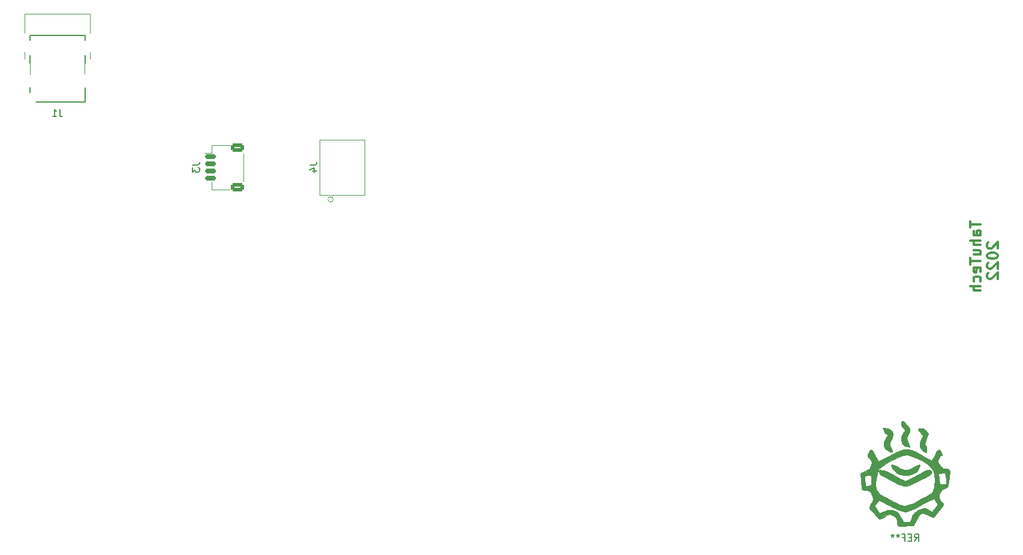
<source format=gbo>
G04 #@! TF.GenerationSoftware,KiCad,Pcbnew,(6.0.0)*
G04 #@! TF.CreationDate,2022-12-30T20:57:32+07:00*
G04 #@! TF.ProjectId,lumberjack,6c756d62-6572-46a6-9163-6b2e6b696361,1.6*
G04 #@! TF.SameCoordinates,Original*
G04 #@! TF.FileFunction,Legend,Bot*
G04 #@! TF.FilePolarity,Positive*
%FSLAX46Y46*%
G04 Gerber Fmt 4.6, Leading zero omitted, Abs format (unit mm)*
G04 Created by KiCad (PCBNEW (6.0.0)) date 2022-12-30 20:57:32*
%MOMM*%
%LPD*%
G01*
G04 APERTURE LIST*
G04 Aperture macros list*
%AMRoundRect*
0 Rectangle with rounded corners*
0 $1 Rounding radius*
0 $2 $3 $4 $5 $6 $7 $8 $9 X,Y pos of 4 corners*
0 Add a 4 corners polygon primitive as box body*
4,1,4,$2,$3,$4,$5,$6,$7,$8,$9,$2,$3,0*
0 Add four circle primitives for the rounded corners*
1,1,$1+$1,$2,$3*
1,1,$1+$1,$4,$5*
1,1,$1+$1,$6,$7*
1,1,$1+$1,$8,$9*
0 Add four rect primitives between the rounded corners*
20,1,$1+$1,$2,$3,$4,$5,0*
20,1,$1+$1,$4,$5,$6,$7,0*
20,1,$1+$1,$6,$7,$8,$9,0*
20,1,$1+$1,$8,$9,$2,$3,0*%
G04 Aperture macros list end*
%ADD10C,0.300000*%
%ADD11C,0.150000*%
%ADD12C,0.120000*%
%ADD13C,0.200000*%
%ADD14C,0.100000*%
%ADD15C,0.250000*%
%ADD16C,0.010000*%
%ADD17C,1.600000*%
%ADD18R,1.800000X1.800000*%
%ADD19C,1.800000*%
%ADD20R,1.600000X1.600000*%
%ADD21O,1.600000X1.600000*%
%ADD22C,1.710000*%
%ADD23R,1.200000X1.200000*%
%ADD24C,1.200000*%
%ADD25C,2.000000*%
%ADD26C,5.000000*%
%ADD27O,11.600000X5.000000*%
%ADD28C,3.000000*%
%ADD29C,3.048000*%
%ADD30C,1.750000*%
%ADD31C,3.987800*%
%ADD32C,0.600000*%
%ADD33R,2.550000X2.500000*%
%ADD34R,1.700000X1.700000*%
%ADD35O,1.700000X1.700000*%
%ADD36C,1.400000*%
%ADD37O,1.400000X1.400000*%
%ADD38C,1.500000*%
%ADD39C,4.100000*%
%ADD40C,1.900000*%
%ADD41O,0.700000X0.900000*%
%ADD42O,1.100000X1.100000*%
%ADD43O,0.700000X1.000000*%
%ADD44C,1.100000*%
%ADD45R,1.100000X1.100000*%
%ADD46O,0.900000X2.400000*%
%ADD47O,0.850000X2.000000*%
%ADD48O,0.900000X1.700000*%
%ADD49RoundRect,0.150000X-0.625000X0.150000X-0.625000X-0.150000X0.625000X-0.150000X0.625000X0.150000X0*%
%ADD50RoundRect,0.249999X-0.650001X0.350001X-0.650001X-0.350001X0.650001X-0.350001X0.650001X0.350001X0*%
%ADD51C,1.244600*%
G04 APERTURE END LIST*
D10*
X186660671Y-77384431D02*
X186660671Y-78241574D01*
X188160671Y-77813002D02*
X186660671Y-77813002D01*
X188160671Y-79384431D02*
X187374957Y-79384431D01*
X187232100Y-79313002D01*
X187160671Y-79170145D01*
X187160671Y-78884431D01*
X187232100Y-78741574D01*
X188089242Y-79384431D02*
X188160671Y-79241574D01*
X188160671Y-78884431D01*
X188089242Y-78741574D01*
X187946385Y-78670145D01*
X187803528Y-78670145D01*
X187660671Y-78741574D01*
X187589242Y-78884431D01*
X187589242Y-79241574D01*
X187517814Y-79384431D01*
X188160671Y-80098717D02*
X186660671Y-80098717D01*
X188160671Y-80741574D02*
X187374957Y-80741574D01*
X187232100Y-80670145D01*
X187160671Y-80527288D01*
X187160671Y-80313002D01*
X187232100Y-80170145D01*
X187303528Y-80098717D01*
X187160671Y-82098717D02*
X188160671Y-82098717D01*
X187160671Y-81455860D02*
X187946385Y-81455860D01*
X188089242Y-81527288D01*
X188160671Y-81670145D01*
X188160671Y-81884431D01*
X188089242Y-82027288D01*
X188017814Y-82098717D01*
X186660671Y-82598717D02*
X186660671Y-83455860D01*
X188160671Y-83027288D02*
X186660671Y-83027288D01*
X188089242Y-84527288D02*
X188160671Y-84384431D01*
X188160671Y-84098717D01*
X188089242Y-83955860D01*
X187946385Y-83884431D01*
X187374957Y-83884431D01*
X187232100Y-83955860D01*
X187160671Y-84098717D01*
X187160671Y-84384431D01*
X187232100Y-84527288D01*
X187374957Y-84598717D01*
X187517814Y-84598717D01*
X187660671Y-83884431D01*
X188089242Y-85884431D02*
X188160671Y-85741574D01*
X188160671Y-85455860D01*
X188089242Y-85313002D01*
X188017814Y-85241574D01*
X187874957Y-85170145D01*
X187446385Y-85170145D01*
X187303528Y-85241574D01*
X187232100Y-85313002D01*
X187160671Y-85455860D01*
X187160671Y-85741574D01*
X187232100Y-85884431D01*
X188160671Y-86527288D02*
X186660671Y-86527288D01*
X188160671Y-87170145D02*
X187374957Y-87170145D01*
X187232100Y-87098717D01*
X187160671Y-86955860D01*
X187160671Y-86741574D01*
X187232100Y-86598717D01*
X187303528Y-86527288D01*
X189218528Y-80384431D02*
X189147100Y-80455860D01*
X189075671Y-80598717D01*
X189075671Y-80955860D01*
X189147100Y-81098717D01*
X189218528Y-81170145D01*
X189361385Y-81241574D01*
X189504242Y-81241574D01*
X189718528Y-81170145D01*
X190575671Y-80313002D01*
X190575671Y-81241574D01*
X189075671Y-82170145D02*
X189075671Y-82313002D01*
X189147100Y-82455860D01*
X189218528Y-82527288D01*
X189361385Y-82598717D01*
X189647100Y-82670145D01*
X190004242Y-82670145D01*
X190289957Y-82598717D01*
X190432814Y-82527288D01*
X190504242Y-82455860D01*
X190575671Y-82313002D01*
X190575671Y-82170145D01*
X190504242Y-82027288D01*
X190432814Y-81955860D01*
X190289957Y-81884431D01*
X190004242Y-81813002D01*
X189647100Y-81813002D01*
X189361385Y-81884431D01*
X189218528Y-81955860D01*
X189147100Y-82027288D01*
X189075671Y-82170145D01*
X189218528Y-83241574D02*
X189147100Y-83313002D01*
X189075671Y-83455860D01*
X189075671Y-83813002D01*
X189147100Y-83955860D01*
X189218528Y-84027288D01*
X189361385Y-84098717D01*
X189504242Y-84098717D01*
X189718528Y-84027288D01*
X190575671Y-83170145D01*
X190575671Y-84098717D01*
X189218528Y-84670145D02*
X189147100Y-84741574D01*
X189075671Y-84884431D01*
X189075671Y-85241574D01*
X189147100Y-85384431D01*
X189218528Y-85455860D01*
X189361385Y-85527288D01*
X189504242Y-85527288D01*
X189718528Y-85455860D01*
X190575671Y-84598717D01*
X190575671Y-85527288D01*
D11*
X58125933Y-61602240D02*
X58125933Y-62316526D01*
X58173552Y-62459383D01*
X58268790Y-62554621D01*
X58411647Y-62602240D01*
X58506885Y-62602240D01*
X57125933Y-62602240D02*
X57697361Y-62602240D01*
X57411647Y-62602240D02*
X57411647Y-61602240D01*
X57506885Y-61745098D01*
X57602123Y-61840336D01*
X57697361Y-61887955D01*
X76851980Y-69432526D02*
X77566266Y-69432526D01*
X77709123Y-69384907D01*
X77804361Y-69289669D01*
X77851980Y-69146812D01*
X77851980Y-69051574D01*
X76851980Y-69813479D02*
X76851980Y-70432526D01*
X77232933Y-70099193D01*
X77232933Y-70242050D01*
X77280552Y-70337288D01*
X77328171Y-70384907D01*
X77423409Y-70432526D01*
X77661504Y-70432526D01*
X77756742Y-70384907D01*
X77804361Y-70337288D01*
X77851980Y-70242050D01*
X77851980Y-69956336D01*
X77804361Y-69861098D01*
X77756742Y-69813479D01*
X93435730Y-69422634D02*
X94150016Y-69422634D01*
X94292873Y-69375015D01*
X94388111Y-69279777D01*
X94435730Y-69136920D01*
X94435730Y-69041682D01*
X93769064Y-70327396D02*
X94435730Y-70327396D01*
X93388111Y-70089301D02*
X94102397Y-69851206D01*
X94102397Y-70470253D01*
X95816980Y-72030860D02*
X96055076Y-72030860D01*
X95959838Y-71792764D02*
X96055076Y-72030860D01*
X95959838Y-72268955D01*
X96245552Y-71888002D02*
X96055076Y-72030860D01*
X96245552Y-72173717D01*
X178824133Y-122534280D02*
X179157466Y-122058090D01*
X179395561Y-122534280D02*
X179395561Y-121534280D01*
X179014609Y-121534280D01*
X178919371Y-121581900D01*
X178871752Y-121629519D01*
X178824133Y-121724757D01*
X178824133Y-121867614D01*
X178871752Y-121962852D01*
X178919371Y-122010471D01*
X179014609Y-122058090D01*
X179395561Y-122058090D01*
X178395561Y-122010471D02*
X178062228Y-122010471D01*
X177919371Y-122534280D02*
X178395561Y-122534280D01*
X178395561Y-121534280D01*
X177919371Y-121534280D01*
X177157466Y-122010471D02*
X177490800Y-122010471D01*
X177490800Y-122534280D02*
X177490800Y-121534280D01*
X177014609Y-121534280D01*
X176490800Y-121534280D02*
X176490800Y-121772376D01*
X176728895Y-121677138D02*
X176490800Y-121772376D01*
X176252704Y-121677138D01*
X176633657Y-121962852D02*
X176490800Y-121772376D01*
X176347942Y-121962852D01*
X175728895Y-121534280D02*
X175728895Y-121772376D01*
X175966990Y-121677138D02*
X175728895Y-121772376D01*
X175490800Y-121677138D01*
X175871752Y-121962852D02*
X175728895Y-121772376D01*
X175586038Y-121962852D01*
D12*
X53197600Y-48085860D02*
X62387600Y-48085860D01*
X62387600Y-50815860D02*
X62387600Y-48085860D01*
X53197600Y-54415860D02*
X53197600Y-53515860D01*
D11*
X53889600Y-60555860D02*
X53889600Y-51155860D01*
D12*
X62387600Y-54415860D02*
X62387600Y-53515860D01*
D11*
X61689600Y-51155860D02*
X61689600Y-60555860D01*
X61689600Y-60555860D02*
X53889600Y-60555860D01*
X61689600Y-51155860D02*
X53889600Y-51155860D01*
D12*
X53197600Y-50815860D02*
X53197600Y-48085860D01*
X79594600Y-67705860D02*
X78604600Y-67705860D01*
X79594600Y-66655860D02*
X79594600Y-67705860D01*
X84064600Y-67825860D02*
X84064600Y-71705860D01*
X79594600Y-72875860D02*
X79594600Y-71825860D01*
X82094600Y-72875860D02*
X79594600Y-72875860D01*
X82094600Y-66655860D02*
X79594600Y-66655860D01*
X94837600Y-73654868D02*
X94837600Y-65857068D01*
X101136800Y-65857068D02*
X101136800Y-73654868D01*
X94837600Y-65857068D02*
X101136800Y-65857068D01*
X101136800Y-73654868D02*
X94837600Y-73654868D01*
X96745600Y-74289868D02*
G75*
G03*
X96745600Y-74289868I-381000J0D01*
G01*
X177034000Y-106233300D02*
X177541600Y-106893700D01*
X177541600Y-106893700D02*
X177440000Y-107173100D01*
X177440000Y-107173100D02*
X177135200Y-107630300D01*
X177135200Y-107630300D02*
X177047500Y-108112900D01*
X177047500Y-108112900D02*
X177186000Y-108849500D01*
X177186000Y-108849500D02*
X177541600Y-109103500D01*
X177541600Y-109103500D02*
X178049600Y-109205100D01*
X178049600Y-109205100D02*
X177897200Y-108468500D01*
X177897200Y-108468500D02*
X177680200Y-107985900D01*
X177680200Y-107985900D02*
X178125800Y-107020700D01*
X178125800Y-107020700D02*
X178125800Y-106690500D01*
X178125800Y-106690500D02*
X178075000Y-106614300D01*
X178075000Y-106614300D02*
X177617800Y-106055500D01*
X177617800Y-106055500D02*
X177313000Y-105725300D01*
X177313000Y-105725300D02*
X177034000Y-105713500D01*
X177034000Y-105713500D02*
X177034000Y-106233300D01*
G36*
X177313000Y-105725300D02*
G01*
X177617800Y-106055500D01*
X178075000Y-106614300D01*
X178125800Y-106690500D01*
X178125800Y-107020700D01*
X177680200Y-107985900D01*
X177897200Y-108468500D01*
X178049600Y-109205100D01*
X177541600Y-109103500D01*
X177186000Y-108849500D01*
X177047500Y-108112900D01*
X177135200Y-107630300D01*
X177440000Y-107173100D01*
X177541600Y-106893700D01*
X177034000Y-106233300D01*
X177034000Y-105713500D01*
X177313000Y-105725300D01*
G37*
X177313000Y-105725300D02*
X177617800Y-106055500D01*
X178075000Y-106614300D01*
X178125800Y-106690500D01*
X178125800Y-107020700D01*
X177680200Y-107985900D01*
X177897200Y-108468500D01*
X178049600Y-109205100D01*
X177541600Y-109103500D01*
X177186000Y-108849500D01*
X177047500Y-108112900D01*
X177135200Y-107630300D01*
X177440000Y-107173100D01*
X177541600Y-106893700D01*
X177034000Y-106233300D01*
X177034000Y-105713500D01*
X177313000Y-105725300D01*
X181681800Y-112989700D02*
X181758000Y-114742300D01*
X181758000Y-114742300D02*
X181326200Y-115758300D01*
X181326200Y-115758300D02*
X180361000Y-116367900D01*
X180361000Y-116367900D02*
X178456000Y-117358500D01*
X178456000Y-117358500D02*
X177389200Y-117612500D01*
X177389200Y-117612500D02*
X177490800Y-118349100D01*
X177490800Y-118349100D02*
X178786200Y-117942700D01*
X178786200Y-117942700D02*
X180259400Y-117104500D01*
X180259400Y-117104500D02*
X181326200Y-116596500D01*
X181326200Y-116596500D02*
X181578700Y-116495500D01*
X181578700Y-116495500D02*
X181986600Y-117028300D01*
X181986600Y-117028300D02*
X182239200Y-117344400D01*
X182239200Y-117344400D02*
X181808800Y-117917300D01*
X181808800Y-117917300D02*
X181377000Y-118476100D01*
X181377000Y-118476100D02*
X181148400Y-118399900D01*
X181148400Y-118399900D02*
X180945200Y-118399900D01*
X180945200Y-118399900D02*
X181148400Y-119034900D01*
X181148400Y-119034900D02*
X181529400Y-119110900D01*
X181529400Y-119110900D02*
X182901000Y-117409300D01*
X182901000Y-117409300D02*
X182342200Y-116596500D01*
X182342200Y-116596500D02*
X182240600Y-116215500D01*
X182240600Y-116215500D02*
X182443800Y-115555100D01*
X182443800Y-115555100D02*
X182672400Y-115250300D01*
X182672400Y-115250300D02*
X183484400Y-114901600D01*
X183484400Y-114901600D02*
X183536000Y-114539100D01*
X183536000Y-114539100D02*
X183409000Y-114589900D01*
X183409000Y-114589900D02*
X182401800Y-114549800D01*
X182401800Y-114549800D02*
X182208100Y-112971200D01*
X182208100Y-112971200D02*
X181681800Y-112989700D01*
G36*
X182401800Y-114549800D02*
G01*
X183409000Y-114589900D01*
X183536000Y-114539100D01*
X183484400Y-114901600D01*
X182672400Y-115250300D01*
X182443800Y-115555100D01*
X182240600Y-116215500D01*
X182342200Y-116596500D01*
X182901000Y-117409300D01*
X181529400Y-119110900D01*
X181148400Y-119034900D01*
X180945200Y-118399900D01*
X181148400Y-118399900D01*
X181377000Y-118476100D01*
X181808800Y-117917300D01*
X182239200Y-117344400D01*
X181986600Y-117028300D01*
X181578700Y-116495500D01*
X181326200Y-116596500D01*
X180259400Y-117104500D01*
X178786200Y-117942700D01*
X177490800Y-118349100D01*
X177389200Y-117612500D01*
X178456000Y-117358500D01*
X180361000Y-116367900D01*
X181326200Y-115758300D01*
X181758000Y-114742300D01*
X181681800Y-112989700D01*
X182208100Y-112971200D01*
X182401800Y-114549800D01*
G37*
X182401800Y-114549800D02*
X183409000Y-114589900D01*
X183536000Y-114539100D01*
X183484400Y-114901600D01*
X182672400Y-115250300D01*
X182443800Y-115555100D01*
X182240600Y-116215500D01*
X182342200Y-116596500D01*
X182901000Y-117409300D01*
X181529400Y-119110900D01*
X181148400Y-119034900D01*
X180945200Y-118399900D01*
X181148400Y-118399900D01*
X181377000Y-118476100D01*
X181808800Y-117917300D01*
X182239200Y-117344400D01*
X181986600Y-117028300D01*
X181578700Y-116495500D01*
X181326200Y-116596500D01*
X180259400Y-117104500D01*
X178786200Y-117942700D01*
X177490800Y-118349100D01*
X177389200Y-117612500D01*
X178456000Y-117358500D01*
X180361000Y-116367900D01*
X181326200Y-115758300D01*
X181758000Y-114742300D01*
X181681800Y-112989700D01*
X182208100Y-112971200D01*
X182401800Y-114549800D01*
X176373200Y-109967100D02*
X175535000Y-110449700D01*
X175535000Y-110449700D02*
X173833200Y-111364100D01*
X173833200Y-111364100D02*
X173833200Y-112253100D01*
X173833200Y-112253100D02*
X175052400Y-111313300D01*
X175052400Y-111313300D02*
X177135200Y-110398900D01*
X177135200Y-110398900D02*
X177821000Y-110300300D01*
X177821000Y-110300300D02*
X179599000Y-110957700D01*
X179599000Y-110957700D02*
X181148400Y-111973700D01*
X181148400Y-111973700D02*
X181707200Y-112964300D01*
X181707200Y-112964300D02*
X183256600Y-112837300D01*
X183256600Y-112837300D02*
X182774000Y-112227700D01*
X182774000Y-112227700D02*
X182215200Y-111668900D01*
X182215200Y-111668900D02*
X182088200Y-111160900D01*
X182088200Y-111160900D02*
X182342200Y-110602100D01*
X182342200Y-110602100D02*
X182520000Y-110398900D01*
X182520000Y-110398900D02*
X182596200Y-110195700D01*
X182596200Y-110195700D02*
X182393000Y-109763900D01*
X182393000Y-109763900D02*
X182240600Y-109713100D01*
X182240600Y-109713100D02*
X181529400Y-110906900D01*
X181529400Y-110906900D02*
X181232600Y-111267600D01*
X181232600Y-111267600D02*
X178710000Y-109865500D01*
X178710000Y-109865500D02*
X177592400Y-109611500D01*
X177592400Y-109611500D02*
X177490800Y-109611500D01*
X177490800Y-109611500D02*
X176373200Y-109967100D01*
G36*
X178710000Y-109865500D02*
G01*
X181232600Y-111267600D01*
X181529400Y-110906900D01*
X182240600Y-109713100D01*
X182393000Y-109763900D01*
X182596200Y-110195700D01*
X182520000Y-110398900D01*
X182342200Y-110602100D01*
X182088200Y-111160900D01*
X182215200Y-111668900D01*
X182774000Y-112227700D01*
X183256600Y-112837300D01*
X181707200Y-112964300D01*
X181148400Y-111973700D01*
X179599000Y-110957700D01*
X177821000Y-110300300D01*
X177135200Y-110398900D01*
X175052400Y-111313300D01*
X173833200Y-112253100D01*
X173833200Y-111364100D01*
X175535000Y-110449700D01*
X176373200Y-109967100D01*
X177490800Y-109611500D01*
X177592400Y-109611500D01*
X178710000Y-109865500D01*
G37*
X178710000Y-109865500D02*
X181232600Y-111267600D01*
X181529400Y-110906900D01*
X182240600Y-109713100D01*
X182393000Y-109763900D01*
X182596200Y-110195700D01*
X182520000Y-110398900D01*
X182342200Y-110602100D01*
X182088200Y-111160900D01*
X182215200Y-111668900D01*
X182774000Y-112227700D01*
X183256600Y-112837300D01*
X181707200Y-112964300D01*
X181148400Y-111973700D01*
X179599000Y-110957700D01*
X177821000Y-110300300D01*
X177135200Y-110398900D01*
X175052400Y-111313300D01*
X173833200Y-112253100D01*
X173833200Y-111364100D01*
X175535000Y-110449700D01*
X176373200Y-109967100D01*
X177490800Y-109611500D01*
X177592400Y-109611500D01*
X178710000Y-109865500D01*
X182977200Y-112456300D02*
X183102800Y-112837300D01*
X183102800Y-112837300D02*
X183282000Y-113040500D01*
X183282000Y-113040500D02*
X183383600Y-114488300D01*
X183383600Y-114488300D02*
X183510600Y-114539100D01*
X183510600Y-114539100D02*
X183612200Y-114259700D01*
X183612200Y-114259700D02*
X183790000Y-112710300D01*
X183790000Y-112710300D02*
X183459800Y-112380100D01*
X183459800Y-112380100D02*
X182977200Y-112456300D01*
G36*
X183790000Y-112710300D02*
G01*
X183612200Y-114259700D01*
X183510600Y-114539100D01*
X183383600Y-114488300D01*
X183282000Y-113040500D01*
X183102800Y-112837300D01*
X182977200Y-112456300D01*
X183459800Y-112380100D01*
X183790000Y-112710300D01*
G37*
X183790000Y-112710300D02*
X183612200Y-114259700D01*
X183510600Y-114539100D01*
X183383600Y-114488300D01*
X183282000Y-113040500D01*
X183102800Y-112837300D01*
X182977200Y-112456300D01*
X183459800Y-112380100D01*
X183790000Y-112710300D01*
X174722200Y-107173100D02*
X175109600Y-107659500D01*
X175109600Y-107659500D02*
X175077800Y-107655700D01*
X175077800Y-107655700D02*
X174823800Y-108138300D01*
X174823800Y-108138300D02*
X174569800Y-108697100D01*
X174569800Y-108697100D02*
X174595200Y-109154300D01*
X174595200Y-109154300D02*
X174823800Y-109560700D01*
X174823800Y-109560700D02*
X175458800Y-109916300D01*
X175458800Y-109916300D02*
X175687400Y-109814700D01*
X175687400Y-109814700D02*
X175509600Y-109459100D01*
X175509600Y-109459100D02*
X175306400Y-109103500D01*
X175306400Y-109103500D02*
X175331800Y-108646300D01*
X175331800Y-108646300D02*
X175611200Y-108087500D01*
X175611200Y-108087500D02*
X175763600Y-107452500D01*
X175763600Y-107452500D02*
X175636600Y-107096900D01*
X175636600Y-107096900D02*
X175306400Y-106817500D01*
X175306400Y-106817500D02*
X174468200Y-106690500D01*
X174468200Y-106690500D02*
X174722200Y-107173100D01*
G36*
X175306400Y-106817500D02*
G01*
X175636600Y-107096900D01*
X175763600Y-107452500D01*
X175611200Y-108087500D01*
X175331800Y-108646300D01*
X175306400Y-109103500D01*
X175509600Y-109459100D01*
X175687400Y-109814700D01*
X175458800Y-109916300D01*
X174823800Y-109560700D01*
X174595200Y-109154300D01*
X174569800Y-108697100D01*
X174823800Y-108138300D01*
X175077800Y-107655700D01*
X175109600Y-107659500D01*
X174722200Y-107173100D01*
X174468200Y-106690500D01*
X175306400Y-106817500D01*
G37*
X175306400Y-106817500D02*
X175636600Y-107096900D01*
X175763600Y-107452500D01*
X175611200Y-108087500D01*
X175331800Y-108646300D01*
X175306400Y-109103500D01*
X175509600Y-109459100D01*
X175687400Y-109814700D01*
X175458800Y-109916300D01*
X174823800Y-109560700D01*
X174595200Y-109154300D01*
X174569800Y-108697100D01*
X174823800Y-108138300D01*
X175077800Y-107655700D01*
X175109600Y-107659500D01*
X174722200Y-107173100D01*
X174468200Y-106690500D01*
X175306400Y-106817500D01*
X173884000Y-112811900D02*
X174087200Y-113167500D01*
X174087200Y-113167500D02*
X177287600Y-114742300D01*
X177287600Y-114742300D02*
X177567000Y-114767700D01*
X177567000Y-114767700D02*
X178735400Y-114310500D01*
X178735400Y-114310500D02*
X180056200Y-113650100D01*
X180056200Y-113650100D02*
X180919800Y-113192900D01*
X180919800Y-113192900D02*
X181250000Y-112786500D01*
X181250000Y-112786500D02*
X181173800Y-112684900D01*
X181173800Y-112684900D02*
X180970600Y-112557900D01*
X180970600Y-112557900D02*
X180234000Y-112786500D01*
X180234000Y-112786500D02*
X178684600Y-113599300D01*
X178684600Y-113599300D02*
X177490800Y-114107300D01*
X177490800Y-114107300D02*
X176830400Y-113777100D01*
X176830400Y-113777100D02*
X175408000Y-112989700D01*
X175408000Y-112989700D02*
X174493600Y-112659500D01*
X174493600Y-112659500D02*
X173934800Y-112557900D01*
X173934800Y-112557900D02*
X173884000Y-112811900D01*
G36*
X181173800Y-112684900D02*
G01*
X181250000Y-112786500D01*
X180919800Y-113192900D01*
X180056200Y-113650100D01*
X178735400Y-114310500D01*
X177567000Y-114767700D01*
X177287600Y-114742300D01*
X174087200Y-113167500D01*
X173884000Y-112811900D01*
X173934800Y-112557900D01*
X174493600Y-112659500D01*
X175408000Y-112989700D01*
X176830400Y-113777100D01*
X177490800Y-114107300D01*
X178684600Y-113599300D01*
X180234000Y-112786500D01*
X180970600Y-112557900D01*
X181173800Y-112684900D01*
G37*
X181173800Y-112684900D02*
X181250000Y-112786500D01*
X180919800Y-113192900D01*
X180056200Y-113650100D01*
X178735400Y-114310500D01*
X177567000Y-114767700D01*
X177287600Y-114742300D01*
X174087200Y-113167500D01*
X173884000Y-112811900D01*
X173934800Y-112557900D01*
X174493600Y-112659500D01*
X175408000Y-112989700D01*
X176830400Y-113777100D01*
X177490800Y-114107300D01*
X178684600Y-113599300D01*
X180234000Y-112786500D01*
X180970600Y-112557900D01*
X181173800Y-112684900D01*
X172512400Y-117942700D02*
X173680800Y-119212700D01*
X173680800Y-119212700D02*
X173960200Y-119365100D01*
X173960200Y-119365100D02*
X174874600Y-118831700D01*
X174874600Y-118831700D02*
X175357200Y-118730100D01*
X175357200Y-118730100D02*
X176017600Y-118958700D01*
X176017600Y-118958700D02*
X176347800Y-119288900D01*
X176347800Y-119288900D02*
X176500200Y-120076300D01*
X176500200Y-120076300D02*
X176627200Y-120406500D01*
X176627200Y-120406500D02*
X178660100Y-120352000D01*
X178660100Y-120352000D02*
X179548200Y-118730100D01*
X179548200Y-118730100D02*
X180005400Y-118577700D01*
X180005400Y-118577700D02*
X181097600Y-118958700D01*
X181097600Y-118958700D02*
X181021400Y-118272900D01*
X181021400Y-118272900D02*
X180564200Y-117993500D01*
X180564200Y-117993500D02*
X180132400Y-117942700D01*
X180132400Y-117942700D02*
X179218000Y-118374500D01*
X179218000Y-118374500D02*
X178684600Y-118755500D01*
X178684600Y-118755500D02*
X178532200Y-119263500D01*
X178532200Y-119263500D02*
X178354400Y-119644500D01*
X178354400Y-119644500D02*
X178024200Y-119898500D01*
X178024200Y-119898500D02*
X177363800Y-119873100D01*
X177363800Y-119873100D02*
X177256700Y-119796900D01*
X177256700Y-119796900D02*
X177262200Y-119796900D01*
X177262200Y-119796900D02*
X176728800Y-118882500D01*
X176728800Y-118882500D02*
X176068400Y-118323700D01*
X176068400Y-118323700D02*
X175255600Y-118171300D01*
X175255600Y-118171300D02*
X174569800Y-118349100D01*
X174569800Y-118349100D02*
X173858600Y-118628500D01*
X173858600Y-118628500D02*
X173833200Y-118730100D01*
X173833200Y-118730100D02*
X173274400Y-117714100D01*
X173274400Y-117714100D02*
X173146300Y-117632500D01*
X173146300Y-117632500D02*
X172512400Y-117942700D01*
G36*
X173274400Y-117714100D02*
G01*
X173833200Y-118730100D01*
X173858600Y-118628500D01*
X174569800Y-118349100D01*
X175255600Y-118171300D01*
X176068400Y-118323700D01*
X176728800Y-118882500D01*
X177262200Y-119796900D01*
X177256700Y-119796900D01*
X177363800Y-119873100D01*
X178024200Y-119898500D01*
X178354400Y-119644500D01*
X178532200Y-119263500D01*
X178684600Y-118755500D01*
X179218000Y-118374500D01*
X180132400Y-117942700D01*
X180564200Y-117993500D01*
X181021400Y-118272900D01*
X181097600Y-118958700D01*
X180005400Y-118577700D01*
X179548200Y-118730100D01*
X178660100Y-120352000D01*
X176627200Y-120406500D01*
X176500200Y-120076300D01*
X176347800Y-119288900D01*
X176017600Y-118958700D01*
X175357200Y-118730100D01*
X174874600Y-118831700D01*
X173960200Y-119365100D01*
X173680800Y-119212700D01*
X172512400Y-117942700D01*
X173146300Y-117632500D01*
X173274400Y-117714100D01*
G37*
X173274400Y-117714100D02*
X173833200Y-118730100D01*
X173858600Y-118628500D01*
X174569800Y-118349100D01*
X175255600Y-118171300D01*
X176068400Y-118323700D01*
X176728800Y-118882500D01*
X177262200Y-119796900D01*
X177256700Y-119796900D01*
X177363800Y-119873100D01*
X178024200Y-119898500D01*
X178354400Y-119644500D01*
X178532200Y-119263500D01*
X178684600Y-118755500D01*
X179218000Y-118374500D01*
X180132400Y-117942700D01*
X180564200Y-117993500D01*
X181021400Y-118272900D01*
X181097600Y-118958700D01*
X180005400Y-118577700D01*
X179548200Y-118730100D01*
X178660100Y-120352000D01*
X176627200Y-120406500D01*
X176500200Y-120076300D01*
X176347800Y-119288900D01*
X176017600Y-118958700D01*
X175357200Y-118730100D01*
X174874600Y-118831700D01*
X173960200Y-119365100D01*
X173680800Y-119212700D01*
X172512400Y-117942700D01*
X173146300Y-117632500D01*
X173274400Y-117714100D01*
X179472000Y-106715900D02*
X179548200Y-106944500D01*
X179548200Y-106944500D02*
X179929200Y-107376300D01*
X179929200Y-107376300D02*
X180132400Y-107630300D01*
X180132400Y-107630300D02*
X180081600Y-107757300D01*
X180081600Y-107757300D02*
X179726000Y-108798700D01*
X179726000Y-108798700D02*
X179827600Y-109535300D01*
X179827600Y-109535300D02*
X180437200Y-109941700D01*
X180437200Y-109941700D02*
X180488000Y-110001800D01*
X180488000Y-110001800D02*
X180538800Y-110001800D01*
X180538800Y-110001800D02*
X180513400Y-109382900D01*
X180513400Y-109382900D02*
X180411800Y-109255900D01*
X180411800Y-109255900D02*
X180259400Y-108798700D01*
X180259400Y-108798700D02*
X180665800Y-107528700D01*
X180665800Y-107528700D02*
X180691200Y-107274700D01*
X180691200Y-107274700D02*
X180462600Y-107020700D01*
X180462600Y-107020700D02*
X180157800Y-106766700D01*
X180157800Y-106766700D02*
X179751400Y-106690500D01*
X179751400Y-106690500D02*
X179472000Y-106715900D01*
G36*
X180157800Y-106766700D02*
G01*
X180462600Y-107020700D01*
X180691200Y-107274700D01*
X180665800Y-107528700D01*
X180259400Y-108798700D01*
X180411800Y-109255900D01*
X180513400Y-109382900D01*
X180538800Y-110001800D01*
X180488000Y-110001800D01*
X180437200Y-109941700D01*
X179827600Y-109535300D01*
X179726000Y-108798700D01*
X180081600Y-107757300D01*
X180132400Y-107630300D01*
X179929200Y-107376300D01*
X179548200Y-106944500D01*
X179472000Y-106715900D01*
X179751400Y-106690500D01*
X180157800Y-106766700D01*
G37*
X180157800Y-106766700D02*
X180462600Y-107020700D01*
X180691200Y-107274700D01*
X180665800Y-107528700D01*
X180259400Y-108798700D01*
X180411800Y-109255900D01*
X180513400Y-109382900D01*
X180538800Y-110001800D01*
X180488000Y-110001800D01*
X180437200Y-109941700D01*
X179827600Y-109535300D01*
X179726000Y-108798700D01*
X180081600Y-107757300D01*
X180132400Y-107630300D01*
X179929200Y-107376300D01*
X179548200Y-106944500D01*
X179472000Y-106715900D01*
X179751400Y-106690500D01*
X180157800Y-106766700D01*
X175738200Y-112176900D02*
X176195400Y-112761100D01*
X176195400Y-112761100D02*
X176805000Y-113091300D01*
X176805000Y-113091300D02*
X177617800Y-113243700D01*
X177617800Y-113243700D02*
X178583000Y-113040500D01*
X178583000Y-113040500D02*
X179243400Y-112532500D01*
X179243400Y-112532500D02*
X179548200Y-111821300D01*
X179548200Y-111821300D02*
X179319600Y-111872100D01*
X179319600Y-111872100D02*
X178862400Y-112075300D01*
X178862400Y-112075300D02*
X178202000Y-112507100D01*
X178202000Y-112507100D02*
X177694000Y-112583300D01*
X177694000Y-112583300D02*
X177135200Y-112481700D01*
X177135200Y-112481700D02*
X176652600Y-112227700D01*
X176652600Y-112227700D02*
X176170000Y-111948300D01*
X176170000Y-111948300D02*
X175636600Y-111821300D01*
X175636600Y-111821300D02*
X175738200Y-112176900D01*
G36*
X179243400Y-112532500D02*
G01*
X178583000Y-113040500D01*
X177617800Y-113243700D01*
X176805000Y-113091300D01*
X176195400Y-112761100D01*
X175738200Y-112176900D01*
X175636600Y-111821300D01*
X176170000Y-111948300D01*
X176652600Y-112227700D01*
X177135200Y-112481700D01*
X177694000Y-112583300D01*
X178202000Y-112507100D01*
X178862400Y-112075300D01*
X179319600Y-111872100D01*
X179548200Y-111821300D01*
X179243400Y-112532500D01*
G37*
X179243400Y-112532500D02*
X178583000Y-113040500D01*
X177617800Y-113243700D01*
X176805000Y-113091300D01*
X176195400Y-112761100D01*
X175738200Y-112176900D01*
X175636600Y-111821300D01*
X176170000Y-111948300D01*
X176652600Y-112227700D01*
X177135200Y-112481700D01*
X177694000Y-112583300D01*
X178202000Y-112507100D01*
X178862400Y-112075300D01*
X179319600Y-111872100D01*
X179548200Y-111821300D01*
X179243400Y-112532500D01*
X172309200Y-110271900D02*
X172360000Y-110652900D01*
X172360000Y-110652900D02*
X172918800Y-111338700D01*
X172918800Y-111338700D02*
X172842600Y-111846700D01*
X172842600Y-111846700D02*
X172537800Y-112354700D01*
X172537800Y-112354700D02*
X171953600Y-112761100D01*
X171953600Y-112761100D02*
X171394800Y-112938900D01*
X171394800Y-112938900D02*
X171420200Y-114843900D01*
X171420200Y-114843900D02*
X171877400Y-114818500D01*
X171877400Y-114818500D02*
X171826600Y-113370700D01*
X171826600Y-113370700D02*
X172080600Y-113243700D01*
X172080600Y-113243700D02*
X172436200Y-113192900D01*
X172436200Y-113192900D02*
X172715600Y-113243700D01*
X172715600Y-113243700D02*
X172791800Y-114666100D01*
X172791800Y-114666100D02*
X173249000Y-114869300D01*
X173249000Y-114869300D02*
X173376000Y-113700900D01*
X173376000Y-113700900D02*
X173630000Y-112532500D01*
X173630000Y-112532500D02*
X173960200Y-111643500D01*
X173960200Y-111643500D02*
X173749000Y-111313300D01*
X173749000Y-111313300D02*
X173757000Y-111313300D01*
X173757000Y-111313300D02*
X172817200Y-109687700D01*
X172817200Y-109687700D02*
X172309200Y-110271900D01*
G36*
X173757000Y-111313300D02*
G01*
X173749000Y-111313300D01*
X173960200Y-111643500D01*
X173630000Y-112532500D01*
X173376000Y-113700900D01*
X173249000Y-114869300D01*
X172791800Y-114666100D01*
X172715600Y-113243700D01*
X172436200Y-113192900D01*
X172080600Y-113243700D01*
X171826600Y-113370700D01*
X171877400Y-114818500D01*
X171420200Y-114843900D01*
X171394800Y-112938900D01*
X171953600Y-112761100D01*
X172537800Y-112354700D01*
X172842600Y-111846700D01*
X172918800Y-111338700D01*
X172360000Y-110652900D01*
X172309200Y-110271900D01*
X172817200Y-109687700D01*
X173757000Y-111313300D01*
G37*
X173757000Y-111313300D02*
X173749000Y-111313300D01*
X173960200Y-111643500D01*
X173630000Y-112532500D01*
X173376000Y-113700900D01*
X173249000Y-114869300D01*
X172791800Y-114666100D01*
X172715600Y-113243700D01*
X172436200Y-113192900D01*
X172080600Y-113243700D01*
X171826600Y-113370700D01*
X171877400Y-114818500D01*
X171420200Y-114843900D01*
X171394800Y-112938900D01*
X171953600Y-112761100D01*
X172537800Y-112354700D01*
X172842600Y-111846700D01*
X172918800Y-111338700D01*
X172360000Y-110652900D01*
X172309200Y-110271900D01*
X172817200Y-109687700D01*
X173757000Y-111313300D01*
X172639400Y-114742300D02*
X172055200Y-114848400D01*
X172055200Y-114848400D02*
X171750400Y-114793100D01*
X171750400Y-114793100D02*
X171369400Y-114869300D01*
X171369400Y-114869300D02*
X171496400Y-115250300D01*
X171496400Y-115250300D02*
X172385400Y-115402700D01*
X172385400Y-115402700D02*
X172791800Y-115732900D01*
X172791800Y-115732900D02*
X173045800Y-116672700D01*
X173045800Y-116672700D02*
X172944200Y-117002900D01*
X172944200Y-117002900D02*
X172715600Y-117333100D01*
X172715600Y-117333100D02*
X172563200Y-117815700D01*
X172563200Y-117815700D02*
X172817200Y-117968100D01*
X172817200Y-117968100D02*
X173350600Y-117333100D01*
X173350600Y-117333100D02*
X173807800Y-116723500D01*
X173807800Y-116723500D02*
X176500200Y-118069700D01*
X176500200Y-118069700D02*
X177440000Y-118374500D01*
X177440000Y-118374500D02*
X177541600Y-118298300D01*
X177541600Y-118298300D02*
X177389200Y-117612500D01*
X177389200Y-117612500D02*
X176703400Y-117485500D01*
X176703400Y-117485500D02*
X174773000Y-116393300D01*
X174773000Y-116393300D02*
X173909400Y-115936100D01*
X173909400Y-115936100D02*
X173477600Y-115377300D01*
X173477600Y-115377300D02*
X173299800Y-114640700D01*
X173299800Y-114640700D02*
X172639400Y-114742300D01*
G36*
X173477600Y-115377300D02*
G01*
X173909400Y-115936100D01*
X174773000Y-116393300D01*
X176703400Y-117485500D01*
X177389200Y-117612500D01*
X177541600Y-118298300D01*
X177440000Y-118374500D01*
X176500200Y-118069700D01*
X173807800Y-116723500D01*
X173350600Y-117333100D01*
X172817200Y-117968100D01*
X172563200Y-117815700D01*
X172715600Y-117333100D01*
X172944200Y-117002900D01*
X173045800Y-116672700D01*
X172791800Y-115732900D01*
X172385400Y-115402700D01*
X171496400Y-115250300D01*
X171369400Y-114869300D01*
X171750400Y-114793100D01*
X172055200Y-114848400D01*
X172639400Y-114742300D01*
X173299800Y-114640700D01*
X173477600Y-115377300D01*
G37*
X173477600Y-115377300D02*
X173909400Y-115936100D01*
X174773000Y-116393300D01*
X176703400Y-117485500D01*
X177389200Y-117612500D01*
X177541600Y-118298300D01*
X177440000Y-118374500D01*
X176500200Y-118069700D01*
X173807800Y-116723500D01*
X173350600Y-117333100D01*
X172817200Y-117968100D01*
X172563200Y-117815700D01*
X172715600Y-117333100D01*
X172944200Y-117002900D01*
X173045800Y-116672700D01*
X172791800Y-115732900D01*
X172385400Y-115402700D01*
X171496400Y-115250300D01*
X171369400Y-114869300D01*
X171750400Y-114793100D01*
X172055200Y-114848400D01*
X172639400Y-114742300D01*
X173299800Y-114640700D01*
X173477600Y-115377300D01*
D13*
X181578700Y-116495500D02*
X182239200Y-117344400D01*
X183484400Y-114901600D02*
X183239804Y-115011695D01*
X183050207Y-115086048D01*
X182832697Y-115157600D01*
X182635883Y-115253153D01*
X182529024Y-115442564D01*
X182438657Y-115650131D01*
X182409500Y-115717000D01*
X172529300Y-117968300D02*
X172573845Y-117743663D01*
X172652031Y-117476658D01*
X172737910Y-117278264D01*
X172852816Y-117090657D01*
X172974782Y-116922285D01*
X173048467Y-116711847D01*
X173028758Y-116502597D01*
X172966561Y-116280394D01*
X172898800Y-116091600D01*
X179794100Y-116628100D02*
X179549719Y-116762806D01*
X179298947Y-116908576D01*
X179042155Y-117058079D01*
X178867801Y-117156202D01*
X178691047Y-117250554D01*
X178421662Y-117380262D01*
X178147502Y-117489269D01*
X177868939Y-117570244D01*
X177586348Y-117615859D01*
X177300102Y-117618781D01*
X177010574Y-117571682D01*
X176913400Y-117543600D01*
X177689300Y-118345300D02*
X177892693Y-118309498D01*
X178109993Y-118245710D01*
X178339354Y-118157652D01*
X178578929Y-118049040D01*
X178826874Y-117923592D01*
X179081341Y-117785025D01*
X179340486Y-117637055D01*
X179602462Y-117483400D01*
X179865424Y-117327775D01*
X180127525Y-117173899D01*
X180386920Y-117025488D01*
X180641764Y-116886259D01*
X180890209Y-116759929D01*
X181130411Y-116650214D01*
X181360523Y-116560832D01*
X181578700Y-116495500D01*
X175109600Y-107659500D02*
X174975576Y-107493736D01*
X174830958Y-107337922D01*
X174693434Y-107188884D01*
X174570243Y-106988202D01*
X174477911Y-106796566D01*
X174390900Y-106599400D01*
X183327000Y-113488600D02*
X183346075Y-113696814D01*
X183352833Y-113904990D01*
X183354047Y-114123054D01*
X183352852Y-114334395D01*
X183352600Y-114550300D01*
X175697800Y-109952500D02*
X175410111Y-109872198D01*
X175169936Y-109778713D01*
X174974264Y-109673069D01*
X174757607Y-109494048D01*
X174624135Y-109293434D01*
X174563681Y-109074685D01*
X174566080Y-108841260D01*
X174621165Y-108596617D01*
X174718768Y-108344214D01*
X174848724Y-108087508D01*
X175000866Y-107829960D01*
X175109600Y-107659500D01*
X180504100Y-110001800D02*
X180274262Y-109904351D01*
X180085858Y-109794103D01*
X179874405Y-109607671D01*
X179739373Y-109400002D01*
X179670678Y-109175632D01*
X179658237Y-108939100D01*
X179691968Y-108694941D01*
X179761788Y-108447696D01*
X179857613Y-108201899D01*
X179969361Y-107962090D01*
X180086949Y-107732805D01*
X180125700Y-107659500D01*
X171807300Y-113987700D02*
X171812300Y-113747153D01*
X171819679Y-113482980D01*
X171831551Y-113280609D01*
X172042003Y-113266753D01*
X172112000Y-113182300D01*
X174401000Y-116220800D02*
X174196811Y-116106971D01*
X174018090Y-115990982D01*
X173794589Y-115809536D01*
X173620237Y-115614455D01*
X173490138Y-115400472D01*
X173399400Y-115162325D01*
X173343128Y-114894746D01*
X173316431Y-114592470D01*
X173312646Y-114369078D01*
X173318381Y-114126364D01*
X173332184Y-113862770D01*
X173352607Y-113576735D01*
X173378200Y-113266700D01*
X172804000Y-113982800D02*
X172803019Y-114246987D01*
X172792848Y-114495933D01*
X172745561Y-114697455D01*
X172559689Y-114775650D01*
X172327555Y-114798253D01*
X172112000Y-114848400D01*
X178660100Y-120352000D02*
X176555300Y-120363700D01*
X175610800Y-111785200D02*
X175867679Y-111840397D01*
X176081730Y-111910645D01*
X176316267Y-112020725D01*
X176512489Y-112140767D01*
X176692012Y-112261173D01*
X176876450Y-112372347D01*
X177087418Y-112464689D01*
X177346533Y-112528603D01*
X177500900Y-112546900D01*
X180002600Y-107513800D02*
X179853470Y-107368932D01*
X179760100Y-107239500D01*
X175636100Y-118828600D02*
X175407648Y-118755592D01*
X175186810Y-118725064D01*
X174964713Y-118792653D01*
X174805306Y-118921397D01*
X174645892Y-119051166D01*
X174420624Y-119188843D01*
X174187626Y-119288466D01*
X173993680Y-119349714D01*
X173883500Y-119378100D01*
X179423600Y-106687200D02*
X179626781Y-106680554D01*
X179851014Y-106690493D01*
X180072758Y-106735817D01*
X180283172Y-106843384D01*
X180438955Y-106981716D01*
X180601351Y-107168294D01*
X180751400Y-107354800D01*
X173801500Y-112567900D02*
X174038311Y-112570111D01*
X174273835Y-112597808D01*
X174508169Y-112648215D01*
X174741412Y-112718557D01*
X174973661Y-112806058D01*
X175205014Y-112907943D01*
X175435570Y-113021436D01*
X175665425Y-113143762D01*
X175894677Y-113272145D01*
X176123425Y-113403811D01*
X176351767Y-113535982D01*
X176579800Y-113665885D01*
X176807621Y-113790744D01*
X177035330Y-113907783D01*
X177263023Y-114014227D01*
X177490800Y-114107300D01*
X183102800Y-112885400D02*
X183221230Y-113052567D01*
X183299160Y-113295397D01*
X183327000Y-113488600D01*
X177362300Y-105713500D02*
X177491400Y-105875900D01*
X182208100Y-112971200D02*
X183102800Y-112885400D01*
X177490800Y-114107300D02*
X177694985Y-114037060D01*
X177886048Y-113964127D01*
X178124587Y-113862766D01*
X178349875Y-113756795D01*
X178567671Y-113646315D01*
X178783734Y-113531428D01*
X179003822Y-113412236D01*
X179233695Y-113288841D01*
X179354100Y-113225600D01*
X182239200Y-117344400D02*
X181344400Y-118476800D01*
X171315600Y-113011400D02*
X171482913Y-112900027D01*
X171525400Y-112914100D01*
X172375100Y-112488000D02*
X172514995Y-112341993D01*
X172638268Y-112168412D01*
X172751858Y-111959894D01*
X172822618Y-111772419D01*
X172859052Y-111546569D01*
X172858500Y-111510000D01*
X176555300Y-120363700D02*
X176481168Y-120096429D01*
X176439301Y-119872475D01*
X176412876Y-119630603D01*
X176386982Y-119398912D01*
X176292856Y-119186857D01*
X176096516Y-119031666D01*
X175902311Y-118935166D01*
X175636100Y-118828600D01*
X182409500Y-115717000D02*
X182313827Y-115963386D01*
X182262007Y-116163994D01*
X182252132Y-116376556D01*
X182317607Y-116585434D01*
X182447052Y-116771914D01*
X182580471Y-116934306D01*
X182727067Y-117132651D01*
X182838238Y-117318449D01*
X182874500Y-117389300D01*
X183352600Y-114550300D02*
X182401800Y-114549800D01*
X171423100Y-115200100D02*
X171315600Y-113011400D01*
X180751400Y-107354800D02*
X180653768Y-107607933D01*
X180568398Y-107833254D01*
X180494644Y-108032446D01*
X180379399Y-108359164D01*
X180302864Y-108601543D01*
X180249332Y-108836404D01*
X180342836Y-109028273D01*
X180503002Y-109207561D01*
X180535873Y-109439014D01*
X180532941Y-109678489D01*
X180504100Y-110001800D01*
X178192400Y-119862100D02*
X177256700Y-119881900D01*
X173883500Y-119378100D02*
X172529300Y-117968300D01*
X177491400Y-105875900D02*
X177607603Y-106088277D01*
X177756697Y-106224653D01*
X177915868Y-106362047D01*
X178048362Y-106528908D01*
X178117423Y-106753684D01*
X178105481Y-106977387D01*
X178021678Y-107261671D01*
X177918229Y-107490776D01*
X177771356Y-107755697D01*
X177680200Y-107902700D01*
X181731500Y-114484700D02*
X181707269Y-114744607D01*
X181671602Y-114973137D01*
X181624183Y-115173415D01*
X181530326Y-115427697D01*
X181408243Y-115635991D01*
X181256866Y-115808846D01*
X181075125Y-115956809D01*
X180861950Y-116090428D01*
X180616273Y-116220251D01*
X180433903Y-116309899D01*
X180236295Y-116405673D01*
X180023133Y-116510698D01*
X179794100Y-116628100D01*
X181344400Y-118476800D02*
X181154832Y-118404728D01*
X180946594Y-118278682D01*
X180762363Y-118145476D01*
X180572824Y-118034640D01*
X180348661Y-117975705D01*
X180140181Y-117983327D01*
X179883367Y-118049212D01*
X179679199Y-118131655D01*
X179444388Y-118249221D01*
X179175269Y-118405601D01*
X179026700Y-118499500D01*
X172783300Y-109629300D02*
X173749000Y-111341500D01*
X177902400Y-110300300D02*
X178223080Y-110417532D01*
X178526286Y-110532406D01*
X178812466Y-110645247D01*
X179082072Y-110756375D01*
X179335554Y-110866115D01*
X179573364Y-110974790D01*
X179795951Y-111082722D01*
X180003767Y-111190235D01*
X180197261Y-111297652D01*
X180376885Y-111405296D01*
X180696325Y-111622556D01*
X180965690Y-111844600D01*
X181188587Y-112074012D01*
X181368620Y-112313377D01*
X181509395Y-112565279D01*
X181614516Y-112832303D01*
X181687589Y-113117032D01*
X181732218Y-113422052D01*
X181752010Y-113749947D01*
X181750569Y-114103302D01*
X181731500Y-114484700D01*
X181444800Y-111008600D02*
X181553132Y-110835812D01*
X181662082Y-110635909D01*
X181770898Y-110423362D01*
X181878832Y-110212643D01*
X181985133Y-110018221D01*
X182123034Y-109809357D01*
X182286750Y-109677457D01*
X182465926Y-109797077D01*
X182520500Y-109922900D01*
X182462000Y-111978700D02*
X182607487Y-112137735D01*
X182787183Y-112294098D01*
X182969631Y-112383235D01*
X183195012Y-112356762D01*
X183404387Y-112336563D01*
X183611032Y-112480106D01*
X183778978Y-112678093D01*
X183844400Y-112767600D01*
X177256700Y-119881900D02*
X177165300Y-119703518D01*
X177153500Y-119705900D01*
X182520500Y-109922900D02*
X182612160Y-110180556D01*
X182682674Y-110378467D01*
X182479700Y-110366900D01*
X174390900Y-106599400D02*
X174639295Y-106622192D01*
X174873795Y-106658596D01*
X175089853Y-106711442D01*
X175282924Y-106783562D01*
X175496737Y-106914600D01*
X175650826Y-107091650D01*
X175734417Y-107321425D01*
X175744363Y-107532395D01*
X175704046Y-107779630D01*
X175647000Y-107966000D01*
X179013500Y-119621700D02*
X178660100Y-120352000D01*
X173779100Y-116709800D02*
X174050514Y-116829205D01*
X174263259Y-116933821D01*
X174497117Y-117054068D01*
X174748382Y-117186193D01*
X175013342Y-117326442D01*
X175288290Y-117471062D01*
X175569516Y-117616298D01*
X175853312Y-117758398D01*
X176135967Y-117893608D01*
X176413775Y-118018174D01*
X176683024Y-118128343D01*
X176940007Y-118220362D01*
X177181014Y-118290476D01*
X177402337Y-118334933D01*
X177689300Y-118345300D01*
X180125700Y-107659500D02*
X180002600Y-107513800D01*
X179760100Y-107239500D02*
X179625073Y-107088585D01*
X179504918Y-106913260D01*
X179423600Y-106687200D01*
X175647000Y-107966000D02*
X175548573Y-108230176D01*
X175464821Y-108434972D01*
X175366178Y-108649910D01*
X175271722Y-108834825D01*
X175331529Y-109045438D01*
X175442953Y-109263621D01*
X175557536Y-109542370D01*
X175648242Y-109799374D01*
X175697800Y-109952500D01*
X177153500Y-119705900D02*
X176811600Y-119014400D01*
X173378200Y-113266700D02*
X173450293Y-112932638D01*
X173600941Y-112612125D01*
X173819327Y-112306504D01*
X174094640Y-112017120D01*
X174250264Y-111878937D01*
X174416065Y-111745317D01*
X174590690Y-111616428D01*
X174772788Y-111492439D01*
X174961007Y-111373517D01*
X175153996Y-111259831D01*
X175350402Y-111151548D01*
X175548875Y-111048837D01*
X175748061Y-110951865D01*
X175946610Y-110860801D01*
X176143170Y-110775813D01*
X176336389Y-110697068D01*
X176524915Y-110624734D01*
X176882483Y-110499975D01*
X177205060Y-110402879D01*
X177481832Y-110334791D01*
X177701985Y-110297054D01*
X177902400Y-110300300D01*
X179026700Y-118499500D02*
X178839457Y-118622232D01*
X178691269Y-118774820D01*
X178591700Y-118964800D01*
X179516700Y-113890000D02*
X179311841Y-113990779D01*
X179124240Y-114086833D01*
X178795186Y-114263652D01*
X178518289Y-114418231D01*
X178282298Y-114548348D01*
X178075965Y-114651778D01*
X177888039Y-114726298D01*
X177616056Y-114779007D01*
X177322212Y-114754158D01*
X177095421Y-114690799D01*
X176830790Y-114587411D01*
X176517070Y-114441770D01*
X176143010Y-114251652D01*
X175929837Y-114139219D01*
X175697361Y-114014833D01*
X175444176Y-113878216D01*
X175168874Y-113729090D01*
X174870051Y-113567177D01*
X174546300Y-113392200D01*
X183844400Y-112767600D02*
X183484400Y-114901600D01*
X181280500Y-112767600D02*
X181147782Y-112948905D01*
X180971001Y-113141978D01*
X180789048Y-113291590D01*
X180596067Y-113411008D01*
X180386199Y-113513497D01*
X180153585Y-113612323D01*
X179960675Y-113692019D01*
X179749203Y-113782712D01*
X179516700Y-113890000D01*
X173749000Y-111341500D02*
X174114033Y-111169720D01*
X174452520Y-111004755D01*
X174766269Y-110847017D01*
X175057089Y-110696918D01*
X175326787Y-110554869D01*
X175577173Y-110421283D01*
X175810054Y-110296571D01*
X176027239Y-110181145D01*
X176230536Y-110075417D01*
X176421754Y-109979799D01*
X176775184Y-109820540D01*
X177101998Y-109706663D01*
X177416662Y-109641462D01*
X177733642Y-109628233D01*
X178067407Y-109670270D01*
X178432422Y-109770868D01*
X178631169Y-109844158D01*
X178843154Y-109933323D01*
X179070185Y-110038776D01*
X179314071Y-110160928D01*
X179576620Y-110300192D01*
X179859640Y-110456980D01*
X180164939Y-110631702D01*
X180494327Y-110824772D01*
X180849611Y-111036600D01*
X181232600Y-111267600D01*
X172112000Y-114848400D02*
X171899742Y-114839063D01*
X171822989Y-114602543D01*
X171808838Y-114396891D01*
X171805617Y-114105993D01*
X171807300Y-113987700D01*
X172112000Y-113182300D02*
X172312359Y-113210749D01*
X172535434Y-113213654D01*
X172727753Y-113280358D01*
X172784682Y-113478264D01*
X172800434Y-113723382D01*
X172804000Y-113982800D01*
X181232600Y-111267600D02*
X181444800Y-111008600D01*
X180293500Y-112714200D02*
X180515527Y-112626766D01*
X180745662Y-112559370D01*
X180946105Y-112539178D01*
X181141158Y-112619221D01*
X181280500Y-112767600D01*
X172858500Y-111510000D02*
X172815620Y-111250772D01*
X172726162Y-111057330D01*
X172566729Y-110872644D01*
X172402017Y-110735080D01*
X172256191Y-110568602D01*
X172257862Y-110335471D01*
X172365658Y-110131179D01*
X172493557Y-109957753D01*
X172672743Y-109748724D01*
X172783300Y-109629300D01*
X177500900Y-112546900D02*
X177701746Y-112555447D01*
X177955718Y-112538726D01*
X178163528Y-112492093D01*
X178389400Y-112394153D01*
X178582650Y-112268875D01*
X178771530Y-112131025D01*
X178984296Y-111995368D01*
X179176542Y-111903948D01*
X179410035Y-111828297D01*
X179594500Y-111789700D01*
X174546300Y-113392200D02*
X174326359Y-113277050D01*
X174136638Y-113179764D01*
X173971509Y-113060546D01*
X173887820Y-112877656D01*
X173831710Y-112675910D01*
X173801500Y-112567900D01*
X182401800Y-114549800D02*
X182208100Y-112971200D01*
X173881600Y-118672600D02*
X173756913Y-118481917D01*
X173630955Y-118284513D01*
X173499393Y-118084636D01*
X173382354Y-117919247D01*
X173255910Y-117757549D01*
X173146300Y-117632500D01*
X171525400Y-112914100D02*
X172375100Y-112488000D01*
X173146300Y-117632500D02*
X173779100Y-116709800D01*
X182874500Y-117389300D02*
X181509800Y-119110900D01*
X177047500Y-108332900D02*
X177025631Y-108090866D01*
X177041698Y-107883671D01*
X177105006Y-107661636D01*
X177204232Y-107466261D01*
X177326400Y-107282117D01*
X177458535Y-107093771D01*
X177562700Y-106929700D01*
X177680200Y-107902700D02*
X177736378Y-108104478D01*
X177806885Y-108326117D01*
X177885937Y-108521337D01*
X177966020Y-108744439D01*
X178021656Y-108946469D01*
X178075196Y-109163835D01*
X178095800Y-109251500D01*
X176913400Y-117543600D02*
X176708533Y-117460072D01*
X176500490Y-117359985D01*
X176257455Y-117235384D01*
X175989894Y-117093086D01*
X175803064Y-116991758D01*
X175613086Y-116887615D01*
X175423064Y-116782680D01*
X175236098Y-116678971D01*
X175055288Y-116578510D01*
X174802404Y-116438328D01*
X174580819Y-116316818D01*
X174401000Y-116220800D01*
X179594500Y-111789700D02*
X179492281Y-112139723D01*
X179331913Y-112440527D01*
X179121663Y-112692649D01*
X178869798Y-112896629D01*
X178584585Y-113053005D01*
X178274293Y-113162314D01*
X177947187Y-113225095D01*
X177611537Y-113241887D01*
X177275609Y-113213228D01*
X176947670Y-113139656D01*
X176635989Y-113021709D01*
X176348832Y-112859926D01*
X176094468Y-112654845D01*
X175881162Y-112407005D01*
X175717184Y-112116944D01*
X175610800Y-111785200D01*
X182479700Y-110366900D02*
X182378542Y-110565490D01*
X182252561Y-110746105D01*
X182141450Y-110955300D01*
X182096508Y-111152573D01*
X182118068Y-111384153D01*
X182193116Y-111584632D01*
X182330501Y-111811415D01*
X182462000Y-111978700D01*
X178591700Y-118964800D02*
X178553505Y-119172872D01*
X178485842Y-119377662D01*
X178387725Y-119571691D01*
X178268295Y-119758012D01*
X178192400Y-119862100D01*
X181509800Y-119110900D02*
X181255973Y-119043132D01*
X181004975Y-118940295D01*
X180757244Y-118822810D01*
X180513218Y-118711101D01*
X180273338Y-118625589D01*
X180038041Y-118586698D01*
X179807767Y-118614850D01*
X179582956Y-118730467D01*
X179364045Y-118953972D01*
X179221600Y-119172998D01*
X179082102Y-119455102D01*
X179013500Y-119621700D01*
X177034000Y-105713500D02*
X177362300Y-105713500D01*
X176811600Y-119014400D02*
X176617581Y-118753877D01*
X176410663Y-118550842D01*
X176193920Y-118399807D01*
X175970429Y-118295289D01*
X175743265Y-118231800D01*
X175515503Y-118203856D01*
X175290218Y-118205972D01*
X175070487Y-118232662D01*
X174859384Y-118278441D01*
X174659985Y-118337822D01*
X174389559Y-118440402D01*
X174162767Y-118542733D01*
X173946190Y-118646791D01*
X173881600Y-118672600D01*
X177562700Y-106929700D02*
X177421651Y-106732037D01*
X177273791Y-106540889D01*
X177145279Y-106383229D01*
X177042623Y-106203931D01*
X177024466Y-105984258D01*
X177031269Y-105778100D01*
X177034000Y-105713500D01*
X179354100Y-113225600D02*
X179556109Y-113115157D01*
X179743426Y-113008142D01*
X179932177Y-112900541D01*
X180111332Y-112802596D01*
X180293500Y-112714200D01*
X172898800Y-116091600D02*
X172787033Y-115828250D01*
X172681734Y-115639263D01*
X172544237Y-115480718D01*
X172363219Y-115389816D01*
X172154140Y-115362521D01*
X171953785Y-115346456D01*
X171713378Y-115302481D01*
X171500882Y-115232838D01*
X171423100Y-115200100D01*
X178095800Y-109251500D02*
X177880930Y-109189244D01*
X177650558Y-109129277D01*
X177459582Y-109062786D01*
X177277789Y-108934622D01*
X177161922Y-108754368D01*
X177090183Y-108541755D01*
X177047500Y-108332900D01*
%LPC*%
D11*
X321310000Y-55626000D02*
X322580000Y-56896000D01*
D14*
X301244000Y-69342000D02*
X211836000Y-69342000D01*
X208534000Y-72390000D02*
X208534000Y-72644000D01*
X308356000Y-58166000D02*
X308356000Y-62230000D01*
D11*
X322580000Y-72644000D02*
X321564000Y-73660000D01*
D14*
X208534000Y-72644000D02*
X206248000Y-72644000D01*
X211836000Y-69342000D02*
X208534000Y-72390000D01*
D11*
X322580000Y-56896000D02*
X322580000Y-72644000D01*
D14*
X308356000Y-62230000D02*
X301244000Y-69342000D01*
D15*
X264929942Y-87238640D02*
X264929942Y-86238640D01*
X264596609Y-86952926D01*
X264263276Y-86238640D01*
X264263276Y-87238640D01*
X263596609Y-86238640D02*
X263406133Y-86238640D01*
X263310895Y-86286260D01*
X263215657Y-86381498D01*
X263168038Y-86571974D01*
X263168038Y-86905307D01*
X263215657Y-87095783D01*
X263310895Y-87191021D01*
X263406133Y-87238640D01*
X263596609Y-87238640D01*
X263691847Y-87191021D01*
X263787085Y-87095783D01*
X263834704Y-86905307D01*
X263834704Y-86571974D01*
X263787085Y-86381498D01*
X263691847Y-86286260D01*
X263596609Y-86238640D01*
X262739466Y-87238640D02*
X262739466Y-86238640D01*
X262501371Y-86238640D01*
X262358514Y-86286260D01*
X262263276Y-86381498D01*
X262215657Y-86476736D01*
X262168038Y-86667212D01*
X262168038Y-86810069D01*
X262215657Y-87000545D01*
X262263276Y-87095783D01*
X262358514Y-87191021D01*
X262501371Y-87238640D01*
X262739466Y-87238640D01*
D13*
X262671504Y-88803240D02*
X262671504Y-88136574D01*
X262671504Y-88327050D02*
X262623885Y-88231812D01*
X262576266Y-88184193D01*
X262481028Y-88136574D01*
X262385790Y-88136574D01*
X261671504Y-88755621D02*
X261766742Y-88803240D01*
X261957219Y-88803240D01*
X262052457Y-88755621D01*
X262100076Y-88660383D01*
X262100076Y-88279431D01*
X262052457Y-88184193D01*
X261957219Y-88136574D01*
X261766742Y-88136574D01*
X261671504Y-88184193D01*
X261623885Y-88279431D01*
X261623885Y-88374669D01*
X262100076Y-88469907D01*
X261290552Y-88136574D02*
X261052457Y-88803240D01*
X260814361Y-88136574D01*
X259909600Y-88803240D02*
X260481028Y-88803240D01*
X260195314Y-88803240D02*
X260195314Y-87803240D01*
X260290552Y-87946098D01*
X260385790Y-88041336D01*
X260481028Y-88088955D01*
X259481028Y-88708002D02*
X259433409Y-88755621D01*
X259481028Y-88803240D01*
X259528647Y-88755621D01*
X259481028Y-88708002D01*
X259481028Y-88803240D01*
X259100076Y-87803240D02*
X258433409Y-87803240D01*
X258861980Y-88803240D01*
X256719123Y-88708002D02*
X256766742Y-88755621D01*
X256909600Y-88803240D01*
X257004838Y-88803240D01*
X257147695Y-88755621D01*
X257242933Y-88660383D01*
X257290552Y-88565145D01*
X257338171Y-88374669D01*
X257338171Y-88231812D01*
X257290552Y-88041336D01*
X257242933Y-87946098D01*
X257147695Y-87850860D01*
X257004838Y-87803240D01*
X256909600Y-87803240D01*
X256766742Y-87850860D01*
X256719123Y-87898479D01*
X256290552Y-88803240D02*
X256290552Y-87803240D01*
X255861980Y-88803240D02*
X255861980Y-88279431D01*
X255909600Y-88184193D01*
X256004838Y-88136574D01*
X256147695Y-88136574D01*
X256242933Y-88184193D01*
X256290552Y-88231812D01*
X255004838Y-88755621D02*
X255100076Y-88803240D01*
X255290552Y-88803240D01*
X255385790Y-88755621D01*
X255433409Y-88660383D01*
X255433409Y-88279431D01*
X255385790Y-88184193D01*
X255290552Y-88136574D01*
X255100076Y-88136574D01*
X255004838Y-88184193D01*
X254957219Y-88279431D01*
X254957219Y-88374669D01*
X255433409Y-88469907D01*
X254528647Y-88803240D02*
X254528647Y-88136574D01*
X254528647Y-88327050D02*
X254481028Y-88231812D01*
X254433409Y-88184193D01*
X254338171Y-88136574D01*
X254242933Y-88136574D01*
X253909600Y-88803240D02*
X253909600Y-88136574D01*
X253909600Y-88327050D02*
X253861980Y-88231812D01*
X253814361Y-88184193D01*
X253719123Y-88136574D01*
X253623885Y-88136574D01*
X253385790Y-88136574D02*
X253147695Y-88803240D01*
X252909600Y-88136574D02*
X253147695Y-88803240D01*
X253242933Y-89041336D01*
X253290552Y-89088955D01*
X253385790Y-89136574D01*
X262147695Y-90413240D02*
X262719123Y-90413240D01*
X262433409Y-90413240D02*
X262433409Y-89413240D01*
X262528647Y-89556098D01*
X262623885Y-89651336D01*
X262719123Y-89698955D01*
X261766742Y-89508479D02*
X261719123Y-89460860D01*
X261623885Y-89413240D01*
X261385790Y-89413240D01*
X261290552Y-89460860D01*
X261242933Y-89508479D01*
X261195314Y-89603717D01*
X261195314Y-89698955D01*
X261242933Y-89841812D01*
X261814361Y-90413240D01*
X261195314Y-90413240D01*
X260052457Y-89365621D02*
X260909600Y-90651336D01*
X259766742Y-89508479D02*
X259719123Y-89460860D01*
X259623885Y-89413240D01*
X259385790Y-89413240D01*
X259290552Y-89460860D01*
X259242933Y-89508479D01*
X259195314Y-89603717D01*
X259195314Y-89698955D01*
X259242933Y-89841812D01*
X259814361Y-90413240D01*
X259195314Y-90413240D01*
X258576266Y-89413240D02*
X258481028Y-89413240D01*
X258385790Y-89460860D01*
X258338171Y-89508479D01*
X258290552Y-89603717D01*
X258242933Y-89794193D01*
X258242933Y-90032288D01*
X258290552Y-90222764D01*
X258338171Y-90318002D01*
X258385790Y-90365621D01*
X258481028Y-90413240D01*
X258576266Y-90413240D01*
X258671504Y-90365621D01*
X258719123Y-90318002D01*
X258766742Y-90222764D01*
X258814361Y-90032288D01*
X258814361Y-89794193D01*
X258766742Y-89603717D01*
X258719123Y-89508479D01*
X258671504Y-89460860D01*
X258576266Y-89413240D01*
X257861980Y-89508479D02*
X257814361Y-89460860D01*
X257719123Y-89413240D01*
X257481028Y-89413240D01*
X257385790Y-89460860D01*
X257338171Y-89508479D01*
X257290552Y-89603717D01*
X257290552Y-89698955D01*
X257338171Y-89841812D01*
X257909600Y-90413240D01*
X257290552Y-90413240D01*
X256909600Y-89508479D02*
X256861980Y-89460860D01*
X256766742Y-89413240D01*
X256528647Y-89413240D01*
X256433409Y-89460860D01*
X256385790Y-89508479D01*
X256338171Y-89603717D01*
X256338171Y-89698955D01*
X256385790Y-89841812D01*
X256957219Y-90413240D01*
X256338171Y-90413240D01*
D11*
X270891695Y-86359240D02*
X271367885Y-86359240D01*
X271367885Y-85359240D01*
X270558361Y-85359240D02*
X270558361Y-86168764D01*
X270510742Y-86264002D01*
X270463123Y-86311621D01*
X270367885Y-86359240D01*
X270177409Y-86359240D01*
X270082171Y-86311621D01*
X270034552Y-86264002D01*
X269986933Y-86168764D01*
X269986933Y-85359240D01*
X269510742Y-86359240D02*
X269510742Y-85359240D01*
X269177409Y-86073526D01*
X268844076Y-85359240D01*
X268844076Y-86359240D01*
X268034552Y-85835431D02*
X267891695Y-85883050D01*
X267844076Y-85930669D01*
X267796457Y-86025907D01*
X267796457Y-86168764D01*
X267844076Y-86264002D01*
X267891695Y-86311621D01*
X267986933Y-86359240D01*
X268367885Y-86359240D01*
X268367885Y-85359240D01*
X268034552Y-85359240D01*
X267939314Y-85406860D01*
X267891695Y-85454479D01*
X267844076Y-85549717D01*
X267844076Y-85644955D01*
X267891695Y-85740193D01*
X267939314Y-85787812D01*
X268034552Y-85835431D01*
X268367885Y-85835431D01*
X267367885Y-85835431D02*
X267034552Y-85835431D01*
X266891695Y-86359240D02*
X267367885Y-86359240D01*
X267367885Y-85359240D01*
X266891695Y-85359240D01*
X265891695Y-86359240D02*
X266225028Y-85883050D01*
X266463123Y-86359240D02*
X266463123Y-85359240D01*
X266082171Y-85359240D01*
X265986933Y-85406860D01*
X265939314Y-85454479D01*
X265891695Y-85549717D01*
X265891695Y-85692574D01*
X265939314Y-85787812D01*
X265986933Y-85835431D01*
X266082171Y-85883050D01*
X266463123Y-85883050D01*
D15*
X271315028Y-86611621D02*
X271315028Y-88040193D01*
X271410266Y-88325907D01*
X271600742Y-88516383D01*
X271886457Y-88611621D01*
X272076933Y-88611621D01*
X270457885Y-88040193D02*
X269505504Y-88040193D01*
X270648361Y-88611621D02*
X269981695Y-86611621D01*
X269315028Y-88611621D01*
X267505504Y-88421145D02*
X267600742Y-88516383D01*
X267886457Y-88611621D01*
X268076933Y-88611621D01*
X268362647Y-88516383D01*
X268553123Y-88325907D01*
X268648361Y-88135431D01*
X268743600Y-87754479D01*
X268743600Y-87468764D01*
X268648361Y-87087812D01*
X268553123Y-86897336D01*
X268362647Y-86706860D01*
X268076933Y-86611621D01*
X267886457Y-86611621D01*
X267600742Y-86706860D01*
X267505504Y-86802098D01*
X266648361Y-88611621D02*
X266648361Y-86611621D01*
X265505504Y-88611621D02*
X266362647Y-87468764D01*
X265505504Y-86611621D02*
X266648361Y-87754479D01*
D16*
X289670043Y-91024486D02*
X289628454Y-91044350D01*
X289628454Y-91044350D02*
X289588175Y-91073044D01*
X289588175Y-91073044D02*
X289557490Y-91106069D01*
X289557490Y-91106069D02*
X289535139Y-91148191D01*
X289535139Y-91148191D02*
X289519864Y-91204175D01*
X289519864Y-91204175D02*
X289510408Y-91278788D01*
X289510408Y-91278788D02*
X289505513Y-91376795D01*
X289505513Y-91376795D02*
X289503919Y-91502962D01*
X289503919Y-91502962D02*
X289503894Y-91516174D01*
X289503894Y-91516174D02*
X289503527Y-91812786D01*
X289503527Y-91812786D02*
X289687343Y-91812786D01*
X289687343Y-91812786D02*
X289687343Y-91539341D01*
X289687343Y-91539341D02*
X289687473Y-91438037D01*
X289687473Y-91438037D02*
X289688379Y-91364613D01*
X289688379Y-91364613D02*
X289690827Y-91313531D01*
X289690827Y-91313531D02*
X289695586Y-91279250D01*
X289695586Y-91279250D02*
X289703426Y-91256231D01*
X289703426Y-91256231D02*
X289715115Y-91238933D01*
X289715115Y-91238933D02*
X289731398Y-91221841D01*
X289731398Y-91221841D02*
X289788366Y-91185117D01*
X289788366Y-91185117D02*
X289850555Y-91178302D01*
X289850555Y-91178302D02*
X289909801Y-91201521D01*
X289909801Y-91201521D02*
X289930405Y-91218803D01*
X289930405Y-91218803D02*
X289945530Y-91235051D01*
X289945530Y-91235051D02*
X289956390Y-91252451D01*
X289956390Y-91252451D02*
X289963690Y-91276472D01*
X289963690Y-91276472D02*
X289968137Y-91312582D01*
X289968137Y-91312582D02*
X289970436Y-91366248D01*
X289970436Y-91366248D02*
X289971296Y-91442940D01*
X289971296Y-91442940D02*
X289971422Y-91536303D01*
X289971422Y-91536303D02*
X289971422Y-91812786D01*
X289971422Y-91812786D02*
X290155237Y-91812786D01*
X290155237Y-91812786D02*
X290155237Y-91010681D01*
X290155237Y-91010681D02*
X290063329Y-91010681D01*
X290063329Y-91010681D02*
X290008149Y-91012863D01*
X290008149Y-91012863D02*
X289979680Y-91020611D01*
X289979680Y-91020611D02*
X289971425Y-91035728D01*
X289971425Y-91035728D02*
X289971422Y-91036176D01*
X289971422Y-91036176D02*
X289967592Y-91050980D01*
X289967592Y-91050980D02*
X289950699Y-91049300D01*
X289950699Y-91049300D02*
X289917112Y-91033033D01*
X289917112Y-91033033D02*
X289840937Y-91009100D01*
X289840937Y-91009100D02*
X289753800Y-91006438D01*
X289753800Y-91006438D02*
X289670043Y-91024486D01*
X289670043Y-91024486D02*
X289670043Y-91024486D01*
G36*
X289840937Y-91009100D02*
G01*
X289917112Y-91033033D01*
X289950699Y-91049300D01*
X289967592Y-91050980D01*
X289971422Y-91036176D01*
X289971425Y-91035728D01*
X289979680Y-91020611D01*
X290008149Y-91012863D01*
X290063329Y-91010681D01*
X290155237Y-91010681D01*
X290155237Y-91812786D01*
X289971422Y-91812786D01*
X289971422Y-91536303D01*
X289971296Y-91442940D01*
X289970436Y-91366248D01*
X289968137Y-91312582D01*
X289963690Y-91276472D01*
X289956390Y-91252451D01*
X289945530Y-91235051D01*
X289930405Y-91218803D01*
X289909801Y-91201521D01*
X289850555Y-91178302D01*
X289788366Y-91185117D01*
X289731398Y-91221841D01*
X289715115Y-91238933D01*
X289703426Y-91256231D01*
X289695586Y-91279250D01*
X289690827Y-91313531D01*
X289688379Y-91364613D01*
X289687473Y-91438037D01*
X289687343Y-91539341D01*
X289687343Y-91812786D01*
X289503527Y-91812786D01*
X289503894Y-91516174D01*
X289503919Y-91502962D01*
X289505513Y-91376795D01*
X289510408Y-91278788D01*
X289519864Y-91204175D01*
X289535139Y-91148191D01*
X289557490Y-91106069D01*
X289588175Y-91073044D01*
X289628454Y-91044350D01*
X289670043Y-91024486D01*
X289753800Y-91006438D01*
X289840937Y-91009100D01*
G37*
X289840937Y-91009100D02*
X289917112Y-91033033D01*
X289950699Y-91049300D01*
X289967592Y-91050980D01*
X289971422Y-91036176D01*
X289971425Y-91035728D01*
X289979680Y-91020611D01*
X290008149Y-91012863D01*
X290063329Y-91010681D01*
X290155237Y-91010681D01*
X290155237Y-91812786D01*
X289971422Y-91812786D01*
X289971422Y-91536303D01*
X289971296Y-91442940D01*
X289970436Y-91366248D01*
X289968137Y-91312582D01*
X289963690Y-91276472D01*
X289956390Y-91252451D01*
X289945530Y-91235051D01*
X289930405Y-91218803D01*
X289909801Y-91201521D01*
X289850555Y-91178302D01*
X289788366Y-91185117D01*
X289731398Y-91221841D01*
X289715115Y-91238933D01*
X289703426Y-91256231D01*
X289695586Y-91279250D01*
X289690827Y-91313531D01*
X289688379Y-91364613D01*
X289687473Y-91438037D01*
X289687343Y-91539341D01*
X289687343Y-91812786D01*
X289503527Y-91812786D01*
X289503894Y-91516174D01*
X289503919Y-91502962D01*
X289505513Y-91376795D01*
X289510408Y-91278788D01*
X289519864Y-91204175D01*
X289535139Y-91148191D01*
X289557490Y-91106069D01*
X289588175Y-91073044D01*
X289628454Y-91044350D01*
X289670043Y-91024486D01*
X289753800Y-91006438D01*
X289840937Y-91009100D01*
X285721424Y-91017679D02*
X285624605Y-91058809D01*
X285624605Y-91058809D02*
X285594110Y-91078831D01*
X285594110Y-91078831D02*
X285555135Y-91109600D01*
X285555135Y-91109600D02*
X285530669Y-91133793D01*
X285530669Y-91133793D02*
X285526422Y-91141673D01*
X285526422Y-91141673D02*
X285538416Y-91159159D01*
X285538416Y-91159159D02*
X285569113Y-91188830D01*
X285569113Y-91188830D02*
X285593688Y-91209539D01*
X285593688Y-91209539D02*
X285660954Y-91263596D01*
X285660954Y-91263596D02*
X285714070Y-91218902D01*
X285714070Y-91218902D02*
X285755116Y-91190049D01*
X285755116Y-91190049D02*
X285795137Y-91180089D01*
X285795137Y-91180089D02*
X285840941Y-91182521D01*
X285840941Y-91182521D02*
X285913676Y-91200605D01*
X285913676Y-91200605D02*
X285963744Y-91238141D01*
X285963744Y-91238141D02*
X285994171Y-91298822D01*
X285994171Y-91298822D02*
X286007983Y-91386341D01*
X286007983Y-91386341D02*
X286007987Y-91386396D01*
X286007987Y-91386396D02*
X286006792Y-91484218D01*
X286006792Y-91484218D02*
X285988228Y-91555990D01*
X285988228Y-91555990D02*
X285951196Y-91604855D01*
X285951196Y-91604855D02*
X285925950Y-91621403D01*
X285925950Y-91621403D02*
X285858903Y-91642009D01*
X285858903Y-91642009D02*
X285787291Y-91642022D01*
X285787291Y-91642022D02*
X285724985Y-91622028D01*
X285724985Y-91622028D02*
X285710237Y-91612260D01*
X285710237Y-91612260D02*
X285673250Y-91587307D01*
X285673250Y-91587307D02*
X285644332Y-91583218D01*
X285644332Y-91583218D02*
X285613144Y-91601790D01*
X285613144Y-91601790D02*
X285578664Y-91635147D01*
X285578664Y-91635147D02*
X285524088Y-91691456D01*
X285524088Y-91691456D02*
X285584682Y-91741402D01*
X285584682Y-91741402D02*
X285678302Y-91797773D01*
X285678302Y-91797773D02*
X285783875Y-91825553D01*
X285783875Y-91825553D02*
X285894202Y-91823542D01*
X285894202Y-91823542D02*
X285966657Y-91805122D01*
X285966657Y-91805122D02*
X286051344Y-91759570D01*
X286051344Y-91759570D02*
X286119073Y-91687910D01*
X286119073Y-91687910D02*
X286149843Y-91637326D01*
X286149843Y-91637326D02*
X286174764Y-91564748D01*
X286174764Y-91564748D02*
X286187234Y-91472829D01*
X286187234Y-91472829D02*
X286187330Y-91373208D01*
X286187330Y-91373208D02*
X286175130Y-91277527D01*
X286175130Y-91277527D02*
X286150710Y-91197429D01*
X286150710Y-91197429D02*
X286146864Y-91189216D01*
X286146864Y-91189216D02*
X286089907Y-91108673D01*
X286089907Y-91108673D02*
X286012791Y-91050031D01*
X286012791Y-91050031D02*
X285921610Y-91014507D01*
X285921610Y-91014507D02*
X285822457Y-91003317D01*
X285822457Y-91003317D02*
X285721424Y-91017679D01*
X285721424Y-91017679D02*
X285721424Y-91017679D01*
G36*
X285921610Y-91014507D02*
G01*
X286012791Y-91050031D01*
X286089907Y-91108673D01*
X286146864Y-91189216D01*
X286150710Y-91197429D01*
X286175130Y-91277527D01*
X286187330Y-91373208D01*
X286187234Y-91472829D01*
X286174764Y-91564748D01*
X286149843Y-91637326D01*
X286119073Y-91687910D01*
X286051344Y-91759570D01*
X285966657Y-91805122D01*
X285894202Y-91823542D01*
X285783875Y-91825553D01*
X285678302Y-91797773D01*
X285584682Y-91741402D01*
X285524088Y-91691456D01*
X285578664Y-91635147D01*
X285613144Y-91601790D01*
X285644332Y-91583218D01*
X285673250Y-91587307D01*
X285710237Y-91612260D01*
X285724985Y-91622028D01*
X285787291Y-91642022D01*
X285858903Y-91642009D01*
X285925950Y-91621403D01*
X285951196Y-91604855D01*
X285988228Y-91555990D01*
X286006792Y-91484218D01*
X286007987Y-91386396D01*
X286007983Y-91386341D01*
X285994171Y-91298822D01*
X285963744Y-91238141D01*
X285913676Y-91200605D01*
X285840941Y-91182521D01*
X285795137Y-91180089D01*
X285755116Y-91190049D01*
X285714070Y-91218902D01*
X285660954Y-91263596D01*
X285593688Y-91209539D01*
X285569113Y-91188830D01*
X285538416Y-91159159D01*
X285526422Y-91141673D01*
X285530669Y-91133793D01*
X285555135Y-91109600D01*
X285594110Y-91078831D01*
X285624605Y-91058809D01*
X285721424Y-91017679D01*
X285822457Y-91003317D01*
X285921610Y-91014507D01*
G37*
X285921610Y-91014507D02*
X286012791Y-91050031D01*
X286089907Y-91108673D01*
X286146864Y-91189216D01*
X286150710Y-91197429D01*
X286175130Y-91277527D01*
X286187330Y-91373208D01*
X286187234Y-91472829D01*
X286174764Y-91564748D01*
X286149843Y-91637326D01*
X286119073Y-91687910D01*
X286051344Y-91759570D01*
X285966657Y-91805122D01*
X285894202Y-91823542D01*
X285783875Y-91825553D01*
X285678302Y-91797773D01*
X285584682Y-91741402D01*
X285524088Y-91691456D01*
X285578664Y-91635147D01*
X285613144Y-91601790D01*
X285644332Y-91583218D01*
X285673250Y-91587307D01*
X285710237Y-91612260D01*
X285724985Y-91622028D01*
X285787291Y-91642022D01*
X285858903Y-91642009D01*
X285925950Y-91621403D01*
X285951196Y-91604855D01*
X285988228Y-91555990D01*
X286006792Y-91484218D01*
X286007987Y-91386396D01*
X286007983Y-91386341D01*
X285994171Y-91298822D01*
X285963744Y-91238141D01*
X285913676Y-91200605D01*
X285840941Y-91182521D01*
X285795137Y-91180089D01*
X285755116Y-91190049D01*
X285714070Y-91218902D01*
X285660954Y-91263596D01*
X285593688Y-91209539D01*
X285569113Y-91188830D01*
X285538416Y-91159159D01*
X285526422Y-91141673D01*
X285530669Y-91133793D01*
X285555135Y-91109600D01*
X285594110Y-91078831D01*
X285624605Y-91058809D01*
X285721424Y-91017679D01*
X285822457Y-91003317D01*
X285921610Y-91014507D01*
X286276612Y-91009905D02*
X286219135Y-91027466D01*
X286219135Y-91027466D02*
X286182128Y-91049655D01*
X286182128Y-91049655D02*
X286170073Y-91067202D01*
X286170073Y-91067202D02*
X286173391Y-91088002D01*
X286173391Y-91088002D02*
X286194921Y-91120679D01*
X286194921Y-91120679D02*
X286213126Y-91143822D01*
X286213126Y-91143822D02*
X286250656Y-91185662D01*
X286250656Y-91185662D02*
X286278852Y-91203265D01*
X286278852Y-91203265D02*
X286302889Y-91202116D01*
X286302889Y-91202116D02*
X286374192Y-91183970D01*
X286374192Y-91183970D02*
X286426558Y-91184794D01*
X286426558Y-91184794D02*
X286469082Y-91205358D01*
X286469082Y-91205358D02*
X286483358Y-91217394D01*
X286483358Y-91217394D02*
X286529053Y-91259743D01*
X286529053Y-91259743D02*
X286529053Y-91812786D01*
X286529053Y-91812786D02*
X286712869Y-91812786D01*
X286712869Y-91812786D02*
X286712869Y-91010681D01*
X286712869Y-91010681D02*
X286620961Y-91010681D01*
X286620961Y-91010681D02*
X286565781Y-91012863D01*
X286565781Y-91012863D02*
X286537312Y-91020611D01*
X286537312Y-91020611D02*
X286529057Y-91035728D01*
X286529057Y-91035728D02*
X286529053Y-91036176D01*
X286529053Y-91036176D02*
X286525155Y-91052009D01*
X286525155Y-91052009D02*
X286507526Y-91049944D01*
X286507526Y-91049944D02*
X286483099Y-91038521D01*
X286483099Y-91038521D02*
X286432650Y-91017265D01*
X286432650Y-91017265D02*
X286391684Y-91004476D01*
X286391684Y-91004476D02*
X286338972Y-91001198D01*
X286338972Y-91001198D02*
X286276612Y-91009905D01*
X286276612Y-91009905D02*
X286276612Y-91009905D01*
G36*
X286391684Y-91004476D02*
G01*
X286432650Y-91017265D01*
X286483099Y-91038521D01*
X286507526Y-91049944D01*
X286525155Y-91052009D01*
X286529053Y-91036176D01*
X286529057Y-91035728D01*
X286537312Y-91020611D01*
X286565781Y-91012863D01*
X286620961Y-91010681D01*
X286712869Y-91010681D01*
X286712869Y-91812786D01*
X286529053Y-91812786D01*
X286529053Y-91259743D01*
X286483358Y-91217394D01*
X286469082Y-91205358D01*
X286426558Y-91184794D01*
X286374192Y-91183970D01*
X286302889Y-91202116D01*
X286278852Y-91203265D01*
X286250656Y-91185662D01*
X286213126Y-91143822D01*
X286194921Y-91120679D01*
X286173391Y-91088002D01*
X286170073Y-91067202D01*
X286182128Y-91049655D01*
X286219135Y-91027466D01*
X286276612Y-91009905D01*
X286338972Y-91001198D01*
X286391684Y-91004476D01*
G37*
X286391684Y-91004476D02*
X286432650Y-91017265D01*
X286483099Y-91038521D01*
X286507526Y-91049944D01*
X286525155Y-91052009D01*
X286529053Y-91036176D01*
X286529057Y-91035728D01*
X286537312Y-91020611D01*
X286565781Y-91012863D01*
X286620961Y-91010681D01*
X286712869Y-91010681D01*
X286712869Y-91812786D01*
X286529053Y-91812786D01*
X286529053Y-91259743D01*
X286483358Y-91217394D01*
X286469082Y-91205358D01*
X286426558Y-91184794D01*
X286374192Y-91183970D01*
X286302889Y-91202116D01*
X286278852Y-91203265D01*
X286250656Y-91185662D01*
X286213126Y-91143822D01*
X286194921Y-91120679D01*
X286173391Y-91088002D01*
X286170073Y-91067202D01*
X286182128Y-91049655D01*
X286219135Y-91027466D01*
X286276612Y-91009905D01*
X286338972Y-91001198D01*
X286391684Y-91004476D01*
X286494833Y-92263707D02*
X286430592Y-92276372D01*
X286430592Y-92276372D02*
X286394020Y-92295124D01*
X286394020Y-92295124D02*
X286355547Y-92326277D01*
X286355547Y-92326277D02*
X286410283Y-92395387D01*
X286410283Y-92395387D02*
X286444031Y-92437239D01*
X286444031Y-92437239D02*
X286466947Y-92457658D01*
X286466947Y-92457658D02*
X286489721Y-92460777D01*
X286489721Y-92460777D02*
X286523044Y-92450732D01*
X286523044Y-92450732D02*
X286538686Y-92445049D01*
X286538686Y-92445049D02*
X286602458Y-92436664D01*
X286602458Y-92436664D02*
X286660860Y-92454638D01*
X286660860Y-92454638D02*
X286703736Y-92495242D01*
X286703736Y-92495242D02*
X286710701Y-92508189D01*
X286710701Y-92508189D02*
X286718287Y-92542484D01*
X286718287Y-92542484D02*
X286724141Y-92605687D01*
X286724141Y-92605687D02*
X286727989Y-92693320D01*
X286727989Y-92693320D02*
X286729557Y-92800900D01*
X286729557Y-92800900D02*
X286729579Y-92816204D01*
X286729579Y-92816204D02*
X286729579Y-93082786D01*
X286729579Y-93082786D02*
X286913395Y-93082786D01*
X286913395Y-93082786D02*
X286913395Y-92263970D01*
X286913395Y-92263970D02*
X286821487Y-92263970D01*
X286821487Y-92263970D02*
X286768493Y-92265354D01*
X286768493Y-92265354D02*
X286740885Y-92271512D01*
X286740885Y-92271512D02*
X286730676Y-92285454D01*
X286730676Y-92285454D02*
X286729579Y-92298604D01*
X286729579Y-92298604D02*
X286729579Y-92333238D01*
X286729579Y-92333238D02*
X286685550Y-92298604D01*
X286685550Y-92298604D02*
X286635063Y-92274976D01*
X286635063Y-92274976D02*
X286567240Y-92263293D01*
X286567240Y-92263293D02*
X286494833Y-92263707D01*
X286494833Y-92263707D02*
X286494833Y-92263707D01*
G36*
X286635063Y-92274976D02*
G01*
X286685550Y-92298604D01*
X286729579Y-92333238D01*
X286729579Y-92298604D01*
X286730676Y-92285454D01*
X286740885Y-92271512D01*
X286768493Y-92265354D01*
X286821487Y-92263970D01*
X286913395Y-92263970D01*
X286913395Y-93082786D01*
X286729579Y-93082786D01*
X286729579Y-92816204D01*
X286729557Y-92800900D01*
X286727989Y-92693320D01*
X286724141Y-92605687D01*
X286718287Y-92542484D01*
X286710701Y-92508189D01*
X286703736Y-92495242D01*
X286660860Y-92454638D01*
X286602458Y-92436664D01*
X286538686Y-92445049D01*
X286523044Y-92450732D01*
X286489721Y-92460777D01*
X286466947Y-92457658D01*
X286444031Y-92437239D01*
X286410283Y-92395387D01*
X286355547Y-92326277D01*
X286394020Y-92295124D01*
X286430592Y-92276372D01*
X286494833Y-92263707D01*
X286567240Y-92263293D01*
X286635063Y-92274976D01*
G37*
X286635063Y-92274976D02*
X286685550Y-92298604D01*
X286729579Y-92333238D01*
X286729579Y-92298604D01*
X286730676Y-92285454D01*
X286740885Y-92271512D01*
X286768493Y-92265354D01*
X286821487Y-92263970D01*
X286913395Y-92263970D01*
X286913395Y-93082786D01*
X286729579Y-93082786D01*
X286729579Y-92816204D01*
X286729557Y-92800900D01*
X286727989Y-92693320D01*
X286724141Y-92605687D01*
X286718287Y-92542484D01*
X286710701Y-92508189D01*
X286703736Y-92495242D01*
X286660860Y-92454638D01*
X286602458Y-92436664D01*
X286538686Y-92445049D01*
X286523044Y-92450732D01*
X286489721Y-92460777D01*
X286466947Y-92457658D01*
X286444031Y-92437239D01*
X286410283Y-92395387D01*
X286355547Y-92326277D01*
X286394020Y-92295124D01*
X286430592Y-92276372D01*
X286494833Y-92263707D01*
X286567240Y-92263293D01*
X286635063Y-92274976D01*
X290470982Y-91029287D02*
X290454330Y-91037126D01*
X290454330Y-91037126D02*
X290396695Y-91079346D01*
X290396695Y-91079346D02*
X290342195Y-91140960D01*
X290342195Y-91140960D02*
X290301501Y-91208803D01*
X290301501Y-91208803D02*
X290289926Y-91239994D01*
X290289926Y-91239994D02*
X290279366Y-91295709D01*
X290279366Y-91295709D02*
X290273069Y-91363041D01*
X290273069Y-91363041D02*
X290272304Y-91390845D01*
X290272304Y-91390845D02*
X290272211Y-91478576D01*
X290272211Y-91478576D02*
X290777150Y-91478576D01*
X290777150Y-91478576D02*
X290766387Y-91524530D01*
X290766387Y-91524530D02*
X290739967Y-91578880D01*
X290739967Y-91578880D02*
X290693778Y-91625851D01*
X290693778Y-91625851D02*
X290638828Y-91656108D01*
X290638828Y-91656108D02*
X290603811Y-91662391D01*
X290603811Y-91662391D02*
X290556323Y-91654766D01*
X290556323Y-91654766D02*
X290499665Y-91635643D01*
X290499665Y-91635643D02*
X290480418Y-91626844D01*
X290480418Y-91626844D02*
X290409241Y-91591296D01*
X290409241Y-91591296D02*
X290348498Y-91637627D01*
X290348498Y-91637627D02*
X290313448Y-91668963D01*
X290313448Y-91668963D02*
X290294798Y-91694827D01*
X290294798Y-91694827D02*
X290293853Y-91702418D01*
X290293853Y-91702418D02*
X290310515Y-91720816D01*
X290310515Y-91720816D02*
X290347030Y-91748775D01*
X290347030Y-91748775D02*
X290380172Y-91770587D01*
X290380172Y-91770587D02*
X290469607Y-91809797D01*
X290469607Y-91809797D02*
X290569871Y-91827545D01*
X290569871Y-91827545D02*
X290669246Y-91822930D01*
X290669246Y-91822930D02*
X290748461Y-91798811D01*
X290748461Y-91798811D02*
X290830120Y-91747144D01*
X290830120Y-91747144D02*
X290888151Y-91679116D01*
X290888151Y-91679116D02*
X290924454Y-91591103D01*
X290924454Y-91591103D02*
X290940928Y-91479476D01*
X290940928Y-91479476D02*
X290942389Y-91428398D01*
X290942389Y-91428398D02*
X290936543Y-91311351D01*
X290936543Y-91311351D02*
X290935825Y-91307946D01*
X290935825Y-91307946D02*
X290768511Y-91307946D01*
X290768511Y-91307946D02*
X290763903Y-91318922D01*
X290763903Y-91318922D02*
X290744964Y-91324975D01*
X290744964Y-91324975D02*
X290705902Y-91327570D01*
X290705902Y-91327570D02*
X290640923Y-91328170D01*
X290640923Y-91328170D02*
X290615903Y-91328181D01*
X290615903Y-91328181D02*
X290539779Y-91327274D01*
X290539779Y-91327274D02*
X290491504Y-91323980D01*
X290491504Y-91323980D02*
X290465540Y-91317441D01*
X290465540Y-91317441D02*
X290456352Y-91306797D01*
X290456352Y-91306797D02*
X290456027Y-91303379D01*
X290456027Y-91303379D02*
X290466513Y-91276216D01*
X290466513Y-91276216D02*
X290492758Y-91238163D01*
X290492758Y-91238163D02*
X290504041Y-91224839D01*
X290504041Y-91224839D02*
X290545928Y-91187156D01*
X290545928Y-91187156D02*
X290589591Y-91172340D01*
X290589591Y-91172340D02*
X290613115Y-91171102D01*
X290613115Y-91171102D02*
X290676757Y-91186589D01*
X290676757Y-91186589D02*
X290730127Y-91228190D01*
X290730127Y-91228190D02*
X290763981Y-91288613D01*
X290763981Y-91288613D02*
X290764581Y-91290582D01*
X290764581Y-91290582D02*
X290768511Y-91307946D01*
X290768511Y-91307946D02*
X290935825Y-91307946D01*
X290935825Y-91307946D02*
X290917101Y-91219188D01*
X290917101Y-91219188D02*
X290882078Y-91145450D01*
X290882078Y-91145450D02*
X290839244Y-91093108D01*
X290839244Y-91093108D02*
X290760052Y-91036352D01*
X290760052Y-91036352D02*
X290666960Y-91006022D01*
X290666960Y-91006022D02*
X290567945Y-91003281D01*
X290567945Y-91003281D02*
X290470982Y-91029287D01*
X290470982Y-91029287D02*
X290470982Y-91029287D01*
G36*
X290942389Y-91428398D02*
G01*
X290940928Y-91479476D01*
X290924454Y-91591103D01*
X290888151Y-91679116D01*
X290830120Y-91747144D01*
X290748461Y-91798811D01*
X290669246Y-91822930D01*
X290569871Y-91827545D01*
X290469607Y-91809797D01*
X290380172Y-91770587D01*
X290347030Y-91748775D01*
X290310515Y-91720816D01*
X290293853Y-91702418D01*
X290294798Y-91694827D01*
X290313448Y-91668963D01*
X290348498Y-91637627D01*
X290409241Y-91591296D01*
X290480418Y-91626844D01*
X290499665Y-91635643D01*
X290556323Y-91654766D01*
X290603811Y-91662391D01*
X290638828Y-91656108D01*
X290693778Y-91625851D01*
X290739967Y-91578880D01*
X290766387Y-91524530D01*
X290777150Y-91478576D01*
X290272211Y-91478576D01*
X290272304Y-91390845D01*
X290273069Y-91363041D01*
X290278649Y-91303379D01*
X290456027Y-91303379D01*
X290456352Y-91306797D01*
X290465540Y-91317441D01*
X290491504Y-91323980D01*
X290539779Y-91327274D01*
X290615903Y-91328181D01*
X290640923Y-91328170D01*
X290705902Y-91327570D01*
X290744964Y-91324975D01*
X290763903Y-91318922D01*
X290768511Y-91307946D01*
X290764581Y-91290582D01*
X290763981Y-91288613D01*
X290730127Y-91228190D01*
X290676757Y-91186589D01*
X290613115Y-91171102D01*
X290589591Y-91172340D01*
X290545928Y-91187156D01*
X290504041Y-91224839D01*
X290492758Y-91238163D01*
X290466513Y-91276216D01*
X290456027Y-91303379D01*
X290278649Y-91303379D01*
X290279366Y-91295709D01*
X290289926Y-91239994D01*
X290301501Y-91208803D01*
X290342195Y-91140960D01*
X290396695Y-91079346D01*
X290454330Y-91037126D01*
X290470982Y-91029287D01*
X290567945Y-91003281D01*
X290666960Y-91006022D01*
X290760052Y-91036352D01*
X290839244Y-91093108D01*
X290882078Y-91145450D01*
X290917101Y-91219188D01*
X290935825Y-91307946D01*
X290936543Y-91311351D01*
X290942389Y-91428398D01*
G37*
X290942389Y-91428398D02*
X290940928Y-91479476D01*
X290924454Y-91591103D01*
X290888151Y-91679116D01*
X290830120Y-91747144D01*
X290748461Y-91798811D01*
X290669246Y-91822930D01*
X290569871Y-91827545D01*
X290469607Y-91809797D01*
X290380172Y-91770587D01*
X290347030Y-91748775D01*
X290310515Y-91720816D01*
X290293853Y-91702418D01*
X290294798Y-91694827D01*
X290313448Y-91668963D01*
X290348498Y-91637627D01*
X290409241Y-91591296D01*
X290480418Y-91626844D01*
X290499665Y-91635643D01*
X290556323Y-91654766D01*
X290603811Y-91662391D01*
X290638828Y-91656108D01*
X290693778Y-91625851D01*
X290739967Y-91578880D01*
X290766387Y-91524530D01*
X290777150Y-91478576D01*
X290272211Y-91478576D01*
X290272304Y-91390845D01*
X290273069Y-91363041D01*
X290278649Y-91303379D01*
X290456027Y-91303379D01*
X290456352Y-91306797D01*
X290465540Y-91317441D01*
X290491504Y-91323980D01*
X290539779Y-91327274D01*
X290615903Y-91328181D01*
X290640923Y-91328170D01*
X290705902Y-91327570D01*
X290744964Y-91324975D01*
X290763903Y-91318922D01*
X290768511Y-91307946D01*
X290764581Y-91290582D01*
X290763981Y-91288613D01*
X290730127Y-91228190D01*
X290676757Y-91186589D01*
X290613115Y-91171102D01*
X290589591Y-91172340D01*
X290545928Y-91187156D01*
X290504041Y-91224839D01*
X290492758Y-91238163D01*
X290466513Y-91276216D01*
X290456027Y-91303379D01*
X290278649Y-91303379D01*
X290279366Y-91295709D01*
X290289926Y-91239994D01*
X290301501Y-91208803D01*
X290342195Y-91140960D01*
X290396695Y-91079346D01*
X290454330Y-91037126D01*
X290470982Y-91029287D01*
X290567945Y-91003281D01*
X290666960Y-91006022D01*
X290760052Y-91036352D01*
X290839244Y-91093108D01*
X290882078Y-91145450D01*
X290917101Y-91219188D01*
X290935825Y-91307946D01*
X290936543Y-91311351D01*
X290942389Y-91428398D01*
X288293870Y-92267364D02*
X288227780Y-92272326D01*
X288227780Y-92272326D02*
X288141374Y-92531339D01*
X288141374Y-92531339D02*
X288054969Y-92790352D01*
X288054969Y-92790352D02*
X288027876Y-92698444D01*
X288027876Y-92698444D02*
X288011572Y-92641644D01*
X288011572Y-92641644D02*
X287990125Y-92564885D01*
X287990125Y-92564885D02*
X287966965Y-92480511D01*
X287966965Y-92480511D02*
X287954720Y-92435253D01*
X287954720Y-92435253D02*
X287908656Y-92263970D01*
X287908656Y-92263970D02*
X287718613Y-92263970D01*
X287718613Y-92263970D02*
X287775418Y-92443609D01*
X287775418Y-92443609D02*
X287803393Y-92531964D01*
X287803393Y-92531964D02*
X287837187Y-92638541D01*
X287837187Y-92638541D02*
X287872480Y-92749714D01*
X287872480Y-92749714D02*
X287903987Y-92848839D01*
X287903987Y-92848839D02*
X287975750Y-93074431D01*
X287975750Y-93074431D02*
X288130714Y-93084513D01*
X288130714Y-93084513D02*
X288172730Y-92945788D01*
X288172730Y-92945788D02*
X288198641Y-92859611D01*
X288198641Y-92859611D02*
X288226917Y-92764607D01*
X288226917Y-92764607D02*
X288251631Y-92680701D01*
X288251631Y-92680701D02*
X288252606Y-92677362D01*
X288252606Y-92677362D02*
X288271065Y-92620508D01*
X288271065Y-92620508D02*
X288287351Y-92581716D01*
X288287351Y-92581716D02*
X288298758Y-92567047D01*
X288298758Y-92567047D02*
X288301102Y-92568743D01*
X288301102Y-92568743D02*
X288309329Y-92591485D01*
X288309329Y-92591485D02*
X288324962Y-92640200D01*
X288324962Y-92640200D02*
X288346096Y-92708762D01*
X288346096Y-92708762D02*
X288370830Y-92791045D01*
X288370830Y-92791045D02*
X288384213Y-92836306D01*
X288384213Y-92836306D02*
X288456689Y-93082786D01*
X288456689Y-93082786D02*
X288610505Y-93082786D01*
X288610505Y-93082786D02*
X288733469Y-92694266D01*
X288733469Y-92694266D02*
X288768012Y-92585282D01*
X288768012Y-92585282D02*
X288799479Y-92486308D01*
X288799479Y-92486308D02*
X288826384Y-92401996D01*
X288826384Y-92401996D02*
X288847241Y-92336994D01*
X288847241Y-92336994D02*
X288860562Y-92295952D01*
X288860562Y-92295952D02*
X288864612Y-92283961D01*
X288864612Y-92283961D02*
X288861406Y-92271683D01*
X288861406Y-92271683D02*
X288836235Y-92266306D01*
X288836235Y-92266306D02*
X288783854Y-92266844D01*
X288783854Y-92266844D02*
X288775655Y-92267250D01*
X288775655Y-92267250D02*
X288678518Y-92272326D01*
X288678518Y-92272326D02*
X288614900Y-92506273D01*
X288614900Y-92506273D02*
X288591516Y-92591593D01*
X288591516Y-92591593D02*
X288570619Y-92666595D01*
X288570619Y-92666595D02*
X288554049Y-92724767D01*
X288554049Y-92724767D02*
X288543646Y-92759597D01*
X288543646Y-92759597D02*
X288541724Y-92765276D01*
X288541724Y-92765276D02*
X288533759Y-92758746D01*
X288533759Y-92758746D02*
X288517696Y-92724914D01*
X288517696Y-92724914D02*
X288495379Y-92668387D01*
X288495379Y-92668387D02*
X288468655Y-92593770D01*
X288468655Y-92593770D02*
X288446063Y-92526367D01*
X288446063Y-92526367D02*
X288359959Y-92262403D01*
X288359959Y-92262403D02*
X288293870Y-92267364D01*
X288293870Y-92267364D02*
X288293870Y-92267364D01*
G36*
X288446063Y-92526367D02*
G01*
X288468655Y-92593770D01*
X288495379Y-92668387D01*
X288517696Y-92724914D01*
X288533759Y-92758746D01*
X288541724Y-92765276D01*
X288543646Y-92759597D01*
X288554049Y-92724767D01*
X288570619Y-92666595D01*
X288591516Y-92591593D01*
X288614900Y-92506273D01*
X288678518Y-92272326D01*
X288775655Y-92267250D01*
X288783854Y-92266844D01*
X288836235Y-92266306D01*
X288861406Y-92271683D01*
X288864612Y-92283961D01*
X288860562Y-92295952D01*
X288847241Y-92336994D01*
X288826384Y-92401996D01*
X288799479Y-92486308D01*
X288768012Y-92585282D01*
X288733469Y-92694266D01*
X288610505Y-93082786D01*
X288456689Y-93082786D01*
X288384213Y-92836306D01*
X288370830Y-92791045D01*
X288346096Y-92708762D01*
X288324962Y-92640200D01*
X288309329Y-92591485D01*
X288301102Y-92568743D01*
X288298758Y-92567047D01*
X288287351Y-92581716D01*
X288271065Y-92620508D01*
X288252606Y-92677362D01*
X288251631Y-92680701D01*
X288226917Y-92764607D01*
X288198641Y-92859611D01*
X288172730Y-92945788D01*
X288130714Y-93084513D01*
X287975750Y-93074431D01*
X287903987Y-92848839D01*
X287872480Y-92749714D01*
X287837187Y-92638541D01*
X287803393Y-92531964D01*
X287775418Y-92443609D01*
X287718613Y-92263970D01*
X287908656Y-92263970D01*
X287954720Y-92435253D01*
X287966965Y-92480511D01*
X287990125Y-92564885D01*
X288011572Y-92641644D01*
X288027876Y-92698444D01*
X288054969Y-92790352D01*
X288141374Y-92531339D01*
X288227780Y-92272326D01*
X288293870Y-92267364D01*
X288359959Y-92262403D01*
X288446063Y-92526367D01*
G37*
X288446063Y-92526367D02*
X288468655Y-92593770D01*
X288495379Y-92668387D01*
X288517696Y-92724914D01*
X288533759Y-92758746D01*
X288541724Y-92765276D01*
X288543646Y-92759597D01*
X288554049Y-92724767D01*
X288570619Y-92666595D01*
X288591516Y-92591593D01*
X288614900Y-92506273D01*
X288678518Y-92272326D01*
X288775655Y-92267250D01*
X288783854Y-92266844D01*
X288836235Y-92266306D01*
X288861406Y-92271683D01*
X288864612Y-92283961D01*
X288860562Y-92295952D01*
X288847241Y-92336994D01*
X288826384Y-92401996D01*
X288799479Y-92486308D01*
X288768012Y-92585282D01*
X288733469Y-92694266D01*
X288610505Y-93082786D01*
X288456689Y-93082786D01*
X288384213Y-92836306D01*
X288370830Y-92791045D01*
X288346096Y-92708762D01*
X288324962Y-92640200D01*
X288309329Y-92591485D01*
X288301102Y-92568743D01*
X288298758Y-92567047D01*
X288287351Y-92581716D01*
X288271065Y-92620508D01*
X288252606Y-92677362D01*
X288251631Y-92680701D01*
X288226917Y-92764607D01*
X288198641Y-92859611D01*
X288172730Y-92945788D01*
X288130714Y-93084513D01*
X287975750Y-93074431D01*
X287903987Y-92848839D01*
X287872480Y-92749714D01*
X287837187Y-92638541D01*
X287803393Y-92531964D01*
X287775418Y-92443609D01*
X287718613Y-92263970D01*
X287908656Y-92263970D01*
X287954720Y-92435253D01*
X287966965Y-92480511D01*
X287990125Y-92564885D01*
X288011572Y-92641644D01*
X288027876Y-92698444D01*
X288054969Y-92790352D01*
X288141374Y-92531339D01*
X288227780Y-92272326D01*
X288293870Y-92267364D01*
X288359959Y-92262403D01*
X288446063Y-92526367D01*
X287347869Y-91270793D02*
X287346290Y-91393349D01*
X287346290Y-91393349D02*
X287340519Y-91486439D01*
X287340519Y-91486439D02*
X287329009Y-91553911D01*
X287329009Y-91553911D02*
X287310210Y-91599615D01*
X287310210Y-91599615D02*
X287282574Y-91627399D01*
X287282574Y-91627399D02*
X287244552Y-91641114D01*
X287244552Y-91641114D02*
X287197474Y-91644618D01*
X287197474Y-91644618D02*
X287148168Y-91640692D01*
X287148168Y-91640692D02*
X287110717Y-91626349D01*
X287110717Y-91626349D02*
X287083572Y-91597738D01*
X287083572Y-91597738D02*
X287065185Y-91551011D01*
X287065185Y-91551011D02*
X287054007Y-91482318D01*
X287054007Y-91482318D02*
X287048489Y-91387810D01*
X287048489Y-91387810D02*
X287047079Y-91270793D01*
X287047079Y-91270793D02*
X287047079Y-91010681D01*
X287047079Y-91010681D02*
X286863264Y-91010681D01*
X286863264Y-91010681D02*
X286863264Y-91812786D01*
X286863264Y-91812786D02*
X286955172Y-91812786D01*
X286955172Y-91812786D02*
X287010578Y-91810541D01*
X287010578Y-91810541D02*
X287039109Y-91802656D01*
X287039109Y-91802656D02*
X287047079Y-91787688D01*
X287047079Y-91787688D02*
X287051880Y-91774357D01*
X287051880Y-91774357D02*
X287070986Y-91777177D01*
X287070986Y-91777177D02*
X287109496Y-91796043D01*
X287109496Y-91796043D02*
X287197761Y-91825147D01*
X287197761Y-91825147D02*
X287291377Y-91823085D01*
X287291377Y-91823085D02*
X287381079Y-91791481D01*
X287381079Y-91791481D02*
X287423796Y-91766517D01*
X287423796Y-91766517D02*
X287456379Y-91739486D01*
X287456379Y-91739486D02*
X287480183Y-91705665D01*
X287480183Y-91705665D02*
X287496561Y-91660328D01*
X287496561Y-91660328D02*
X287506869Y-91598749D01*
X287506869Y-91598749D02*
X287512459Y-91516203D01*
X287512459Y-91516203D02*
X287514688Y-91407965D01*
X287514688Y-91407965D02*
X287514974Y-91324264D01*
X287514974Y-91324264D02*
X287514974Y-91010681D01*
X287514974Y-91010681D02*
X287347869Y-91010681D01*
X287347869Y-91010681D02*
X287347869Y-91270793D01*
X287347869Y-91270793D02*
X287347869Y-91270793D01*
G36*
X287047079Y-91270793D02*
G01*
X287048489Y-91387810D01*
X287054007Y-91482318D01*
X287065185Y-91551011D01*
X287083572Y-91597738D01*
X287110717Y-91626349D01*
X287148168Y-91640692D01*
X287197474Y-91644618D01*
X287244552Y-91641114D01*
X287282574Y-91627399D01*
X287310210Y-91599615D01*
X287329009Y-91553911D01*
X287340519Y-91486439D01*
X287346290Y-91393349D01*
X287347869Y-91270793D01*
X287347869Y-91010681D01*
X287514974Y-91010681D01*
X287514974Y-91324264D01*
X287514688Y-91407965D01*
X287512459Y-91516203D01*
X287506869Y-91598749D01*
X287496561Y-91660328D01*
X287480183Y-91705665D01*
X287456379Y-91739486D01*
X287423796Y-91766517D01*
X287381079Y-91791481D01*
X287291377Y-91823085D01*
X287197761Y-91825147D01*
X287109496Y-91796043D01*
X287070986Y-91777177D01*
X287051880Y-91774357D01*
X287047079Y-91787688D01*
X287039109Y-91802656D01*
X287010578Y-91810541D01*
X286955172Y-91812786D01*
X286863264Y-91812786D01*
X286863264Y-91010681D01*
X287047079Y-91010681D01*
X287047079Y-91270793D01*
G37*
X287047079Y-91270793D02*
X287048489Y-91387810D01*
X287054007Y-91482318D01*
X287065185Y-91551011D01*
X287083572Y-91597738D01*
X287110717Y-91626349D01*
X287148168Y-91640692D01*
X287197474Y-91644618D01*
X287244552Y-91641114D01*
X287282574Y-91627399D01*
X287310210Y-91599615D01*
X287329009Y-91553911D01*
X287340519Y-91486439D01*
X287346290Y-91393349D01*
X287347869Y-91270793D01*
X287347869Y-91010681D01*
X287514974Y-91010681D01*
X287514974Y-91324264D01*
X287514688Y-91407965D01*
X287512459Y-91516203D01*
X287506869Y-91598749D01*
X287496561Y-91660328D01*
X287480183Y-91705665D01*
X287456379Y-91739486D01*
X287423796Y-91766517D01*
X287381079Y-91791481D01*
X287291377Y-91823085D01*
X287197761Y-91825147D01*
X287109496Y-91796043D01*
X287070986Y-91777177D01*
X287051880Y-91774357D01*
X287047079Y-91787688D01*
X287039109Y-91802656D01*
X287010578Y-91810541D01*
X286955172Y-91812786D01*
X286863264Y-91812786D01*
X286863264Y-91010681D01*
X287047079Y-91010681D01*
X287047079Y-91270793D01*
X292041216Y-91019364D02*
X291953795Y-91058014D01*
X291953795Y-91058014D02*
X291887430Y-91122550D01*
X291887430Y-91122550D02*
X291842024Y-91213072D01*
X291842024Y-91213072D02*
X291817482Y-91329678D01*
X291817482Y-91329678D02*
X291815723Y-91347884D01*
X291815723Y-91347884D02*
X291814344Y-91476244D01*
X291814344Y-91476244D02*
X291832216Y-91588756D01*
X291832216Y-91588756D02*
X291868250Y-91679948D01*
X291868250Y-91679948D02*
X291887545Y-91709282D01*
X291887545Y-91709282D02*
X291954755Y-91771366D01*
X291954755Y-91771366D02*
X292040350Y-91811576D01*
X292040350Y-91811576D02*
X292136110Y-91828263D01*
X292136110Y-91828263D02*
X292233813Y-91819777D01*
X292233813Y-91819777D02*
X292308083Y-91793640D01*
X292308083Y-91793640D02*
X292371953Y-91749595D01*
X292371953Y-91749595D02*
X292424154Y-91691847D01*
X292424154Y-91691847D02*
X292425057Y-91690496D01*
X292425057Y-91690496D02*
X292446256Y-91654853D01*
X292446256Y-91654853D02*
X292460033Y-91619012D01*
X292460033Y-91619012D02*
X292468376Y-91573779D01*
X292468376Y-91573779D02*
X292473273Y-91509961D01*
X292473273Y-91509961D02*
X292475431Y-91457628D01*
X292475431Y-91457628D02*
X292476329Y-91410170D01*
X292476329Y-91410170D02*
X292309257Y-91410170D01*
X292309257Y-91410170D02*
X292307624Y-91457414D01*
X292307624Y-91457414D02*
X292301696Y-91520306D01*
X292301696Y-91520306D02*
X292291239Y-91560667D01*
X292291239Y-91560667D02*
X292272381Y-91589382D01*
X292272381Y-91589382D02*
X292254719Y-91606156D01*
X292254719Y-91606156D02*
X292192106Y-91641276D01*
X292192106Y-91641276D02*
X292126592Y-91645970D01*
X292126592Y-91645970D02*
X292065579Y-91620700D01*
X292065579Y-91620700D02*
X292035072Y-91592384D01*
X292035072Y-91592384D02*
X292013089Y-91563849D01*
X292013089Y-91563849D02*
X292000231Y-91536544D01*
X292000231Y-91536544D02*
X291994588Y-91501010D01*
X291994588Y-91501010D02*
X291994249Y-91447784D01*
X291994249Y-91447784D02*
X291995988Y-91398766D01*
X291995988Y-91398766D02*
X291999729Y-91328742D01*
X291999729Y-91328742D02*
X292005659Y-91283324D01*
X292005659Y-91283324D02*
X292016347Y-91253700D01*
X292016347Y-91253700D02*
X292034361Y-91231057D01*
X292034361Y-91231057D02*
X292048637Y-91218115D01*
X292048637Y-91218115D02*
X292108349Y-91184120D01*
X292108349Y-91184120D02*
X292172766Y-91182425D01*
X292172766Y-91182425D02*
X292226781Y-91202561D01*
X292226781Y-91202561D02*
X292272860Y-91244612D01*
X292272860Y-91244612D02*
X292300311Y-91313688D01*
X292300311Y-91313688D02*
X292309257Y-91410170D01*
X292309257Y-91410170D02*
X292476329Y-91410170D01*
X292476329Y-91410170D02*
X292477401Y-91353559D01*
X292477401Y-91353559D02*
X292474036Y-91275728D01*
X292474036Y-91275728D02*
X292463955Y-91217190D01*
X292463955Y-91217190D02*
X292445774Y-91170997D01*
X292445774Y-91170997D02*
X292418110Y-91130202D01*
X292418110Y-91130202D02*
X292407854Y-91118088D01*
X292407854Y-91118088D02*
X292343722Y-91057734D01*
X292343722Y-91057734D02*
X292274934Y-91022480D01*
X292274934Y-91022480D02*
X292190811Y-91007710D01*
X292190811Y-91007710D02*
X292149791Y-91006503D01*
X292149791Y-91006503D02*
X292041216Y-91019364D01*
X292041216Y-91019364D02*
X292041216Y-91019364D01*
G36*
X292473273Y-91509961D02*
G01*
X292468376Y-91573779D01*
X292460033Y-91619012D01*
X292446256Y-91654853D01*
X292425057Y-91690496D01*
X292424154Y-91691847D01*
X292371953Y-91749595D01*
X292308083Y-91793640D01*
X292233813Y-91819777D01*
X292136110Y-91828263D01*
X292040350Y-91811576D01*
X291954755Y-91771366D01*
X291887545Y-91709282D01*
X291868250Y-91679948D01*
X291832216Y-91588756D01*
X291814344Y-91476244D01*
X291814650Y-91447784D01*
X291994249Y-91447784D01*
X291994588Y-91501010D01*
X292000231Y-91536544D01*
X292013089Y-91563849D01*
X292035072Y-91592384D01*
X292065579Y-91620700D01*
X292126592Y-91645970D01*
X292192106Y-91641276D01*
X292254719Y-91606156D01*
X292272381Y-91589382D01*
X292291239Y-91560667D01*
X292301696Y-91520306D01*
X292307624Y-91457414D01*
X292309257Y-91410170D01*
X292300311Y-91313688D01*
X292272860Y-91244612D01*
X292226781Y-91202561D01*
X292172766Y-91182425D01*
X292108349Y-91184120D01*
X292048637Y-91218115D01*
X292034361Y-91231057D01*
X292016347Y-91253700D01*
X292005659Y-91283324D01*
X291999729Y-91328742D01*
X291995988Y-91398766D01*
X291994249Y-91447784D01*
X291814650Y-91447784D01*
X291815723Y-91347884D01*
X291817482Y-91329678D01*
X291842024Y-91213072D01*
X291887430Y-91122550D01*
X291953795Y-91058014D01*
X292041216Y-91019364D01*
X292149791Y-91006503D01*
X292190811Y-91007710D01*
X292274934Y-91022480D01*
X292343722Y-91057734D01*
X292407854Y-91118088D01*
X292418110Y-91130202D01*
X292445774Y-91170997D01*
X292463955Y-91217190D01*
X292474036Y-91275728D01*
X292477401Y-91353559D01*
X292476329Y-91410170D01*
X292475431Y-91457628D01*
X292473273Y-91509961D01*
G37*
X292473273Y-91509961D02*
X292468376Y-91573779D01*
X292460033Y-91619012D01*
X292446256Y-91654853D01*
X292425057Y-91690496D01*
X292424154Y-91691847D01*
X292371953Y-91749595D01*
X292308083Y-91793640D01*
X292233813Y-91819777D01*
X292136110Y-91828263D01*
X292040350Y-91811576D01*
X291954755Y-91771366D01*
X291887545Y-91709282D01*
X291868250Y-91679948D01*
X291832216Y-91588756D01*
X291814344Y-91476244D01*
X291814650Y-91447784D01*
X291994249Y-91447784D01*
X291994588Y-91501010D01*
X292000231Y-91536544D01*
X292013089Y-91563849D01*
X292035072Y-91592384D01*
X292065579Y-91620700D01*
X292126592Y-91645970D01*
X292192106Y-91641276D01*
X292254719Y-91606156D01*
X292272381Y-91589382D01*
X292291239Y-91560667D01*
X292301696Y-91520306D01*
X292307624Y-91457414D01*
X292309257Y-91410170D01*
X292300311Y-91313688D01*
X292272860Y-91244612D01*
X292226781Y-91202561D01*
X292172766Y-91182425D01*
X292108349Y-91184120D01*
X292048637Y-91218115D01*
X292034361Y-91231057D01*
X292016347Y-91253700D01*
X292005659Y-91283324D01*
X291999729Y-91328742D01*
X291995988Y-91398766D01*
X291994249Y-91447784D01*
X291814650Y-91447784D01*
X291815723Y-91347884D01*
X291817482Y-91329678D01*
X291842024Y-91213072D01*
X291887430Y-91122550D01*
X291953795Y-91058014D01*
X292041216Y-91019364D01*
X292149791Y-91006503D01*
X292190811Y-91007710D01*
X292274934Y-91022480D01*
X292343722Y-91057734D01*
X292407854Y-91118088D01*
X292418110Y-91130202D01*
X292445774Y-91170997D01*
X292463955Y-91217190D01*
X292474036Y-91275728D01*
X292477401Y-91353559D01*
X292476329Y-91410170D01*
X292475431Y-91457628D01*
X292473273Y-91509961D01*
X288649372Y-91007807D02*
X288586092Y-91019808D01*
X288586092Y-91019808D02*
X288520443Y-91044908D01*
X288520443Y-91044908D02*
X288513428Y-91048108D01*
X288513428Y-91048108D02*
X288463644Y-91074286D01*
X288463644Y-91074286D02*
X288429166Y-91098613D01*
X288429166Y-91098613D02*
X288418022Y-91114197D01*
X288418022Y-91114197D02*
X288428634Y-91139613D01*
X288428634Y-91139613D02*
X288454412Y-91177113D01*
X288454412Y-91177113D02*
X288465854Y-91191112D01*
X288465854Y-91191112D02*
X288513008Y-91246214D01*
X288513008Y-91246214D02*
X288573799Y-91210346D01*
X288573799Y-91210346D02*
X288631653Y-91186452D01*
X288631653Y-91186452D02*
X288698500Y-91173680D01*
X288698500Y-91173680D02*
X288762606Y-91172873D01*
X288762606Y-91172873D02*
X288812236Y-91184875D01*
X288812236Y-91184875D02*
X288824146Y-91192365D01*
X288824146Y-91192365D02*
X288846828Y-91226710D01*
X288846828Y-91226710D02*
X288849584Y-91266273D01*
X288849584Y-91266273D02*
X288832612Y-91297180D01*
X288832612Y-91297180D02*
X288822573Y-91303173D01*
X288822573Y-91303173D02*
X288792490Y-91310617D01*
X288792490Y-91310617D02*
X288739611Y-91319366D01*
X288739611Y-91319366D02*
X288674425Y-91327727D01*
X288674425Y-91327727D02*
X288662400Y-91329038D01*
X288662400Y-91329038D02*
X288557703Y-91347148D01*
X288557703Y-91347148D02*
X288481768Y-91377911D01*
X288481768Y-91377911D02*
X288431408Y-91424167D01*
X288431408Y-91424167D02*
X288403436Y-91488757D01*
X288403436Y-91488757D02*
X288394722Y-91567647D01*
X288394722Y-91567647D02*
X288406760Y-91657325D01*
X288406760Y-91657325D02*
X288445849Y-91727746D01*
X288445849Y-91727746D02*
X288512145Y-91779037D01*
X288512145Y-91779037D02*
X288605806Y-91811327D01*
X288605806Y-91811327D02*
X288709777Y-91824067D01*
X288709777Y-91824067D02*
X288794562Y-91823914D01*
X288794562Y-91823914D02*
X288863335Y-91812343D01*
X288863335Y-91812343D02*
X288910303Y-91796369D01*
X288910303Y-91796369D02*
X288969650Y-91768535D01*
X288969650Y-91768535D02*
X289024494Y-91736233D01*
X289024494Y-91736233D02*
X289043987Y-91722015D01*
X289043987Y-91722015D02*
X289094119Y-91681095D01*
X289094119Y-91681095D02*
X288973197Y-91558737D01*
X288973197Y-91558737D02*
X288904457Y-91604227D01*
X288904457Y-91604227D02*
X288835512Y-91638393D01*
X288835512Y-91638393D02*
X288761889Y-91656264D01*
X288761889Y-91656264D02*
X288691117Y-91658149D01*
X288691117Y-91658149D02*
X288630726Y-91644361D01*
X288630726Y-91644361D02*
X288588243Y-91615209D01*
X288588243Y-91615209D02*
X288574526Y-91590612D01*
X288574526Y-91590612D02*
X288576583Y-91551164D01*
X288576583Y-91551164D02*
X288610670Y-91520997D01*
X288610670Y-91520997D02*
X288676692Y-91500166D01*
X288676692Y-91500166D02*
X288749026Y-91490539D01*
X288749026Y-91490539D02*
X288860348Y-91472170D01*
X288860348Y-91472170D02*
X288943048Y-91437514D01*
X288943048Y-91437514D02*
X288998235Y-91385557D01*
X288998235Y-91385557D02*
X289027012Y-91315283D01*
X289027012Y-91315283D02*
X289030999Y-91231967D01*
X289030999Y-91231967D02*
X289011307Y-91144941D01*
X289011307Y-91144941D02*
X288966411Y-91079162D01*
X288966411Y-91079162D02*
X288895909Y-91034328D01*
X288895909Y-91034328D02*
X288799399Y-91010139D01*
X288799399Y-91010139D02*
X288727900Y-91005397D01*
X288727900Y-91005397D02*
X288649372Y-91007807D01*
X288649372Y-91007807D02*
X288649372Y-91007807D01*
G36*
X288799399Y-91010139D02*
G01*
X288895909Y-91034328D01*
X288966411Y-91079162D01*
X289011307Y-91144941D01*
X289030999Y-91231967D01*
X289027012Y-91315283D01*
X288998235Y-91385557D01*
X288943048Y-91437514D01*
X288860348Y-91472170D01*
X288749026Y-91490539D01*
X288676692Y-91500166D01*
X288610670Y-91520997D01*
X288576583Y-91551164D01*
X288574526Y-91590612D01*
X288588243Y-91615209D01*
X288630726Y-91644361D01*
X288691117Y-91658149D01*
X288761889Y-91656264D01*
X288835512Y-91638393D01*
X288904457Y-91604227D01*
X288973197Y-91558737D01*
X289094119Y-91681095D01*
X289043987Y-91722015D01*
X289024494Y-91736233D01*
X288969650Y-91768535D01*
X288910303Y-91796369D01*
X288863335Y-91812343D01*
X288794562Y-91823914D01*
X288709777Y-91824067D01*
X288605806Y-91811327D01*
X288512145Y-91779037D01*
X288445849Y-91727746D01*
X288406760Y-91657325D01*
X288394722Y-91567647D01*
X288403436Y-91488757D01*
X288431408Y-91424167D01*
X288481768Y-91377911D01*
X288557703Y-91347148D01*
X288662400Y-91329038D01*
X288674425Y-91327727D01*
X288739611Y-91319366D01*
X288792490Y-91310617D01*
X288822573Y-91303173D01*
X288832612Y-91297180D01*
X288849584Y-91266273D01*
X288846828Y-91226710D01*
X288824146Y-91192365D01*
X288812236Y-91184875D01*
X288762606Y-91172873D01*
X288698500Y-91173680D01*
X288631653Y-91186452D01*
X288573799Y-91210346D01*
X288513008Y-91246214D01*
X288465854Y-91191112D01*
X288454412Y-91177113D01*
X288428634Y-91139613D01*
X288418022Y-91114197D01*
X288429166Y-91098613D01*
X288463644Y-91074286D01*
X288513428Y-91048108D01*
X288520443Y-91044908D01*
X288586092Y-91019808D01*
X288649372Y-91007807D01*
X288727900Y-91005397D01*
X288799399Y-91010139D01*
G37*
X288799399Y-91010139D02*
X288895909Y-91034328D01*
X288966411Y-91079162D01*
X289011307Y-91144941D01*
X289030999Y-91231967D01*
X289027012Y-91315283D01*
X288998235Y-91385557D01*
X288943048Y-91437514D01*
X288860348Y-91472170D01*
X288749026Y-91490539D01*
X288676692Y-91500166D01*
X288610670Y-91520997D01*
X288576583Y-91551164D01*
X288574526Y-91590612D01*
X288588243Y-91615209D01*
X288630726Y-91644361D01*
X288691117Y-91658149D01*
X288761889Y-91656264D01*
X288835512Y-91638393D01*
X288904457Y-91604227D01*
X288973197Y-91558737D01*
X289094119Y-91681095D01*
X289043987Y-91722015D01*
X289024494Y-91736233D01*
X288969650Y-91768535D01*
X288910303Y-91796369D01*
X288863335Y-91812343D01*
X288794562Y-91823914D01*
X288709777Y-91824067D01*
X288605806Y-91811327D01*
X288512145Y-91779037D01*
X288445849Y-91727746D01*
X288406760Y-91657325D01*
X288394722Y-91567647D01*
X288403436Y-91488757D01*
X288431408Y-91424167D01*
X288481768Y-91377911D01*
X288557703Y-91347148D01*
X288662400Y-91329038D01*
X288674425Y-91327727D01*
X288739611Y-91319366D01*
X288792490Y-91310617D01*
X288822573Y-91303173D01*
X288832612Y-91297180D01*
X288849584Y-91266273D01*
X288846828Y-91226710D01*
X288824146Y-91192365D01*
X288812236Y-91184875D01*
X288762606Y-91172873D01*
X288698500Y-91173680D01*
X288631653Y-91186452D01*
X288573799Y-91210346D01*
X288513008Y-91246214D01*
X288465854Y-91191112D01*
X288454412Y-91177113D01*
X288428634Y-91139613D01*
X288418022Y-91114197D01*
X288429166Y-91098613D01*
X288463644Y-91074286D01*
X288513428Y-91048108D01*
X288520443Y-91044908D01*
X288586092Y-91019808D01*
X288649372Y-91007807D01*
X288727900Y-91005397D01*
X288799399Y-91010139D01*
X289988119Y-92265746D02*
X289963112Y-92273242D01*
X289963112Y-92273242D02*
X289955050Y-92289711D01*
X289955050Y-92289711D02*
X289954711Y-92297146D01*
X289954711Y-92297146D02*
X289953264Y-92317854D01*
X289953264Y-92317854D02*
X289943302Y-92321105D01*
X289943302Y-92321105D02*
X289916388Y-92306908D01*
X289916388Y-92306908D02*
X289900402Y-92297208D01*
X289900402Y-92297208D02*
X289849967Y-92276435D01*
X289849967Y-92276435D02*
X289789728Y-92266164D01*
X289789728Y-92266164D02*
X289726566Y-92265374D01*
X289726566Y-92265374D02*
X289667363Y-92273046D01*
X289667363Y-92273046D02*
X289618998Y-92288158D01*
X289618998Y-92288158D02*
X289588354Y-92309692D01*
X289588354Y-92309692D02*
X289582311Y-92336626D01*
X289582311Y-92336626D02*
X289585361Y-92343920D01*
X289585361Y-92343920D02*
X289607594Y-92374197D01*
X289607594Y-92374197D02*
X289642070Y-92411435D01*
X289642070Y-92411435D02*
X289648306Y-92417455D01*
X289648306Y-92417455D02*
X289681167Y-92445135D01*
X289681167Y-92445135D02*
X289709520Y-92454078D01*
X289709520Y-92454078D02*
X289749173Y-92447836D01*
X289749173Y-92447836D02*
X289765058Y-92443689D01*
X289765058Y-92443689D02*
X289814491Y-92433727D01*
X289814491Y-92433727D02*
X289849248Y-92438207D01*
X289849248Y-92438207D02*
X289878600Y-92454006D01*
X289878600Y-92454006D02*
X289905487Y-92475209D01*
X289905487Y-92475209D02*
X289925290Y-92501874D01*
X289925290Y-92501874D02*
X289939052Y-92539087D01*
X289939052Y-92539087D02*
X289947816Y-92591933D01*
X289947816Y-92591933D02*
X289952626Y-92665497D01*
X289952626Y-92665497D02*
X289954526Y-92764865D01*
X289954526Y-92764865D02*
X289954711Y-92824861D01*
X289954711Y-92824861D02*
X289954711Y-93082786D01*
X289954711Y-93082786D02*
X290121816Y-93082786D01*
X290121816Y-93082786D02*
X290121816Y-92263970D01*
X290121816Y-92263970D02*
X290038264Y-92263970D01*
X290038264Y-92263970D02*
X289988119Y-92265746D01*
X289988119Y-92265746D02*
X289988119Y-92265746D01*
G36*
X290121816Y-93082786D02*
G01*
X289954711Y-93082786D01*
X289954711Y-92824861D01*
X289954526Y-92764865D01*
X289952626Y-92665497D01*
X289947816Y-92591933D01*
X289939052Y-92539087D01*
X289925290Y-92501874D01*
X289905487Y-92475209D01*
X289878600Y-92454006D01*
X289849248Y-92438207D01*
X289814491Y-92433727D01*
X289765058Y-92443689D01*
X289749173Y-92447836D01*
X289709520Y-92454078D01*
X289681167Y-92445135D01*
X289648306Y-92417455D01*
X289642070Y-92411435D01*
X289607594Y-92374197D01*
X289585361Y-92343920D01*
X289582311Y-92336626D01*
X289588354Y-92309692D01*
X289618998Y-92288158D01*
X289667363Y-92273046D01*
X289726566Y-92265374D01*
X289789728Y-92266164D01*
X289849967Y-92276435D01*
X289900402Y-92297208D01*
X289916388Y-92306908D01*
X289943302Y-92321105D01*
X289953264Y-92317854D01*
X289954711Y-92297146D01*
X289955050Y-92289711D01*
X289963112Y-92273242D01*
X289988119Y-92265746D01*
X290038264Y-92263970D01*
X290121816Y-92263970D01*
X290121816Y-93082786D01*
G37*
X290121816Y-93082786D02*
X289954711Y-93082786D01*
X289954711Y-92824861D01*
X289954526Y-92764865D01*
X289952626Y-92665497D01*
X289947816Y-92591933D01*
X289939052Y-92539087D01*
X289925290Y-92501874D01*
X289905487Y-92475209D01*
X289878600Y-92454006D01*
X289849248Y-92438207D01*
X289814491Y-92433727D01*
X289765058Y-92443689D01*
X289749173Y-92447836D01*
X289709520Y-92454078D01*
X289681167Y-92445135D01*
X289648306Y-92417455D01*
X289642070Y-92411435D01*
X289607594Y-92374197D01*
X289585361Y-92343920D01*
X289582311Y-92336626D01*
X289588354Y-92309692D01*
X289618998Y-92288158D01*
X289667363Y-92273046D01*
X289726566Y-92265374D01*
X289789728Y-92266164D01*
X289849967Y-92276435D01*
X289900402Y-92297208D01*
X289916388Y-92306908D01*
X289943302Y-92321105D01*
X289953264Y-92317854D01*
X289954711Y-92297146D01*
X289955050Y-92289711D01*
X289963112Y-92273242D01*
X289988119Y-92265746D01*
X290038264Y-92263970D01*
X290121816Y-92263970D01*
X290121816Y-93082786D01*
X288167036Y-85470836D02*
X288091487Y-85871582D01*
X288091487Y-85871582D02*
X287533959Y-86101414D01*
X287533959Y-86101414D02*
X287199535Y-85874008D01*
X287199535Y-85874008D02*
X287105878Y-85810691D01*
X287105878Y-85810691D02*
X287021218Y-85754156D01*
X287021218Y-85754156D02*
X286949505Y-85706987D01*
X286949505Y-85706987D02*
X286894689Y-85671762D01*
X286894689Y-85671762D02*
X286860720Y-85651065D01*
X286860720Y-85651065D02*
X286851470Y-85646602D01*
X286851470Y-85646602D02*
X286834805Y-85658080D01*
X286834805Y-85658080D02*
X286799194Y-85689811D01*
X286799194Y-85689811D02*
X286748629Y-85737743D01*
X286748629Y-85737743D02*
X286687100Y-85797822D01*
X286687100Y-85797822D02*
X286618601Y-85865993D01*
X286618601Y-85865993D02*
X286547121Y-85938205D01*
X286547121Y-85938205D02*
X286476653Y-86010402D01*
X286476653Y-86010402D02*
X286411189Y-86078533D01*
X286411189Y-86078533D02*
X286354720Y-86138543D01*
X286354720Y-86138543D02*
X286311237Y-86186379D01*
X286311237Y-86186379D02*
X286284732Y-86217987D01*
X286284732Y-86217987D02*
X286278395Y-86228565D01*
X286278395Y-86228565D02*
X286287514Y-86248066D01*
X286287514Y-86248066D02*
X286313080Y-86290791D01*
X286313080Y-86290791D02*
X286352403Y-86352558D01*
X286352403Y-86352558D02*
X286402797Y-86429191D01*
X286402797Y-86429191D02*
X286461573Y-86516508D01*
X286461573Y-86516508D02*
X286495632Y-86566312D01*
X286495632Y-86566312D02*
X286557711Y-86657253D01*
X286557711Y-86657253D02*
X286612874Y-86739319D01*
X286612874Y-86739319D02*
X286658446Y-86808423D01*
X286658446Y-86808423D02*
X286691750Y-86860482D01*
X286691750Y-86860482D02*
X286710110Y-86891410D01*
X286710110Y-86891410D02*
X286712869Y-86897910D01*
X286712869Y-86897910D02*
X286706615Y-86916381D01*
X286706615Y-86916381D02*
X286689566Y-86959432D01*
X286689566Y-86959432D02*
X286664297Y-87021009D01*
X286664297Y-87021009D02*
X286633378Y-87095059D01*
X286633378Y-87095059D02*
X286599382Y-87175530D01*
X286599382Y-87175530D02*
X286564882Y-87256367D01*
X286564882Y-87256367D02*
X286532449Y-87331518D01*
X286532449Y-87331518D02*
X286504657Y-87394931D01*
X286504657Y-87394931D02*
X286484077Y-87440553D01*
X286484077Y-87440553D02*
X286473281Y-87462329D01*
X286473281Y-87462329D02*
X286472644Y-87463186D01*
X286472644Y-87463186D02*
X286455693Y-87467344D01*
X286455693Y-87467344D02*
X286410549Y-87476621D01*
X286410549Y-87476621D02*
X286341890Y-87490104D01*
X286341890Y-87490104D02*
X286254398Y-87506881D01*
X286254398Y-87506881D02*
X286152750Y-87526041D01*
X286152750Y-87526041D02*
X286093444Y-87537090D01*
X286093444Y-87537090D02*
X285984828Y-87557770D01*
X285984828Y-87557770D02*
X285886723Y-87577449D01*
X285886723Y-87577449D02*
X285804091Y-87595049D01*
X285804091Y-87595049D02*
X285741896Y-87609493D01*
X285741896Y-87609493D02*
X285705101Y-87619706D01*
X285705101Y-87619706D02*
X285697704Y-87622946D01*
X285697704Y-87622946D02*
X285690460Y-87644877D01*
X285690460Y-87644877D02*
X285684615Y-87694407D01*
X285684615Y-87694407D02*
X285680165Y-87765745D01*
X285680165Y-87765745D02*
X285677107Y-87853099D01*
X285677107Y-87853099D02*
X285675435Y-87950677D01*
X285675435Y-87950677D02*
X285675147Y-88052686D01*
X285675147Y-88052686D02*
X285676239Y-88153335D01*
X285676239Y-88153335D02*
X285678706Y-88246832D01*
X285678706Y-88246832D02*
X285682544Y-88327385D01*
X285682544Y-88327385D02*
X285687750Y-88389202D01*
X285687750Y-88389202D02*
X285694319Y-88426490D01*
X285694319Y-88426490D02*
X285698259Y-88434253D01*
X285698259Y-88434253D02*
X285721812Y-88443558D01*
X285721812Y-88443558D02*
X285771718Y-88456860D01*
X285771718Y-88456860D02*
X285841377Y-88472597D01*
X285841377Y-88472597D02*
X285924187Y-88489206D01*
X285924187Y-88489206D02*
X285953095Y-88494579D01*
X285953095Y-88494579D02*
X286092469Y-88520108D01*
X286092469Y-88520108D02*
X286202564Y-88540668D01*
X286202564Y-88540668D02*
X286287018Y-88557075D01*
X286287018Y-88557075D02*
X286349470Y-88570147D01*
X286349470Y-88570147D02*
X286393556Y-88580701D01*
X286393556Y-88580701D02*
X286422915Y-88589554D01*
X286422915Y-88589554D02*
X286441185Y-88597523D01*
X286441185Y-88597523D02*
X286452002Y-88605425D01*
X286452002Y-88605425D02*
X286453515Y-88606987D01*
X286453515Y-88606987D02*
X286468623Y-88632146D01*
X286468623Y-88632146D02*
X286491671Y-88681110D01*
X286491671Y-88681110D02*
X286520356Y-88747881D01*
X286520356Y-88747881D02*
X286552378Y-88826465D01*
X286552378Y-88826465D02*
X286585435Y-88910867D01*
X286585435Y-88910867D02*
X286617227Y-88995090D01*
X286617227Y-88995090D02*
X286645451Y-89073139D01*
X286645451Y-89073139D02*
X286667807Y-89139019D01*
X286667807Y-89139019D02*
X286681993Y-89186733D01*
X286681993Y-89186733D02*
X286685707Y-89210287D01*
X286685707Y-89210287D02*
X286685398Y-89211112D01*
X286685398Y-89211112D02*
X286672811Y-89230364D01*
X286672811Y-89230364D02*
X286644256Y-89272723D01*
X286644256Y-89272723D02*
X286602733Y-89333781D01*
X286602733Y-89333781D02*
X286551244Y-89409128D01*
X286551244Y-89409128D02*
X286492789Y-89494356D01*
X286492789Y-89494356D02*
X286476142Y-89518575D01*
X286476142Y-89518575D02*
X286416785Y-89606383D01*
X286416785Y-89606383D02*
X286364553Y-89686498D01*
X286364553Y-89686498D02*
X286322292Y-89754322D01*
X286322292Y-89754322D02*
X286292847Y-89805253D01*
X286292847Y-89805253D02*
X286279063Y-89834691D01*
X286279063Y-89834691D02*
X286278395Y-89838308D01*
X286278395Y-89838308D02*
X286289976Y-89857317D01*
X286289976Y-89857317D02*
X286321976Y-89894974D01*
X286321976Y-89894974D02*
X286370282Y-89947233D01*
X286370282Y-89947233D02*
X286430780Y-90010046D01*
X286430780Y-90010046D02*
X286499356Y-90079366D01*
X286499356Y-90079366D02*
X286571896Y-90151145D01*
X286571896Y-90151145D02*
X286644288Y-90221337D01*
X286644288Y-90221337D02*
X286712416Y-90285895D01*
X286712416Y-90285895D02*
X286772168Y-90340770D01*
X286772168Y-90340770D02*
X286819429Y-90381916D01*
X286819429Y-90381916D02*
X286850087Y-90405286D01*
X286850087Y-90405286D02*
X286858568Y-90409102D01*
X286858568Y-90409102D02*
X286878309Y-90400115D01*
X286878309Y-90400115D02*
X286918726Y-90375876D01*
X286918726Y-90375876D02*
X286973237Y-90340469D01*
X286973237Y-90340469D02*
X287015177Y-90311971D01*
X287015177Y-90311971D02*
X287091171Y-90259678D01*
X287091171Y-90259678D02*
X287181166Y-90198105D01*
X287181166Y-90198105D02*
X287271436Y-90136630D01*
X287271436Y-90136630D02*
X287319968Y-90103729D01*
X287319968Y-90103729D02*
X287484238Y-89992619D01*
X287484238Y-89992619D02*
X287622131Y-90067176D01*
X287622131Y-90067176D02*
X287684951Y-90099838D01*
X287684951Y-90099838D02*
X287738371Y-90125226D01*
X287738371Y-90125226D02*
X287774516Y-90139706D01*
X287774516Y-90139706D02*
X287783716Y-90141720D01*
X287783716Y-90141720D02*
X287794779Y-90126844D01*
X287794779Y-90126844D02*
X287816606Y-90084807D01*
X287816606Y-90084807D02*
X287847566Y-90019487D01*
X287847566Y-90019487D02*
X287886030Y-89934760D01*
X287886030Y-89934760D02*
X287930368Y-89834505D01*
X287930368Y-89834505D02*
X287978953Y-89722599D01*
X287978953Y-89722599D02*
X288030154Y-89602919D01*
X288030154Y-89602919D02*
X288082341Y-89479344D01*
X288082341Y-89479344D02*
X288133887Y-89355751D01*
X288133887Y-89355751D02*
X288183160Y-89236017D01*
X288183160Y-89236017D02*
X288228533Y-89124019D01*
X288228533Y-89124019D02*
X288268375Y-89023637D01*
X288268375Y-89023637D02*
X288301058Y-88938746D01*
X288301058Y-88938746D02*
X288324951Y-88873225D01*
X288324951Y-88873225D02*
X288338426Y-88830950D01*
X288338426Y-88830950D02*
X288340594Y-88816432D01*
X288340594Y-88816432D02*
X288323417Y-88797913D01*
X288323417Y-88797913D02*
X288285810Y-88767850D01*
X288285810Y-88767850D02*
X288235634Y-88732492D01*
X288235634Y-88732492D02*
X288231422Y-88729694D01*
X288231422Y-88729694D02*
X288101736Y-88625885D01*
X288101736Y-88625885D02*
X287997166Y-88504775D01*
X287997166Y-88504775D02*
X287918619Y-88370236D01*
X287918619Y-88370236D02*
X287867001Y-88226142D01*
X287867001Y-88226142D02*
X287843218Y-88076365D01*
X287843218Y-88076365D02*
X287848177Y-87924777D01*
X287848177Y-87924777D02*
X287882783Y-87775252D01*
X287882783Y-87775252D02*
X287947943Y-87631660D01*
X287947943Y-87631660D02*
X287967114Y-87600244D01*
X287967114Y-87600244D02*
X288066826Y-87473385D01*
X288066826Y-87473385D02*
X288184623Y-87371515D01*
X288184623Y-87371515D02*
X288316429Y-87295164D01*
X288316429Y-87295164D02*
X288458167Y-87244862D01*
X288458167Y-87244862D02*
X288605758Y-87221139D01*
X288605758Y-87221139D02*
X288755127Y-87224525D01*
X288755127Y-87224525D02*
X288902197Y-87255548D01*
X288902197Y-87255548D02*
X289042889Y-87314740D01*
X289042889Y-87314740D02*
X289173127Y-87402629D01*
X289173127Y-87402629D02*
X289213414Y-87438302D01*
X289213414Y-87438302D02*
X289315945Y-87549966D01*
X289315945Y-87549966D02*
X289390659Y-87667517D01*
X289390659Y-87667517D02*
X289441910Y-87799280D01*
X289441910Y-87799280D02*
X289470454Y-87929767D01*
X289470454Y-87929767D02*
X289477500Y-88076476D01*
X289477500Y-88076476D02*
X289454004Y-88223913D01*
X289454004Y-88223913D02*
X289402351Y-88367094D01*
X289402351Y-88367094D02*
X289324929Y-88501037D01*
X289324929Y-88501037D02*
X289224125Y-88620758D01*
X289224125Y-88620758D02*
X289102324Y-88721274D01*
X289102324Y-88721274D02*
X289086316Y-88731869D01*
X289086316Y-88731869D02*
X289035602Y-88766566D01*
X289035602Y-88766566D02*
X288997050Y-88796630D01*
X288997050Y-88796630D02*
X288978619Y-88815825D01*
X288978619Y-88815825D02*
X288978351Y-88816432D01*
X288978351Y-88816432D02*
X288982308Y-88837196D01*
X288982308Y-88837196D02*
X288997993Y-88884322D01*
X288997993Y-88884322D02*
X289023778Y-88953933D01*
X289023778Y-88953933D02*
X289058031Y-89042153D01*
X289058031Y-89042153D02*
X289099123Y-89145104D01*
X289099123Y-89145104D02*
X289145424Y-89258910D01*
X289145424Y-89258910D02*
X289195304Y-89379695D01*
X289195304Y-89379695D02*
X289247133Y-89503581D01*
X289247133Y-89503581D02*
X289299281Y-89626692D01*
X289299281Y-89626692D02*
X289350118Y-89745151D01*
X289350118Y-89745151D02*
X289398013Y-89855083D01*
X289398013Y-89855083D02*
X289441338Y-89952609D01*
X289441338Y-89952609D02*
X289478462Y-90033853D01*
X289478462Y-90033853D02*
X289507756Y-90094939D01*
X289507756Y-90094939D02*
X289527588Y-90131990D01*
X289527588Y-90131990D02*
X289535574Y-90141720D01*
X289535574Y-90141720D02*
X289559979Y-90134143D01*
X289559979Y-90134143D02*
X289605642Y-90113820D01*
X289605642Y-90113820D02*
X289664690Y-90084385D01*
X289664690Y-90084385D02*
X289697160Y-90067176D01*
X289697160Y-90067176D02*
X289835053Y-89992619D01*
X289835053Y-89992619D02*
X289999323Y-90103729D01*
X289999323Y-90103729D02*
X290083179Y-90160650D01*
X290083179Y-90160650D02*
X290174987Y-90223290D01*
X290174987Y-90223290D02*
X290261020Y-90282271D01*
X290261020Y-90282271D02*
X290304113Y-90311971D01*
X290304113Y-90311971D02*
X290364723Y-90352670D01*
X290364723Y-90352670D02*
X290416045Y-90384923D01*
X290416045Y-90384923D02*
X290451385Y-90404644D01*
X290451385Y-90404644D02*
X290462863Y-90408814D01*
X290462863Y-90408814D02*
X290479570Y-90397567D01*
X290479570Y-90397567D02*
X290516546Y-90366171D01*
X290516546Y-90366171D02*
X290570205Y-90317884D01*
X290570205Y-90317884D02*
X290636962Y-90255968D01*
X290636962Y-90255968D02*
X290713234Y-90183681D01*
X290713234Y-90183681D02*
X290761473Y-90137268D01*
X290761473Y-90137268D02*
X290845867Y-90054347D01*
X290845867Y-90054347D02*
X290918803Y-89980180D01*
X290918803Y-89980180D02*
X290977331Y-89917940D01*
X290977331Y-89917940D02*
X291018503Y-89870801D01*
X291018503Y-89870801D02*
X291039372Y-89841933D01*
X291039372Y-89841933D02*
X291041374Y-89836075D01*
X291041374Y-89836075D02*
X291032083Y-89813792D01*
X291032083Y-89813792D02*
X291006409Y-89768737D01*
X291006409Y-89768737D02*
X290967200Y-89705471D01*
X290967200Y-89705471D02*
X290917303Y-89628555D01*
X290917303Y-89628555D02*
X290859567Y-89542552D01*
X290859567Y-89542552D02*
X290843149Y-89518575D01*
X290843149Y-89518575D02*
X290783323Y-89431430D01*
X290783323Y-89431430D02*
X290729650Y-89352970D01*
X290729650Y-89352970D02*
X290685130Y-89287605D01*
X290685130Y-89287605D02*
X290652765Y-89239744D01*
X290652765Y-89239744D02*
X290635555Y-89213795D01*
X290635555Y-89213795D02*
X290633893Y-89211112D01*
X290633893Y-89211112D02*
X290636379Y-89190432D01*
X290636379Y-89190432D02*
X290649577Y-89144964D01*
X290649577Y-89144964D02*
X290671186Y-89080704D01*
X290671186Y-89080704D02*
X290698904Y-89003647D01*
X290698904Y-89003647D02*
X290730430Y-88919789D01*
X290730430Y-88919789D02*
X290763463Y-88835126D01*
X290763463Y-88835126D02*
X290795701Y-88755652D01*
X290795701Y-88755652D02*
X290824843Y-88687364D01*
X290824843Y-88687364D02*
X290848588Y-88636257D01*
X290848588Y-88636257D02*
X290864635Y-88608327D01*
X290864635Y-88608327D02*
X290865775Y-88606987D01*
X290865775Y-88606987D02*
X290875588Y-88599005D01*
X290875588Y-88599005D02*
X290892161Y-88591111D01*
X290892161Y-88591111D02*
X290919132Y-88582489D01*
X290919132Y-88582489D02*
X290960139Y-88572322D01*
X290960139Y-88572322D02*
X291018820Y-88559791D01*
X291018820Y-88559791D02*
X291098813Y-88544081D01*
X291098813Y-88544081D02*
X291203755Y-88524373D01*
X291203755Y-88524373D02*
X291337285Y-88499852D01*
X291337285Y-88499852D02*
X291366196Y-88494579D01*
X291366196Y-88494579D02*
X291451882Y-88478024D01*
X291451882Y-88478024D02*
X291526582Y-88461829D01*
X291526582Y-88461829D02*
X291583694Y-88447556D01*
X291583694Y-88447556D02*
X291616617Y-88436768D01*
X291616617Y-88436768D02*
X291621031Y-88434253D01*
X291621031Y-88434253D02*
X291628306Y-88411956D01*
X291628306Y-88411956D02*
X291634219Y-88362129D01*
X291634219Y-88362129D02*
X291638766Y-88290564D01*
X291638766Y-88290564D02*
X291641945Y-88203053D01*
X291641945Y-88203053D02*
X291643749Y-88105388D01*
X291643749Y-88105388D02*
X291644177Y-88003361D01*
X291644177Y-88003361D02*
X291643223Y-87902763D01*
X291643223Y-87902763D02*
X291640884Y-87809387D01*
X291640884Y-87809387D02*
X291637156Y-87729025D01*
X291637156Y-87729025D02*
X291632034Y-87667469D01*
X291632034Y-87667469D02*
X291625516Y-87630510D01*
X291625516Y-87630510D02*
X291621586Y-87622946D01*
X291621586Y-87622946D02*
X291599708Y-87615316D01*
X291599708Y-87615316D02*
X291549891Y-87602902D01*
X291549891Y-87602902D02*
X291477097Y-87586782D01*
X291477097Y-87586782D02*
X291386289Y-87568033D01*
X291386289Y-87568033D02*
X291282431Y-87547731D01*
X291282431Y-87547731D02*
X291225846Y-87537090D01*
X291225846Y-87537090D02*
X291118486Y-87517020D01*
X291118486Y-87517020D02*
X291022746Y-87498840D01*
X291022746Y-87498840D02*
X290943306Y-87483459D01*
X290943306Y-87483459D02*
X290884846Y-87471791D01*
X290884846Y-87471791D02*
X290852045Y-87464748D01*
X290852045Y-87464748D02*
X290846646Y-87463186D01*
X290846646Y-87463186D02*
X290837522Y-87445582D01*
X290837522Y-87445582D02*
X290818235Y-87403178D01*
X290818235Y-87403178D02*
X290791355Y-87342032D01*
X290791355Y-87342032D02*
X290759454Y-87268203D01*
X290759454Y-87268203D02*
X290725102Y-87187749D01*
X290725102Y-87187749D02*
X290690871Y-87106728D01*
X290690871Y-87106728D02*
X290659331Y-87031197D01*
X290659331Y-87031197D02*
X290633054Y-86967215D01*
X290633054Y-86967215D02*
X290614611Y-86920840D01*
X290614611Y-86920840D02*
X290606571Y-86898129D01*
X290606571Y-86898129D02*
X290606422Y-86897136D01*
X290606422Y-86897136D02*
X290615535Y-86879221D01*
X290615535Y-86879221D02*
X290641086Y-86837993D01*
X290641086Y-86837993D02*
X290680388Y-86777551D01*
X290680388Y-86777551D02*
X290730757Y-86701991D01*
X290730757Y-86701991D02*
X290789506Y-86615412D01*
X290789506Y-86615412D02*
X290823658Y-86565681D01*
X290823658Y-86565681D02*
X290885890Y-86474496D01*
X290885890Y-86474496D02*
X290941164Y-86391709D01*
X290941164Y-86391709D02*
X290986782Y-86321509D01*
X290986782Y-86321509D02*
X291020048Y-86268084D01*
X291020048Y-86268084D02*
X291038264Y-86235621D01*
X291038264Y-86235621D02*
X291040895Y-86228343D01*
X291040895Y-86228343D02*
X291029586Y-86211405D01*
X291029586Y-86211405D02*
X290998319Y-86175238D01*
X290998319Y-86175238D02*
X290951090Y-86123895D01*
X290951090Y-86123895D02*
X290891892Y-86061427D01*
X290891892Y-86061427D02*
X290824719Y-85991886D01*
X290824719Y-85991886D02*
X290753566Y-85919325D01*
X290753566Y-85919325D02*
X290682426Y-85847795D01*
X290682426Y-85847795D02*
X290615293Y-85781347D01*
X290615293Y-85781347D02*
X290556161Y-85724034D01*
X290556161Y-85724034D02*
X290509025Y-85679907D01*
X290509025Y-85679907D02*
X290477877Y-85653019D01*
X290477877Y-85653019D02*
X290467457Y-85646602D01*
X290467457Y-85646602D02*
X290450491Y-85655625D01*
X290450491Y-85655625D02*
X290409911Y-85680975D01*
X290409911Y-85680975D02*
X290349663Y-85720070D01*
X290349663Y-85720070D02*
X290273693Y-85770331D01*
X290273693Y-85770331D02*
X290185946Y-85829177D01*
X290185946Y-85829177D02*
X290119756Y-85874008D01*
X290119756Y-85874008D02*
X289785332Y-86101414D01*
X289785332Y-86101414D02*
X289506567Y-85986498D01*
X289506567Y-85986498D02*
X289227803Y-85871582D01*
X289227803Y-85871582D02*
X289152254Y-85470836D01*
X289152254Y-85470836D02*
X289076706Y-85070089D01*
X289076706Y-85070089D02*
X288242585Y-85070089D01*
X288242585Y-85070089D02*
X288167036Y-85470836D01*
X288167036Y-85470836D02*
X288167036Y-85470836D01*
G36*
X289152254Y-85470836D02*
G01*
X289227803Y-85871582D01*
X289506567Y-85986498D01*
X289785332Y-86101414D01*
X290119756Y-85874008D01*
X290185946Y-85829177D01*
X290273693Y-85770331D01*
X290349663Y-85720070D01*
X290409911Y-85680975D01*
X290450491Y-85655625D01*
X290467457Y-85646602D01*
X290477877Y-85653019D01*
X290509025Y-85679907D01*
X290556161Y-85724034D01*
X290615293Y-85781347D01*
X290682426Y-85847795D01*
X290753566Y-85919325D01*
X290824719Y-85991886D01*
X290891892Y-86061427D01*
X290951090Y-86123895D01*
X290998319Y-86175238D01*
X291029586Y-86211405D01*
X291040895Y-86228343D01*
X291038264Y-86235621D01*
X291020048Y-86268084D01*
X290986782Y-86321509D01*
X290941164Y-86391709D01*
X290885890Y-86474496D01*
X290823658Y-86565681D01*
X290789506Y-86615412D01*
X290730757Y-86701991D01*
X290680388Y-86777551D01*
X290641086Y-86837993D01*
X290615535Y-86879221D01*
X290606422Y-86897136D01*
X290606571Y-86898129D01*
X290614611Y-86920840D01*
X290633054Y-86967215D01*
X290659331Y-87031197D01*
X290690871Y-87106728D01*
X290725102Y-87187749D01*
X290759454Y-87268203D01*
X290791355Y-87342032D01*
X290818235Y-87403178D01*
X290837522Y-87445582D01*
X290846646Y-87463186D01*
X290852045Y-87464748D01*
X290884846Y-87471791D01*
X290943306Y-87483459D01*
X291022746Y-87498840D01*
X291118486Y-87517020D01*
X291225846Y-87537090D01*
X291282431Y-87547731D01*
X291386289Y-87568033D01*
X291477097Y-87586782D01*
X291549891Y-87602902D01*
X291599708Y-87615316D01*
X291621586Y-87622946D01*
X291625516Y-87630510D01*
X291632034Y-87667469D01*
X291637156Y-87729025D01*
X291640884Y-87809387D01*
X291643223Y-87902763D01*
X291644177Y-88003361D01*
X291643749Y-88105388D01*
X291641945Y-88203053D01*
X291638766Y-88290564D01*
X291634219Y-88362129D01*
X291628306Y-88411956D01*
X291621031Y-88434253D01*
X291616617Y-88436768D01*
X291583694Y-88447556D01*
X291526582Y-88461829D01*
X291451882Y-88478024D01*
X291366196Y-88494579D01*
X291337285Y-88499852D01*
X291203755Y-88524373D01*
X291098813Y-88544081D01*
X291018820Y-88559791D01*
X290960139Y-88572322D01*
X290919132Y-88582489D01*
X290892161Y-88591111D01*
X290875588Y-88599005D01*
X290865775Y-88606987D01*
X290864635Y-88608327D01*
X290848588Y-88636257D01*
X290824843Y-88687364D01*
X290795701Y-88755652D01*
X290763463Y-88835126D01*
X290730430Y-88919789D01*
X290698904Y-89003647D01*
X290671186Y-89080704D01*
X290649577Y-89144964D01*
X290636379Y-89190432D01*
X290633893Y-89211112D01*
X290635555Y-89213795D01*
X290652765Y-89239744D01*
X290685130Y-89287605D01*
X290729650Y-89352970D01*
X290783323Y-89431430D01*
X290843149Y-89518575D01*
X290859567Y-89542552D01*
X290917303Y-89628555D01*
X290967200Y-89705471D01*
X291006409Y-89768737D01*
X291032083Y-89813792D01*
X291041374Y-89836075D01*
X291039372Y-89841933D01*
X291018503Y-89870801D01*
X290977331Y-89917940D01*
X290918803Y-89980180D01*
X290845867Y-90054347D01*
X290761473Y-90137268D01*
X290713234Y-90183681D01*
X290636962Y-90255968D01*
X290570205Y-90317884D01*
X290516546Y-90366171D01*
X290479570Y-90397567D01*
X290462863Y-90408814D01*
X290451385Y-90404644D01*
X290416045Y-90384923D01*
X290364723Y-90352670D01*
X290304113Y-90311971D01*
X290261020Y-90282271D01*
X290174987Y-90223290D01*
X290083179Y-90160650D01*
X289999323Y-90103729D01*
X289835053Y-89992619D01*
X289697160Y-90067176D01*
X289664690Y-90084385D01*
X289605642Y-90113820D01*
X289559979Y-90134143D01*
X289535574Y-90141720D01*
X289527588Y-90131990D01*
X289507756Y-90094939D01*
X289478462Y-90033853D01*
X289441338Y-89952609D01*
X289398013Y-89855083D01*
X289350118Y-89745151D01*
X289299281Y-89626692D01*
X289247133Y-89503581D01*
X289195304Y-89379695D01*
X289145424Y-89258910D01*
X289099123Y-89145104D01*
X289058031Y-89042153D01*
X289023778Y-88953933D01*
X288997993Y-88884322D01*
X288982308Y-88837196D01*
X288978351Y-88816432D01*
X288978619Y-88815825D01*
X288997050Y-88796630D01*
X289035602Y-88766566D01*
X289086316Y-88731869D01*
X289102324Y-88721274D01*
X289224125Y-88620758D01*
X289324929Y-88501037D01*
X289402351Y-88367094D01*
X289454004Y-88223913D01*
X289477500Y-88076476D01*
X289470454Y-87929767D01*
X289441910Y-87799280D01*
X289390659Y-87667517D01*
X289315945Y-87549966D01*
X289213414Y-87438302D01*
X289173127Y-87402629D01*
X289042889Y-87314740D01*
X288902197Y-87255548D01*
X288755127Y-87224525D01*
X288605758Y-87221139D01*
X288458167Y-87244862D01*
X288316429Y-87295164D01*
X288184623Y-87371515D01*
X288066826Y-87473385D01*
X287967114Y-87600244D01*
X287947943Y-87631660D01*
X287882783Y-87775252D01*
X287848177Y-87924777D01*
X287843218Y-88076365D01*
X287867001Y-88226142D01*
X287918619Y-88370236D01*
X287997166Y-88504775D01*
X288101736Y-88625885D01*
X288231422Y-88729694D01*
X288235634Y-88732492D01*
X288285810Y-88767850D01*
X288323417Y-88797913D01*
X288340594Y-88816432D01*
X288338426Y-88830950D01*
X288324951Y-88873225D01*
X288301058Y-88938746D01*
X288268375Y-89023637D01*
X288228533Y-89124019D01*
X288183160Y-89236017D01*
X288133887Y-89355751D01*
X288082341Y-89479344D01*
X288030154Y-89602919D01*
X287978953Y-89722599D01*
X287930368Y-89834505D01*
X287886030Y-89934760D01*
X287847566Y-90019487D01*
X287816606Y-90084807D01*
X287794779Y-90126844D01*
X287783716Y-90141720D01*
X287774516Y-90139706D01*
X287738371Y-90125226D01*
X287684951Y-90099838D01*
X287622131Y-90067176D01*
X287484238Y-89992619D01*
X287319968Y-90103729D01*
X287271436Y-90136630D01*
X287181166Y-90198105D01*
X287091171Y-90259678D01*
X287015177Y-90311971D01*
X286973237Y-90340469D01*
X286918726Y-90375876D01*
X286878309Y-90400115D01*
X286858568Y-90409102D01*
X286850087Y-90405286D01*
X286819429Y-90381916D01*
X286772168Y-90340770D01*
X286712416Y-90285895D01*
X286644288Y-90221337D01*
X286571896Y-90151145D01*
X286499356Y-90079366D01*
X286430780Y-90010046D01*
X286370282Y-89947233D01*
X286321976Y-89894974D01*
X286289976Y-89857317D01*
X286278395Y-89838308D01*
X286279063Y-89834691D01*
X286292847Y-89805253D01*
X286322292Y-89754322D01*
X286364553Y-89686498D01*
X286416785Y-89606383D01*
X286476142Y-89518575D01*
X286492789Y-89494356D01*
X286551244Y-89409128D01*
X286602733Y-89333781D01*
X286644256Y-89272723D01*
X286672811Y-89230364D01*
X286685398Y-89211112D01*
X286685707Y-89210287D01*
X286681993Y-89186733D01*
X286667807Y-89139019D01*
X286645451Y-89073139D01*
X286617227Y-88995090D01*
X286585435Y-88910867D01*
X286552378Y-88826465D01*
X286520356Y-88747881D01*
X286491671Y-88681110D01*
X286468623Y-88632146D01*
X286453515Y-88606987D01*
X286452002Y-88605425D01*
X286441185Y-88597523D01*
X286422915Y-88589554D01*
X286393556Y-88580701D01*
X286349470Y-88570147D01*
X286287018Y-88557075D01*
X286202564Y-88540668D01*
X286092469Y-88520108D01*
X285953095Y-88494579D01*
X285924187Y-88489206D01*
X285841377Y-88472597D01*
X285771718Y-88456860D01*
X285721812Y-88443558D01*
X285698259Y-88434253D01*
X285694319Y-88426490D01*
X285687750Y-88389202D01*
X285682544Y-88327385D01*
X285678706Y-88246832D01*
X285676239Y-88153335D01*
X285675147Y-88052686D01*
X285675435Y-87950677D01*
X285677107Y-87853099D01*
X285680165Y-87765745D01*
X285684615Y-87694407D01*
X285690460Y-87644877D01*
X285697704Y-87622946D01*
X285705101Y-87619706D01*
X285741896Y-87609493D01*
X285804091Y-87595049D01*
X285886723Y-87577449D01*
X285984828Y-87557770D01*
X286093444Y-87537090D01*
X286152750Y-87526041D01*
X286254398Y-87506881D01*
X286341890Y-87490104D01*
X286410549Y-87476621D01*
X286455693Y-87467344D01*
X286472644Y-87463186D01*
X286473281Y-87462329D01*
X286484077Y-87440553D01*
X286504657Y-87394931D01*
X286532449Y-87331518D01*
X286564882Y-87256367D01*
X286599382Y-87175530D01*
X286633378Y-87095059D01*
X286664297Y-87021009D01*
X286689566Y-86959432D01*
X286706615Y-86916381D01*
X286712869Y-86897910D01*
X286710110Y-86891410D01*
X286691750Y-86860482D01*
X286658446Y-86808423D01*
X286612874Y-86739319D01*
X286557711Y-86657253D01*
X286495632Y-86566312D01*
X286461573Y-86516508D01*
X286402797Y-86429191D01*
X286352403Y-86352558D01*
X286313080Y-86290791D01*
X286287514Y-86248066D01*
X286278395Y-86228565D01*
X286284732Y-86217987D01*
X286311237Y-86186379D01*
X286354720Y-86138543D01*
X286411189Y-86078533D01*
X286476653Y-86010402D01*
X286547121Y-85938205D01*
X286618601Y-85865993D01*
X286687100Y-85797822D01*
X286748629Y-85737743D01*
X286799194Y-85689811D01*
X286834805Y-85658080D01*
X286851470Y-85646602D01*
X286860720Y-85651065D01*
X286894689Y-85671762D01*
X286949505Y-85706987D01*
X287021218Y-85754156D01*
X287105878Y-85810691D01*
X287199535Y-85874008D01*
X287533959Y-86101414D01*
X288091487Y-85871582D01*
X288167036Y-85470836D01*
X288242585Y-85070089D01*
X289076706Y-85070089D01*
X289152254Y-85470836D01*
G37*
X289152254Y-85470836D02*
X289227803Y-85871582D01*
X289506567Y-85986498D01*
X289785332Y-86101414D01*
X290119756Y-85874008D01*
X290185946Y-85829177D01*
X290273693Y-85770331D01*
X290349663Y-85720070D01*
X290409911Y-85680975D01*
X290450491Y-85655625D01*
X290467457Y-85646602D01*
X290477877Y-85653019D01*
X290509025Y-85679907D01*
X290556161Y-85724034D01*
X290615293Y-85781347D01*
X290682426Y-85847795D01*
X290753566Y-85919325D01*
X290824719Y-85991886D01*
X290891892Y-86061427D01*
X290951090Y-86123895D01*
X290998319Y-86175238D01*
X291029586Y-86211405D01*
X291040895Y-86228343D01*
X291038264Y-86235621D01*
X291020048Y-86268084D01*
X290986782Y-86321509D01*
X290941164Y-86391709D01*
X290885890Y-86474496D01*
X290823658Y-86565681D01*
X290789506Y-86615412D01*
X290730757Y-86701991D01*
X290680388Y-86777551D01*
X290641086Y-86837993D01*
X290615535Y-86879221D01*
X290606422Y-86897136D01*
X290606571Y-86898129D01*
X290614611Y-86920840D01*
X290633054Y-86967215D01*
X290659331Y-87031197D01*
X290690871Y-87106728D01*
X290725102Y-87187749D01*
X290759454Y-87268203D01*
X290791355Y-87342032D01*
X290818235Y-87403178D01*
X290837522Y-87445582D01*
X290846646Y-87463186D01*
X290852045Y-87464748D01*
X290884846Y-87471791D01*
X290943306Y-87483459D01*
X291022746Y-87498840D01*
X291118486Y-87517020D01*
X291225846Y-87537090D01*
X291282431Y-87547731D01*
X291386289Y-87568033D01*
X291477097Y-87586782D01*
X291549891Y-87602902D01*
X291599708Y-87615316D01*
X291621586Y-87622946D01*
X291625516Y-87630510D01*
X291632034Y-87667469D01*
X291637156Y-87729025D01*
X291640884Y-87809387D01*
X291643223Y-87902763D01*
X291644177Y-88003361D01*
X291643749Y-88105388D01*
X291641945Y-88203053D01*
X291638766Y-88290564D01*
X291634219Y-88362129D01*
X291628306Y-88411956D01*
X291621031Y-88434253D01*
X291616617Y-88436768D01*
X291583694Y-88447556D01*
X291526582Y-88461829D01*
X291451882Y-88478024D01*
X291366196Y-88494579D01*
X291337285Y-88499852D01*
X291203755Y-88524373D01*
X291098813Y-88544081D01*
X291018820Y-88559791D01*
X290960139Y-88572322D01*
X290919132Y-88582489D01*
X290892161Y-88591111D01*
X290875588Y-88599005D01*
X290865775Y-88606987D01*
X290864635Y-88608327D01*
X290848588Y-88636257D01*
X290824843Y-88687364D01*
X290795701Y-88755652D01*
X290763463Y-88835126D01*
X290730430Y-88919789D01*
X290698904Y-89003647D01*
X290671186Y-89080704D01*
X290649577Y-89144964D01*
X290636379Y-89190432D01*
X290633893Y-89211112D01*
X290635555Y-89213795D01*
X290652765Y-89239744D01*
X290685130Y-89287605D01*
X290729650Y-89352970D01*
X290783323Y-89431430D01*
X290843149Y-89518575D01*
X290859567Y-89542552D01*
X290917303Y-89628555D01*
X290967200Y-89705471D01*
X291006409Y-89768737D01*
X291032083Y-89813792D01*
X291041374Y-89836075D01*
X291039372Y-89841933D01*
X291018503Y-89870801D01*
X290977331Y-89917940D01*
X290918803Y-89980180D01*
X290845867Y-90054347D01*
X290761473Y-90137268D01*
X290713234Y-90183681D01*
X290636962Y-90255968D01*
X290570205Y-90317884D01*
X290516546Y-90366171D01*
X290479570Y-90397567D01*
X290462863Y-90408814D01*
X290451385Y-90404644D01*
X290416045Y-90384923D01*
X290364723Y-90352670D01*
X290304113Y-90311971D01*
X290261020Y-90282271D01*
X290174987Y-90223290D01*
X290083179Y-90160650D01*
X289999323Y-90103729D01*
X289835053Y-89992619D01*
X289697160Y-90067176D01*
X289664690Y-90084385D01*
X289605642Y-90113820D01*
X289559979Y-90134143D01*
X289535574Y-90141720D01*
X289527588Y-90131990D01*
X289507756Y-90094939D01*
X289478462Y-90033853D01*
X289441338Y-89952609D01*
X289398013Y-89855083D01*
X289350118Y-89745151D01*
X289299281Y-89626692D01*
X289247133Y-89503581D01*
X289195304Y-89379695D01*
X289145424Y-89258910D01*
X289099123Y-89145104D01*
X289058031Y-89042153D01*
X289023778Y-88953933D01*
X288997993Y-88884322D01*
X288982308Y-88837196D01*
X288978351Y-88816432D01*
X288978619Y-88815825D01*
X288997050Y-88796630D01*
X289035602Y-88766566D01*
X289086316Y-88731869D01*
X289102324Y-88721274D01*
X289224125Y-88620758D01*
X289324929Y-88501037D01*
X289402351Y-88367094D01*
X289454004Y-88223913D01*
X289477500Y-88076476D01*
X289470454Y-87929767D01*
X289441910Y-87799280D01*
X289390659Y-87667517D01*
X289315945Y-87549966D01*
X289213414Y-87438302D01*
X289173127Y-87402629D01*
X289042889Y-87314740D01*
X288902197Y-87255548D01*
X288755127Y-87224525D01*
X288605758Y-87221139D01*
X288458167Y-87244862D01*
X288316429Y-87295164D01*
X288184623Y-87371515D01*
X288066826Y-87473385D01*
X287967114Y-87600244D01*
X287947943Y-87631660D01*
X287882783Y-87775252D01*
X287848177Y-87924777D01*
X287843218Y-88076365D01*
X287867001Y-88226142D01*
X287918619Y-88370236D01*
X287997166Y-88504775D01*
X288101736Y-88625885D01*
X288231422Y-88729694D01*
X288235634Y-88732492D01*
X288285810Y-88767850D01*
X288323417Y-88797913D01*
X288340594Y-88816432D01*
X288338426Y-88830950D01*
X288324951Y-88873225D01*
X288301058Y-88938746D01*
X288268375Y-89023637D01*
X288228533Y-89124019D01*
X288183160Y-89236017D01*
X288133887Y-89355751D01*
X288082341Y-89479344D01*
X288030154Y-89602919D01*
X287978953Y-89722599D01*
X287930368Y-89834505D01*
X287886030Y-89934760D01*
X287847566Y-90019487D01*
X287816606Y-90084807D01*
X287794779Y-90126844D01*
X287783716Y-90141720D01*
X287774516Y-90139706D01*
X287738371Y-90125226D01*
X287684951Y-90099838D01*
X287622131Y-90067176D01*
X287484238Y-89992619D01*
X287319968Y-90103729D01*
X287271436Y-90136630D01*
X287181166Y-90198105D01*
X287091171Y-90259678D01*
X287015177Y-90311971D01*
X286973237Y-90340469D01*
X286918726Y-90375876D01*
X286878309Y-90400115D01*
X286858568Y-90409102D01*
X286850087Y-90405286D01*
X286819429Y-90381916D01*
X286772168Y-90340770D01*
X286712416Y-90285895D01*
X286644288Y-90221337D01*
X286571896Y-90151145D01*
X286499356Y-90079366D01*
X286430780Y-90010046D01*
X286370282Y-89947233D01*
X286321976Y-89894974D01*
X286289976Y-89857317D01*
X286278395Y-89838308D01*
X286279063Y-89834691D01*
X286292847Y-89805253D01*
X286322292Y-89754322D01*
X286364553Y-89686498D01*
X286416785Y-89606383D01*
X286476142Y-89518575D01*
X286492789Y-89494356D01*
X286551244Y-89409128D01*
X286602733Y-89333781D01*
X286644256Y-89272723D01*
X286672811Y-89230364D01*
X286685398Y-89211112D01*
X286685707Y-89210287D01*
X286681993Y-89186733D01*
X286667807Y-89139019D01*
X286645451Y-89073139D01*
X286617227Y-88995090D01*
X286585435Y-88910867D01*
X286552378Y-88826465D01*
X286520356Y-88747881D01*
X286491671Y-88681110D01*
X286468623Y-88632146D01*
X286453515Y-88606987D01*
X286452002Y-88605425D01*
X286441185Y-88597523D01*
X286422915Y-88589554D01*
X286393556Y-88580701D01*
X286349470Y-88570147D01*
X286287018Y-88557075D01*
X286202564Y-88540668D01*
X286092469Y-88520108D01*
X285953095Y-88494579D01*
X285924187Y-88489206D01*
X285841377Y-88472597D01*
X285771718Y-88456860D01*
X285721812Y-88443558D01*
X285698259Y-88434253D01*
X285694319Y-88426490D01*
X285687750Y-88389202D01*
X285682544Y-88327385D01*
X285678706Y-88246832D01*
X285676239Y-88153335D01*
X285675147Y-88052686D01*
X285675435Y-87950677D01*
X285677107Y-87853099D01*
X285680165Y-87765745D01*
X285684615Y-87694407D01*
X285690460Y-87644877D01*
X285697704Y-87622946D01*
X285705101Y-87619706D01*
X285741896Y-87609493D01*
X285804091Y-87595049D01*
X285886723Y-87577449D01*
X285984828Y-87557770D01*
X286093444Y-87537090D01*
X286152750Y-87526041D01*
X286254398Y-87506881D01*
X286341890Y-87490104D01*
X286410549Y-87476621D01*
X286455693Y-87467344D01*
X286472644Y-87463186D01*
X286473281Y-87462329D01*
X286484077Y-87440553D01*
X286504657Y-87394931D01*
X286532449Y-87331518D01*
X286564882Y-87256367D01*
X286599382Y-87175530D01*
X286633378Y-87095059D01*
X286664297Y-87021009D01*
X286689566Y-86959432D01*
X286706615Y-86916381D01*
X286712869Y-86897910D01*
X286710110Y-86891410D01*
X286691750Y-86860482D01*
X286658446Y-86808423D01*
X286612874Y-86739319D01*
X286557711Y-86657253D01*
X286495632Y-86566312D01*
X286461573Y-86516508D01*
X286402797Y-86429191D01*
X286352403Y-86352558D01*
X286313080Y-86290791D01*
X286287514Y-86248066D01*
X286278395Y-86228565D01*
X286284732Y-86217987D01*
X286311237Y-86186379D01*
X286354720Y-86138543D01*
X286411189Y-86078533D01*
X286476653Y-86010402D01*
X286547121Y-85938205D01*
X286618601Y-85865993D01*
X286687100Y-85797822D01*
X286748629Y-85737743D01*
X286799194Y-85689811D01*
X286834805Y-85658080D01*
X286851470Y-85646602D01*
X286860720Y-85651065D01*
X286894689Y-85671762D01*
X286949505Y-85706987D01*
X287021218Y-85754156D01*
X287105878Y-85810691D01*
X287199535Y-85874008D01*
X287533959Y-86101414D01*
X288091487Y-85871582D01*
X288167036Y-85470836D01*
X288242585Y-85070089D01*
X289076706Y-85070089D01*
X289152254Y-85470836D01*
X285109216Y-91007814D02*
X285066426Y-91018209D01*
X285066426Y-91018209D02*
X284984391Y-91056273D01*
X284984391Y-91056273D02*
X284914243Y-91114409D01*
X284914243Y-91114409D02*
X284865695Y-91184112D01*
X284865695Y-91184112D02*
X284859025Y-91199762D01*
X284859025Y-91199762D02*
X284849876Y-91240756D01*
X284849876Y-91240756D02*
X284843471Y-91301398D01*
X284843471Y-91301398D02*
X284841290Y-91362690D01*
X284841290Y-91362690D02*
X284841290Y-91478576D01*
X284841290Y-91478576D02*
X285083593Y-91478576D01*
X285083593Y-91478576D02*
X285183529Y-91478953D01*
X285183529Y-91478953D02*
X285253931Y-91481247D01*
X285253931Y-91481247D02*
X285298687Y-91487198D01*
X285298687Y-91487198D02*
X285321685Y-91498545D01*
X285321685Y-91498545D02*
X285326811Y-91517031D01*
X285326811Y-91517031D02*
X285317952Y-91544396D01*
X285317952Y-91544396D02*
X285302083Y-91576415D01*
X285302083Y-91576415D02*
X285257816Y-91629852D01*
X285257816Y-91629852D02*
X285196301Y-91656475D01*
X285196301Y-91656475D02*
X285121115Y-91655607D01*
X285121115Y-91655607D02*
X285035947Y-91626631D01*
X285035947Y-91626631D02*
X284962341Y-91590871D01*
X284962341Y-91590871D02*
X284901266Y-91639164D01*
X284901266Y-91639164D02*
X284840190Y-91687457D01*
X284840190Y-91687457D02*
X284897649Y-91740545D01*
X284897649Y-91740545D02*
X284974359Y-91790705D01*
X284974359Y-91790705D02*
X285068698Y-91820948D01*
X285068698Y-91820948D02*
X285170173Y-91829411D01*
X285170173Y-91829411D02*
X285268289Y-91814234D01*
X285268289Y-91814234D02*
X285284119Y-91809084D01*
X285284119Y-91809084D02*
X285370353Y-91764051D01*
X285370353Y-91764051D02*
X285434499Y-91696912D01*
X285434499Y-91696912D02*
X285477909Y-91605665D01*
X285477909Y-91605665D02*
X285501936Y-91488304D01*
X285501936Y-91488304D02*
X285502216Y-91485789D01*
X285502216Y-91485789D02*
X285504367Y-91357887D01*
X285504367Y-91357887D02*
X285495671Y-91312257D01*
X285495671Y-91312257D02*
X285325895Y-91312257D01*
X285325895Y-91312257D02*
X285310303Y-91319273D01*
X285310303Y-91319273D02*
X285267971Y-91324648D01*
X285267971Y-91324648D02*
X285205566Y-91327717D01*
X285205566Y-91327717D02*
X285166019Y-91328181D01*
X285166019Y-91328181D02*
X285092272Y-91327890D01*
X285092272Y-91327890D02*
X285046160Y-91326043D01*
X285046160Y-91326043D02*
X285021900Y-91321172D01*
X285021900Y-91321172D02*
X285013706Y-91311815D01*
X285013706Y-91311815D02*
X285015794Y-91296505D01*
X285015794Y-91296505D02*
X285017545Y-91290582D01*
X285017545Y-91290582D02*
X285047440Y-91234928D01*
X285047440Y-91234928D02*
X285094458Y-91190075D01*
X285094458Y-91190075D02*
X285135951Y-91170365D01*
X285135951Y-91170365D02*
X285191074Y-91171555D01*
X285191074Y-91171555D02*
X285246932Y-91196135D01*
X285246932Y-91196135D02*
X285293788Y-91236830D01*
X285293788Y-91236830D02*
X285321906Y-91286368D01*
X285321906Y-91286368D02*
X285325895Y-91312257D01*
X285325895Y-91312257D02*
X285495671Y-91312257D01*
X285495671Y-91312257D02*
X285482926Y-91245393D01*
X285482926Y-91245393D02*
X285440389Y-91150987D01*
X285440389Y-91150987D02*
X285379253Y-91077348D01*
X285379253Y-91077348D02*
X285302015Y-91027153D01*
X285302015Y-91027153D02*
X285211170Y-91003082D01*
X285211170Y-91003082D02*
X285109216Y-91007814D01*
X285109216Y-91007814D02*
X285109216Y-91007814D01*
G36*
X285502216Y-91485789D02*
G01*
X285501936Y-91488304D01*
X285477909Y-91605665D01*
X285434499Y-91696912D01*
X285370353Y-91764051D01*
X285284119Y-91809084D01*
X285268289Y-91814234D01*
X285170173Y-91829411D01*
X285068698Y-91820948D01*
X284974359Y-91790705D01*
X284897649Y-91740545D01*
X284840190Y-91687457D01*
X284901266Y-91639164D01*
X284962341Y-91590871D01*
X285035947Y-91626631D01*
X285121115Y-91655607D01*
X285196301Y-91656475D01*
X285257816Y-91629852D01*
X285302083Y-91576415D01*
X285317952Y-91544396D01*
X285326811Y-91517031D01*
X285321685Y-91498545D01*
X285298687Y-91487198D01*
X285253931Y-91481247D01*
X285183529Y-91478953D01*
X285083593Y-91478576D01*
X284841290Y-91478576D01*
X284841290Y-91362690D01*
X284843100Y-91311815D01*
X285013706Y-91311815D01*
X285021900Y-91321172D01*
X285046160Y-91326043D01*
X285092272Y-91327890D01*
X285166019Y-91328181D01*
X285205566Y-91327717D01*
X285267971Y-91324648D01*
X285310303Y-91319273D01*
X285325895Y-91312257D01*
X285321906Y-91286368D01*
X285293788Y-91236830D01*
X285246932Y-91196135D01*
X285191074Y-91171555D01*
X285135951Y-91170365D01*
X285094458Y-91190075D01*
X285047440Y-91234928D01*
X285017545Y-91290582D01*
X285015794Y-91296505D01*
X285013706Y-91311815D01*
X284843100Y-91311815D01*
X284843471Y-91301398D01*
X284849876Y-91240756D01*
X284859025Y-91199762D01*
X284865695Y-91184112D01*
X284914243Y-91114409D01*
X284984391Y-91056273D01*
X285066426Y-91018209D01*
X285109216Y-91007814D01*
X285211170Y-91003082D01*
X285302015Y-91027153D01*
X285379253Y-91077348D01*
X285440389Y-91150987D01*
X285482926Y-91245393D01*
X285495671Y-91312257D01*
X285504367Y-91357887D01*
X285502216Y-91485789D01*
G37*
X285502216Y-91485789D02*
X285501936Y-91488304D01*
X285477909Y-91605665D01*
X285434499Y-91696912D01*
X285370353Y-91764051D01*
X285284119Y-91809084D01*
X285268289Y-91814234D01*
X285170173Y-91829411D01*
X285068698Y-91820948D01*
X284974359Y-91790705D01*
X284897649Y-91740545D01*
X284840190Y-91687457D01*
X284901266Y-91639164D01*
X284962341Y-91590871D01*
X285035947Y-91626631D01*
X285121115Y-91655607D01*
X285196301Y-91656475D01*
X285257816Y-91629852D01*
X285302083Y-91576415D01*
X285317952Y-91544396D01*
X285326811Y-91517031D01*
X285321685Y-91498545D01*
X285298687Y-91487198D01*
X285253931Y-91481247D01*
X285183529Y-91478953D01*
X285083593Y-91478576D01*
X284841290Y-91478576D01*
X284841290Y-91362690D01*
X284843100Y-91311815D01*
X285013706Y-91311815D01*
X285021900Y-91321172D01*
X285046160Y-91326043D01*
X285092272Y-91327890D01*
X285166019Y-91328181D01*
X285205566Y-91327717D01*
X285267971Y-91324648D01*
X285310303Y-91319273D01*
X285325895Y-91312257D01*
X285321906Y-91286368D01*
X285293788Y-91236830D01*
X285246932Y-91196135D01*
X285191074Y-91171555D01*
X285135951Y-91170365D01*
X285094458Y-91190075D01*
X285047440Y-91234928D01*
X285017545Y-91290582D01*
X285015794Y-91296505D01*
X285013706Y-91311815D01*
X284843100Y-91311815D01*
X284843471Y-91301398D01*
X284849876Y-91240756D01*
X284859025Y-91199762D01*
X284865695Y-91184112D01*
X284914243Y-91114409D01*
X284984391Y-91056273D01*
X285066426Y-91018209D01*
X285109216Y-91007814D01*
X285211170Y-91003082D01*
X285302015Y-91027153D01*
X285379253Y-91077348D01*
X285440389Y-91150987D01*
X285482926Y-91245393D01*
X285495671Y-91312257D01*
X285504367Y-91357887D01*
X285502216Y-91485789D01*
X287856331Y-91020570D02*
X287771808Y-91066600D01*
X287771808Y-91066600D02*
X287705679Y-91139266D01*
X287705679Y-91139266D02*
X287674522Y-91198366D01*
X287674522Y-91198366D02*
X287661145Y-91250565D01*
X287661145Y-91250565D02*
X287652478Y-91324979D01*
X287652478Y-91324979D02*
X287648763Y-91410702D01*
X287648763Y-91410702D02*
X287650246Y-91496829D01*
X287650246Y-91496829D02*
X287657169Y-91572453D01*
X287657169Y-91572453D02*
X287665255Y-91612844D01*
X287665255Y-91612844D02*
X287692535Y-91668100D01*
X287692535Y-91668100D02*
X287739780Y-91726790D01*
X287739780Y-91726790D02*
X287796718Y-91778112D01*
X287796718Y-91778112D02*
X287853076Y-91811265D01*
X287853076Y-91811265D02*
X287854450Y-91811791D01*
X287854450Y-91811791D02*
X287924384Y-91826278D01*
X287924384Y-91826278D02*
X288007263Y-91826637D01*
X288007263Y-91826637D02*
X288086023Y-91813448D01*
X288086023Y-91813448D02*
X288116434Y-91802877D01*
X288116434Y-91802877D02*
X288194761Y-91758461D01*
X288194761Y-91758461D02*
X288250857Y-91700267D01*
X288250857Y-91700267D02*
X288287714Y-91623225D01*
X288287714Y-91623225D02*
X288308320Y-91522261D01*
X288308320Y-91522261D02*
X288312982Y-91469376D01*
X288312982Y-91469376D02*
X288312387Y-91402923D01*
X288312387Y-91402923D02*
X288133264Y-91402923D01*
X288133264Y-91402923D02*
X288127230Y-91499890D01*
X288127230Y-91499890D02*
X288109862Y-91573783D01*
X288109862Y-91573783D02*
X288082260Y-91620996D01*
X288082260Y-91620996D02*
X288062596Y-91634497D01*
X288062596Y-91634497D02*
X288012213Y-91643911D01*
X288012213Y-91643911D02*
X287952327Y-91641124D01*
X287952327Y-91641124D02*
X287900551Y-91627576D01*
X287900551Y-91627576D02*
X287886973Y-91620122D01*
X287886973Y-91620122D02*
X287851151Y-91576711D01*
X287851151Y-91576711D02*
X287827507Y-91510274D01*
X287827507Y-91510274D02*
X287817442Y-91429421D01*
X287817442Y-91429421D02*
X287822358Y-91342762D01*
X287822358Y-91342762D02*
X287833345Y-91290609D01*
X287833345Y-91290609D02*
X287864891Y-91230211D01*
X287864891Y-91230211D02*
X287914689Y-91192457D01*
X287914689Y-91192457D02*
X287974663Y-91179403D01*
X287974663Y-91179403D02*
X288036736Y-91193109D01*
X288036736Y-91193109D02*
X288084418Y-91226632D01*
X288084418Y-91226632D02*
X288109475Y-91254291D01*
X288109475Y-91254291D02*
X288124100Y-91281554D01*
X288124100Y-91281554D02*
X288131071Y-91318450D01*
X288131071Y-91318450D02*
X288133167Y-91375010D01*
X288133167Y-91375010D02*
X288133264Y-91402923D01*
X288133264Y-91402923D02*
X288312387Y-91402923D01*
X288312387Y-91402923D02*
X288311718Y-91328254D01*
X288311718Y-91328254D02*
X288288735Y-91212531D01*
X288288735Y-91212531D02*
X288244028Y-91122201D01*
X288244028Y-91122201D02*
X288177595Y-91057260D01*
X288177595Y-91057260D02*
X288089435Y-91017705D01*
X288089435Y-91017705D02*
X288070505Y-91013118D01*
X288070505Y-91013118D02*
X287956734Y-91002350D01*
X287956734Y-91002350D02*
X287856331Y-91020570D01*
X287856331Y-91020570D02*
X287856331Y-91020570D01*
G36*
X288308320Y-91522261D02*
G01*
X288287714Y-91623225D01*
X288250857Y-91700267D01*
X288194761Y-91758461D01*
X288116434Y-91802877D01*
X288086023Y-91813448D01*
X288007263Y-91826637D01*
X287924384Y-91826278D01*
X287854450Y-91811791D01*
X287853076Y-91811265D01*
X287796718Y-91778112D01*
X287739780Y-91726790D01*
X287692535Y-91668100D01*
X287665255Y-91612844D01*
X287657169Y-91572453D01*
X287650246Y-91496829D01*
X287649085Y-91429421D01*
X287817442Y-91429421D01*
X287827507Y-91510274D01*
X287851151Y-91576711D01*
X287886973Y-91620122D01*
X287900551Y-91627576D01*
X287952327Y-91641124D01*
X288012213Y-91643911D01*
X288062596Y-91634497D01*
X288082260Y-91620996D01*
X288109862Y-91573783D01*
X288127230Y-91499890D01*
X288133264Y-91402923D01*
X288133167Y-91375010D01*
X288131071Y-91318450D01*
X288124100Y-91281554D01*
X288109475Y-91254291D01*
X288084418Y-91226632D01*
X288036736Y-91193109D01*
X287974663Y-91179403D01*
X287914689Y-91192457D01*
X287864891Y-91230211D01*
X287833345Y-91290609D01*
X287822358Y-91342762D01*
X287817442Y-91429421D01*
X287649085Y-91429421D01*
X287648763Y-91410702D01*
X287652478Y-91324979D01*
X287661145Y-91250565D01*
X287674522Y-91198366D01*
X287705679Y-91139266D01*
X287771808Y-91066600D01*
X287856331Y-91020570D01*
X287956734Y-91002350D01*
X288070505Y-91013118D01*
X288089435Y-91017705D01*
X288177595Y-91057260D01*
X288244028Y-91122201D01*
X288288735Y-91212531D01*
X288311718Y-91328254D01*
X288312387Y-91402923D01*
X288312982Y-91469376D01*
X288308320Y-91522261D01*
G37*
X288308320Y-91522261D02*
X288287714Y-91623225D01*
X288250857Y-91700267D01*
X288194761Y-91758461D01*
X288116434Y-91802877D01*
X288086023Y-91813448D01*
X288007263Y-91826637D01*
X287924384Y-91826278D01*
X287854450Y-91811791D01*
X287853076Y-91811265D01*
X287796718Y-91778112D01*
X287739780Y-91726790D01*
X287692535Y-91668100D01*
X287665255Y-91612844D01*
X287657169Y-91572453D01*
X287650246Y-91496829D01*
X287649085Y-91429421D01*
X287817442Y-91429421D01*
X287827507Y-91510274D01*
X287851151Y-91576711D01*
X287886973Y-91620122D01*
X287900551Y-91627576D01*
X287952327Y-91641124D01*
X288012213Y-91643911D01*
X288062596Y-91634497D01*
X288082260Y-91620996D01*
X288109862Y-91573783D01*
X288127230Y-91499890D01*
X288133264Y-91402923D01*
X288133167Y-91375010D01*
X288131071Y-91318450D01*
X288124100Y-91281554D01*
X288109475Y-91254291D01*
X288084418Y-91226632D01*
X288036736Y-91193109D01*
X287974663Y-91179403D01*
X287914689Y-91192457D01*
X287864891Y-91230211D01*
X287833345Y-91290609D01*
X287822358Y-91342762D01*
X287817442Y-91429421D01*
X287649085Y-91429421D01*
X287648763Y-91410702D01*
X287652478Y-91324979D01*
X287661145Y-91250565D01*
X287674522Y-91198366D01*
X287705679Y-91139266D01*
X287771808Y-91066600D01*
X287856331Y-91020570D01*
X287956734Y-91002350D01*
X288070505Y-91013118D01*
X288089435Y-91017705D01*
X288177595Y-91057260D01*
X288244028Y-91122201D01*
X288288735Y-91212531D01*
X288311718Y-91328254D01*
X288312387Y-91402923D01*
X288312982Y-91469376D01*
X288308320Y-91522261D01*
X291204640Y-91024728D02*
X291169408Y-91042134D01*
X291169408Y-91042134D02*
X291125960Y-91072466D01*
X291125960Y-91072466D02*
X291094294Y-91105543D01*
X291094294Y-91105543D02*
X291072606Y-91147077D01*
X291072606Y-91147077D02*
X291059097Y-91202782D01*
X291059097Y-91202782D02*
X291051962Y-91278371D01*
X291051962Y-91278371D02*
X291049400Y-91379556D01*
X291049400Y-91379556D02*
X291049250Y-91423057D01*
X291049250Y-91423057D02*
X291049688Y-91518395D01*
X291049688Y-91518395D02*
X291051504Y-91586531D01*
X291051504Y-91586531D02*
X291055455Y-91633678D01*
X291055455Y-91633678D02*
X291062298Y-91666050D01*
X291062298Y-91666050D02*
X291072789Y-91689860D01*
X291072789Y-91689860D02*
X291083704Y-91706103D01*
X291083704Y-91706103D02*
X291153381Y-91775212D01*
X291153381Y-91775212D02*
X291235434Y-91816781D01*
X291235434Y-91816781D02*
X291323950Y-91829283D01*
X291323950Y-91829283D02*
X291413019Y-91811194D01*
X291413019Y-91811194D02*
X291441237Y-91798402D01*
X291441237Y-91798402D02*
X291508790Y-91763191D01*
X291508790Y-91763191D02*
X291508790Y-92314960D01*
X291508790Y-92314960D02*
X291459488Y-92289465D01*
X291459488Y-92289465D02*
X291394527Y-92269740D01*
X291394527Y-92269740D02*
X291314680Y-92264687D01*
X291314680Y-92264687D02*
X291234948Y-92274016D01*
X291234948Y-92274016D02*
X291174735Y-92294974D01*
X291174735Y-92294974D02*
X291124792Y-92334887D01*
X291124792Y-92334887D02*
X291082119Y-92392001D01*
X291082119Y-92392001D02*
X291078910Y-92397865D01*
X291078910Y-92397865D02*
X291065378Y-92425487D01*
X291065378Y-92425487D02*
X291055495Y-92453328D01*
X291055495Y-92453328D02*
X291048691Y-92487054D01*
X291048691Y-92487054D02*
X291044399Y-92532331D01*
X291044399Y-92532331D02*
X291042049Y-92594822D01*
X291042049Y-92594822D02*
X291041072Y-92680195D01*
X291041072Y-92680195D02*
X291040895Y-92776270D01*
X291040895Y-92776270D02*
X291040895Y-93082786D01*
X291040895Y-93082786D02*
X291224711Y-93082786D01*
X291224711Y-93082786D02*
X291224711Y-92517599D01*
X291224711Y-92517599D02*
X291276125Y-92474337D01*
X291276125Y-92474337D02*
X291329534Y-92439732D01*
X291329534Y-92439732D02*
X291380112Y-92433440D01*
X291380112Y-92433440D02*
X291430970Y-92449632D01*
X291430970Y-92449632D02*
X291458075Y-92465487D01*
X291458075Y-92465487D02*
X291478249Y-92488070D01*
X291478249Y-92488070D02*
X291492597Y-92522200D01*
X291492597Y-92522200D02*
X291502224Y-92572694D01*
X291502224Y-92572694D02*
X291508237Y-92644371D01*
X291508237Y-92644371D02*
X291511740Y-92742048D01*
X291511740Y-92742048D02*
X291512974Y-92807062D01*
X291512974Y-92807062D02*
X291517145Y-93074431D01*
X291517145Y-93074431D02*
X291604875Y-93079482D01*
X291604875Y-93079482D02*
X291692606Y-93084533D01*
X291692606Y-93084533D02*
X291692606Y-91425361D01*
X291692606Y-91425361D02*
X291508790Y-91425361D01*
X291508790Y-91425361D02*
X291504104Y-91517860D01*
X291504104Y-91517860D02*
X291488312Y-91582069D01*
X291488312Y-91582069D02*
X291458817Y-91622019D01*
X291458817Y-91622019D02*
X291413020Y-91641740D01*
X291413020Y-91641740D02*
X291366750Y-91645681D01*
X291366750Y-91645681D02*
X291314372Y-91641152D01*
X291314372Y-91641152D02*
X291279610Y-91623329D01*
X291279610Y-91623329D02*
X291257872Y-91599779D01*
X291257872Y-91599779D02*
X291240760Y-91574449D01*
X291240760Y-91574449D02*
X291230573Y-91546229D01*
X291230573Y-91546229D02*
X291226040Y-91506691D01*
X291226040Y-91506691D02*
X291225891Y-91447402D01*
X291225891Y-91447402D02*
X291227416Y-91397758D01*
X291227416Y-91397758D02*
X291230919Y-91322970D01*
X291230919Y-91322970D02*
X291236133Y-91273871D01*
X291236133Y-91273871D02*
X291244913Y-91242727D01*
X291244913Y-91242727D02*
X291259114Y-91221805D01*
X291259114Y-91221805D02*
X291272516Y-91209712D01*
X291272516Y-91209712D02*
X291328513Y-91183341D01*
X291328513Y-91183341D02*
X291394789Y-91179082D01*
X291394789Y-91179082D02*
X291432844Y-91188166D01*
X291432844Y-91188166D02*
X291470523Y-91220456D01*
X291470523Y-91220456D02*
X291495481Y-91283266D01*
X291495481Y-91283266D02*
X291507578Y-91376154D01*
X291507578Y-91376154D02*
X291508790Y-91425361D01*
X291508790Y-91425361D02*
X291692606Y-91425361D01*
X291692606Y-91425361D02*
X291692606Y-91010681D01*
X291692606Y-91010681D02*
X291600698Y-91010681D01*
X291600698Y-91010681D02*
X291545517Y-91012863D01*
X291545517Y-91012863D02*
X291517048Y-91020611D01*
X291517048Y-91020611D02*
X291508794Y-91035728D01*
X291508794Y-91035728D02*
X291508790Y-91036176D01*
X291508790Y-91036176D02*
X291504960Y-91050980D01*
X291504960Y-91050980D02*
X291488067Y-91049299D01*
X291488067Y-91049299D02*
X291454481Y-91033032D01*
X291454481Y-91033032D02*
X291376222Y-91008147D01*
X291376222Y-91008147D02*
X291288173Y-91005531D01*
X291288173Y-91005531D02*
X291204640Y-91024728D01*
X291204640Y-91024728D02*
X291204640Y-91024728D01*
G36*
X291604875Y-93079482D02*
G01*
X291517145Y-93074431D01*
X291512974Y-92807062D01*
X291511740Y-92742048D01*
X291508237Y-92644371D01*
X291502224Y-92572694D01*
X291492597Y-92522200D01*
X291478249Y-92488070D01*
X291458075Y-92465487D01*
X291430970Y-92449632D01*
X291380112Y-92433440D01*
X291329534Y-92439732D01*
X291276125Y-92474337D01*
X291224711Y-92517599D01*
X291224711Y-93082786D01*
X291040895Y-93082786D01*
X291040895Y-92776270D01*
X291041072Y-92680195D01*
X291042049Y-92594822D01*
X291044399Y-92532331D01*
X291048691Y-92487054D01*
X291055495Y-92453328D01*
X291065378Y-92425487D01*
X291078910Y-92397865D01*
X291082119Y-92392001D01*
X291124792Y-92334887D01*
X291174735Y-92294974D01*
X291234948Y-92274016D01*
X291314680Y-92264687D01*
X291394527Y-92269740D01*
X291459488Y-92289465D01*
X291508790Y-92314960D01*
X291508790Y-91763191D01*
X291441237Y-91798402D01*
X291413019Y-91811194D01*
X291323950Y-91829283D01*
X291235434Y-91816781D01*
X291153381Y-91775212D01*
X291083704Y-91706103D01*
X291072789Y-91689860D01*
X291062298Y-91666050D01*
X291055455Y-91633678D01*
X291051504Y-91586531D01*
X291049688Y-91518395D01*
X291049362Y-91447402D01*
X291225891Y-91447402D01*
X291226040Y-91506691D01*
X291230573Y-91546229D01*
X291240760Y-91574449D01*
X291257872Y-91599779D01*
X291279610Y-91623329D01*
X291314372Y-91641152D01*
X291366750Y-91645681D01*
X291413020Y-91641740D01*
X291458817Y-91622019D01*
X291488312Y-91582069D01*
X291504104Y-91517860D01*
X291508790Y-91425361D01*
X291507578Y-91376154D01*
X291495481Y-91283266D01*
X291470523Y-91220456D01*
X291432844Y-91188166D01*
X291394789Y-91179082D01*
X291328513Y-91183341D01*
X291272516Y-91209712D01*
X291259114Y-91221805D01*
X291244913Y-91242727D01*
X291236133Y-91273871D01*
X291230919Y-91322970D01*
X291227416Y-91397758D01*
X291225891Y-91447402D01*
X291049362Y-91447402D01*
X291049250Y-91423057D01*
X291049400Y-91379556D01*
X291051962Y-91278371D01*
X291059097Y-91202782D01*
X291072606Y-91147077D01*
X291094294Y-91105543D01*
X291125960Y-91072466D01*
X291169408Y-91042134D01*
X291204640Y-91024728D01*
X291288173Y-91005531D01*
X291376222Y-91008147D01*
X291454481Y-91033032D01*
X291488067Y-91049299D01*
X291504960Y-91050980D01*
X291508790Y-91036176D01*
X291508794Y-91035728D01*
X291517048Y-91020611D01*
X291545517Y-91012863D01*
X291600698Y-91010681D01*
X291692606Y-91010681D01*
X291692606Y-93084533D01*
X291604875Y-93079482D01*
G37*
X291604875Y-93079482D02*
X291517145Y-93074431D01*
X291512974Y-92807062D01*
X291511740Y-92742048D01*
X291508237Y-92644371D01*
X291502224Y-92572694D01*
X291492597Y-92522200D01*
X291478249Y-92488070D01*
X291458075Y-92465487D01*
X291430970Y-92449632D01*
X291380112Y-92433440D01*
X291329534Y-92439732D01*
X291276125Y-92474337D01*
X291224711Y-92517599D01*
X291224711Y-93082786D01*
X291040895Y-93082786D01*
X291040895Y-92776270D01*
X291041072Y-92680195D01*
X291042049Y-92594822D01*
X291044399Y-92532331D01*
X291048691Y-92487054D01*
X291055495Y-92453328D01*
X291065378Y-92425487D01*
X291078910Y-92397865D01*
X291082119Y-92392001D01*
X291124792Y-92334887D01*
X291174735Y-92294974D01*
X291234948Y-92274016D01*
X291314680Y-92264687D01*
X291394527Y-92269740D01*
X291459488Y-92289465D01*
X291508790Y-92314960D01*
X291508790Y-91763191D01*
X291441237Y-91798402D01*
X291413019Y-91811194D01*
X291323950Y-91829283D01*
X291235434Y-91816781D01*
X291153381Y-91775212D01*
X291083704Y-91706103D01*
X291072789Y-91689860D01*
X291062298Y-91666050D01*
X291055455Y-91633678D01*
X291051504Y-91586531D01*
X291049688Y-91518395D01*
X291049362Y-91447402D01*
X291225891Y-91447402D01*
X291226040Y-91506691D01*
X291230573Y-91546229D01*
X291240760Y-91574449D01*
X291257872Y-91599779D01*
X291279610Y-91623329D01*
X291314372Y-91641152D01*
X291366750Y-91645681D01*
X291413020Y-91641740D01*
X291458817Y-91622019D01*
X291488312Y-91582069D01*
X291504104Y-91517860D01*
X291508790Y-91425361D01*
X291507578Y-91376154D01*
X291495481Y-91283266D01*
X291470523Y-91220456D01*
X291432844Y-91188166D01*
X291394789Y-91179082D01*
X291328513Y-91183341D01*
X291272516Y-91209712D01*
X291259114Y-91221805D01*
X291244913Y-91242727D01*
X291236133Y-91273871D01*
X291230919Y-91322970D01*
X291227416Y-91397758D01*
X291225891Y-91447402D01*
X291049362Y-91447402D01*
X291049250Y-91423057D01*
X291049400Y-91379556D01*
X291051962Y-91278371D01*
X291059097Y-91202782D01*
X291072606Y-91147077D01*
X291094294Y-91105543D01*
X291125960Y-91072466D01*
X291169408Y-91042134D01*
X291204640Y-91024728D01*
X291288173Y-91005531D01*
X291376222Y-91008147D01*
X291454481Y-91033032D01*
X291488067Y-91049299D01*
X291504960Y-91050980D01*
X291508790Y-91036176D01*
X291508794Y-91035728D01*
X291517048Y-91020611D01*
X291545517Y-91012863D01*
X291600698Y-91010681D01*
X291692606Y-91010681D01*
X291692606Y-93084533D01*
X291604875Y-93079482D01*
X287288008Y-92268933D02*
X287217573Y-92286040D01*
X287217573Y-92286040D02*
X287197213Y-92295104D01*
X287197213Y-92295104D02*
X287157747Y-92318843D01*
X287157747Y-92318843D02*
X287127459Y-92345581D01*
X287127459Y-92345581D02*
X287105048Y-92379959D01*
X287105048Y-92379959D02*
X287089214Y-92426620D01*
X287089214Y-92426620D02*
X287078657Y-92490206D01*
X287078657Y-92490206D02*
X287072076Y-92575359D01*
X287072076Y-92575359D02*
X287068172Y-92686722D01*
X287068172Y-92686722D02*
X287066690Y-92761109D01*
X287066690Y-92761109D02*
X287061235Y-93082786D01*
X287061235Y-93082786D02*
X287154420Y-93082786D01*
X287154420Y-93082786D02*
X287210953Y-93080416D01*
X287210953Y-93080416D02*
X287240078Y-93072315D01*
X287240078Y-93072315D02*
X287247606Y-93058711D01*
X287247606Y-93058711D02*
X287251580Y-93044001D01*
X287251580Y-93044001D02*
X287269348Y-93046814D01*
X287269348Y-93046814D02*
X287293560Y-93058608D01*
X287293560Y-93058608D02*
X287354172Y-93076687D01*
X287354172Y-93076687D02*
X287432071Y-93081559D01*
X287432071Y-93081559D02*
X287514005Y-93073590D01*
X287514005Y-93073590D02*
X287586719Y-93053149D01*
X287586719Y-93053149D02*
X287593241Y-93050311D01*
X287593241Y-93050311D02*
X287659698Y-93003625D01*
X287659698Y-93003625D02*
X287703509Y-92938724D01*
X287703509Y-92938724D02*
X287723668Y-92862860D01*
X287723668Y-92862860D02*
X287722128Y-92835604D01*
X287722128Y-92835604D02*
X287557655Y-92835604D01*
X287557655Y-92835604D02*
X287543163Y-92872284D01*
X287543163Y-92872284D02*
X287500195Y-92898569D01*
X287500195Y-92898569D02*
X287430871Y-92912677D01*
X287430871Y-92912677D02*
X287393823Y-92914550D01*
X287393823Y-92914550D02*
X287332081Y-92909754D01*
X287332081Y-92909754D02*
X287291040Y-92891118D01*
X287291040Y-92891118D02*
X287281027Y-92882260D01*
X287281027Y-92882260D02*
X287253900Y-92834066D01*
X287253900Y-92834066D02*
X287247606Y-92790352D01*
X287247606Y-92790352D02*
X287247606Y-92731865D01*
X287247606Y-92731865D02*
X287329070Y-92731865D01*
X287329070Y-92731865D02*
X287423766Y-92736692D01*
X287423766Y-92736692D02*
X287490187Y-92751873D01*
X287490187Y-92751873D02*
X287532154Y-92778460D01*
X287532154Y-92778460D02*
X287541551Y-92790312D01*
X287541551Y-92790312D02*
X287557655Y-92835604D01*
X287557655Y-92835604D02*
X287722128Y-92835604D01*
X287722128Y-92835604D02*
X287719171Y-92783286D01*
X287719171Y-92783286D02*
X287689015Y-92707255D01*
X287689015Y-92707255D02*
X287647869Y-92655872D01*
X287647869Y-92655872D02*
X287622948Y-92633657D01*
X287622948Y-92633657D02*
X287598552Y-92619058D01*
X287598552Y-92619058D02*
X287566809Y-92610157D01*
X287566809Y-92610157D02*
X287519848Y-92605035D01*
X287519848Y-92605035D02*
X287449796Y-92601775D01*
X287449796Y-92601775D02*
X287422010Y-92600837D01*
X287422010Y-92600837D02*
X287247606Y-92595139D01*
X287247606Y-92595139D02*
X287247862Y-92542351D01*
X287247862Y-92542351D02*
X287254616Y-92486863D01*
X287254616Y-92486863D02*
X287279036Y-92453312D01*
X287279036Y-92453312D02*
X287328370Y-92431878D01*
X287328370Y-92431878D02*
X287329694Y-92431496D01*
X287329694Y-92431496D02*
X287399640Y-92423068D01*
X287399640Y-92423068D02*
X287468086Y-92434076D01*
X287468086Y-92434076D02*
X287518953Y-92460845D01*
X287518953Y-92460845D02*
X287539363Y-92474063D01*
X287539363Y-92474063D02*
X287561346Y-92472234D01*
X287561346Y-92472234D02*
X287595174Y-92453084D01*
X287595174Y-92453084D02*
X287615039Y-92439568D01*
X287615039Y-92439568D02*
X287653894Y-92410692D01*
X287653894Y-92410692D02*
X287677962Y-92389046D01*
X287677962Y-92389046D02*
X287681824Y-92382849D01*
X287681824Y-92382849D02*
X287665921Y-92350779D01*
X287665921Y-92350779D02*
X287618935Y-92312479D01*
X287618935Y-92312479D02*
X287598527Y-92299557D01*
X287598527Y-92299557D02*
X287539857Y-92277301D01*
X287539857Y-92277301D02*
X287460788Y-92264692D01*
X287460788Y-92264692D02*
X287372959Y-92261860D01*
X287372959Y-92261860D02*
X287288008Y-92268933D01*
X287288008Y-92268933D02*
X287288008Y-92268933D01*
G36*
X287703509Y-92938724D02*
G01*
X287659698Y-93003625D01*
X287593241Y-93050311D01*
X287586719Y-93053149D01*
X287514005Y-93073590D01*
X287432071Y-93081559D01*
X287354172Y-93076687D01*
X287293560Y-93058608D01*
X287269348Y-93046814D01*
X287251580Y-93044001D01*
X287247606Y-93058711D01*
X287240078Y-93072315D01*
X287210953Y-93080416D01*
X287154420Y-93082786D01*
X287061235Y-93082786D01*
X287066194Y-92790352D01*
X287247606Y-92790352D01*
X287253900Y-92834066D01*
X287281027Y-92882260D01*
X287291040Y-92891118D01*
X287332081Y-92909754D01*
X287393823Y-92914550D01*
X287430871Y-92912677D01*
X287500195Y-92898569D01*
X287543163Y-92872284D01*
X287557655Y-92835604D01*
X287541551Y-92790312D01*
X287532154Y-92778460D01*
X287490187Y-92751873D01*
X287423766Y-92736692D01*
X287329070Y-92731865D01*
X287247606Y-92731865D01*
X287247606Y-92790352D01*
X287066194Y-92790352D01*
X287066690Y-92761109D01*
X287068172Y-92686722D01*
X287072076Y-92575359D01*
X287078657Y-92490206D01*
X287089214Y-92426620D01*
X287105048Y-92379959D01*
X287127459Y-92345581D01*
X287157747Y-92318843D01*
X287197213Y-92295104D01*
X287217573Y-92286040D01*
X287288008Y-92268933D01*
X287372959Y-92261860D01*
X287460788Y-92264692D01*
X287539857Y-92277301D01*
X287598527Y-92299557D01*
X287618935Y-92312479D01*
X287665921Y-92350779D01*
X287681824Y-92382849D01*
X287677962Y-92389046D01*
X287653894Y-92410692D01*
X287615039Y-92439568D01*
X287595174Y-92453084D01*
X287561346Y-92472234D01*
X287539363Y-92474063D01*
X287518953Y-92460845D01*
X287468086Y-92434076D01*
X287399640Y-92423068D01*
X287329694Y-92431496D01*
X287328370Y-92431878D01*
X287279036Y-92453312D01*
X287254616Y-92486863D01*
X287247862Y-92542351D01*
X287247606Y-92595139D01*
X287422010Y-92600837D01*
X287449796Y-92601775D01*
X287519848Y-92605035D01*
X287566809Y-92610157D01*
X287598552Y-92619058D01*
X287622948Y-92633657D01*
X287647869Y-92655872D01*
X287689015Y-92707255D01*
X287719171Y-92783286D01*
X287722128Y-92835604D01*
X287723668Y-92862860D01*
X287703509Y-92938724D01*
G37*
X287703509Y-92938724D02*
X287659698Y-93003625D01*
X287593241Y-93050311D01*
X287586719Y-93053149D01*
X287514005Y-93073590D01*
X287432071Y-93081559D01*
X287354172Y-93076687D01*
X287293560Y-93058608D01*
X287269348Y-93046814D01*
X287251580Y-93044001D01*
X287247606Y-93058711D01*
X287240078Y-93072315D01*
X287210953Y-93080416D01*
X287154420Y-93082786D01*
X287061235Y-93082786D01*
X287066194Y-92790352D01*
X287247606Y-92790352D01*
X287253900Y-92834066D01*
X287281027Y-92882260D01*
X287291040Y-92891118D01*
X287332081Y-92909754D01*
X287393823Y-92914550D01*
X287430871Y-92912677D01*
X287500195Y-92898569D01*
X287543163Y-92872284D01*
X287557655Y-92835604D01*
X287541551Y-92790312D01*
X287532154Y-92778460D01*
X287490187Y-92751873D01*
X287423766Y-92736692D01*
X287329070Y-92731865D01*
X287247606Y-92731865D01*
X287247606Y-92790352D01*
X287066194Y-92790352D01*
X287066690Y-92761109D01*
X287068172Y-92686722D01*
X287072076Y-92575359D01*
X287078657Y-92490206D01*
X287089214Y-92426620D01*
X287105048Y-92379959D01*
X287127459Y-92345581D01*
X287157747Y-92318843D01*
X287197213Y-92295104D01*
X287217573Y-92286040D01*
X287288008Y-92268933D01*
X287372959Y-92261860D01*
X287460788Y-92264692D01*
X287539857Y-92277301D01*
X287598527Y-92299557D01*
X287618935Y-92312479D01*
X287665921Y-92350779D01*
X287681824Y-92382849D01*
X287677962Y-92389046D01*
X287653894Y-92410692D01*
X287615039Y-92439568D01*
X287595174Y-92453084D01*
X287561346Y-92472234D01*
X287539363Y-92474063D01*
X287518953Y-92460845D01*
X287468086Y-92434076D01*
X287399640Y-92423068D01*
X287329694Y-92431496D01*
X287328370Y-92431878D01*
X287279036Y-92453312D01*
X287254616Y-92486863D01*
X287247862Y-92542351D01*
X287247606Y-92595139D01*
X287422010Y-92600837D01*
X287449796Y-92601775D01*
X287519848Y-92605035D01*
X287566809Y-92610157D01*
X287598552Y-92619058D01*
X287622948Y-92633657D01*
X287647869Y-92655872D01*
X287689015Y-92707255D01*
X287719171Y-92783286D01*
X287722128Y-92835604D01*
X287723668Y-92862860D01*
X287703509Y-92938724D01*
X288935369Y-93082786D02*
X289027277Y-93082786D01*
X289027277Y-93082786D02*
X289080623Y-93081222D01*
X289080623Y-93081222D02*
X289108407Y-93074745D01*
X289108407Y-93074745D02*
X289118410Y-93060678D01*
X289118410Y-93060678D02*
X289119185Y-93051166D01*
X289119185Y-93051166D02*
X289120872Y-93032092D01*
X289120872Y-93032092D02*
X289131510Y-93028434D01*
X289131510Y-93028434D02*
X289159465Y-93040192D01*
X289159465Y-93040192D02*
X289181205Y-93051166D01*
X289181205Y-93051166D02*
X289264668Y-93077171D01*
X289264668Y-93077171D02*
X289355396Y-93078676D01*
X289355396Y-93078676D02*
X289429158Y-93059281D01*
X289429158Y-93059281D02*
X289497846Y-93012425D01*
X289497846Y-93012425D02*
X289550206Y-92943264D01*
X289550206Y-92943264D02*
X289578878Y-92861687D01*
X289578878Y-92861687D02*
X289579608Y-92857126D01*
X289579608Y-92857126D02*
X289583868Y-92807361D01*
X289583868Y-92807361D02*
X289585986Y-92735919D01*
X289585986Y-92735919D02*
X289585816Y-92681886D01*
X289585816Y-92681886D02*
X289403280Y-92681886D01*
X289403280Y-92681886D02*
X289399051Y-92753701D01*
X289399051Y-92753701D02*
X289389432Y-92812894D01*
X289389432Y-92812894D02*
X289376410Y-92846320D01*
X289376410Y-92846320D02*
X289327144Y-92892000D01*
X289327144Y-92892000D02*
X289268650Y-92908375D01*
X289268650Y-92908375D02*
X289208329Y-92895133D01*
X289208329Y-92895133D02*
X289156783Y-92855633D01*
X289156783Y-92855633D02*
X289137262Y-92829067D01*
X289137262Y-92829067D02*
X289125848Y-92797366D01*
X289125848Y-92797366D02*
X289120502Y-92751092D01*
X289120502Y-92751092D02*
X289119185Y-92681588D01*
X289119185Y-92681588D02*
X289121542Y-92612759D01*
X289121542Y-92612759D02*
X289127767Y-92552286D01*
X289127767Y-92552286D02*
X289136592Y-92511816D01*
X289136592Y-92511816D02*
X289138063Y-92508189D01*
X289138063Y-92508189D02*
X289173653Y-92465062D01*
X289173653Y-92465062D02*
X289225600Y-92441384D01*
X289225600Y-92441384D02*
X289283722Y-92437561D01*
X289283722Y-92437561D02*
X289337840Y-92453998D01*
X289337840Y-92453998D02*
X289377774Y-92491100D01*
X289377774Y-92491100D02*
X289381917Y-92498482D01*
X289381917Y-92498482D02*
X289394884Y-92543499D01*
X289394884Y-92543499D02*
X289401948Y-92608227D01*
X289401948Y-92608227D02*
X289403280Y-92681886D01*
X289403280Y-92681886D02*
X289585816Y-92681886D01*
X289585816Y-92681886D02*
X289585729Y-92654490D01*
X289585729Y-92654490D02*
X289584528Y-92610665D01*
X289584528Y-92610665D02*
X289576355Y-92502248D01*
X289576355Y-92502248D02*
X289559370Y-92420848D01*
X289559370Y-92420848D02*
X289531113Y-92360672D01*
X289531113Y-92360672D02*
X289489128Y-92315926D01*
X289489128Y-92315926D02*
X289448368Y-92289660D01*
X289448368Y-92289660D02*
X289391419Y-92271195D01*
X289391419Y-92271195D02*
X289320589Y-92264862D01*
X289320589Y-92264862D02*
X289248059Y-92270020D01*
X289248059Y-92270020D02*
X289186014Y-92286029D01*
X289186014Y-92286029D02*
X289153232Y-92305180D01*
X289153232Y-92305180D02*
X289119185Y-92335992D01*
X289119185Y-92335992D02*
X289119185Y-91946470D01*
X289119185Y-91946470D02*
X288935369Y-91946470D01*
X288935369Y-91946470D02*
X288935369Y-93082786D01*
X288935369Y-93082786D02*
X288935369Y-93082786D01*
G36*
X289583868Y-92807361D02*
G01*
X289579608Y-92857126D01*
X289578878Y-92861687D01*
X289550206Y-92943264D01*
X289497846Y-93012425D01*
X289429158Y-93059281D01*
X289355396Y-93078676D01*
X289264668Y-93077171D01*
X289181205Y-93051166D01*
X289159465Y-93040192D01*
X289131510Y-93028434D01*
X289120872Y-93032092D01*
X289119185Y-93051166D01*
X289118410Y-93060678D01*
X289108407Y-93074745D01*
X289080623Y-93081222D01*
X289027277Y-93082786D01*
X288935369Y-93082786D01*
X288935369Y-92681588D01*
X289119185Y-92681588D01*
X289120502Y-92751092D01*
X289125848Y-92797366D01*
X289137262Y-92829067D01*
X289156783Y-92855633D01*
X289208329Y-92895133D01*
X289268650Y-92908375D01*
X289327144Y-92892000D01*
X289376410Y-92846320D01*
X289389432Y-92812894D01*
X289399051Y-92753701D01*
X289403280Y-92681886D01*
X289401948Y-92608227D01*
X289394884Y-92543499D01*
X289381917Y-92498482D01*
X289377774Y-92491100D01*
X289337840Y-92453998D01*
X289283722Y-92437561D01*
X289225600Y-92441384D01*
X289173653Y-92465062D01*
X289138063Y-92508189D01*
X289136592Y-92511816D01*
X289127767Y-92552286D01*
X289121542Y-92612759D01*
X289119185Y-92681588D01*
X288935369Y-92681588D01*
X288935369Y-91946470D01*
X289119185Y-91946470D01*
X289119185Y-92335992D01*
X289153232Y-92305180D01*
X289186014Y-92286029D01*
X289248059Y-92270020D01*
X289320589Y-92264862D01*
X289391419Y-92271195D01*
X289448368Y-92289660D01*
X289489128Y-92315926D01*
X289531113Y-92360672D01*
X289559370Y-92420848D01*
X289576355Y-92502248D01*
X289584528Y-92610665D01*
X289585729Y-92654490D01*
X289585816Y-92681886D01*
X289585986Y-92735919D01*
X289583868Y-92807361D01*
G37*
X289583868Y-92807361D02*
X289579608Y-92857126D01*
X289578878Y-92861687D01*
X289550206Y-92943264D01*
X289497846Y-93012425D01*
X289429158Y-93059281D01*
X289355396Y-93078676D01*
X289264668Y-93077171D01*
X289181205Y-93051166D01*
X289159465Y-93040192D01*
X289131510Y-93028434D01*
X289120872Y-93032092D01*
X289119185Y-93051166D01*
X289118410Y-93060678D01*
X289108407Y-93074745D01*
X289080623Y-93081222D01*
X289027277Y-93082786D01*
X288935369Y-93082786D01*
X288935369Y-92681588D01*
X289119185Y-92681588D01*
X289120502Y-92751092D01*
X289125848Y-92797366D01*
X289137262Y-92829067D01*
X289156783Y-92855633D01*
X289208329Y-92895133D01*
X289268650Y-92908375D01*
X289327144Y-92892000D01*
X289376410Y-92846320D01*
X289389432Y-92812894D01*
X289399051Y-92753701D01*
X289403280Y-92681886D01*
X289401948Y-92608227D01*
X289394884Y-92543499D01*
X289381917Y-92498482D01*
X289377774Y-92491100D01*
X289337840Y-92453998D01*
X289283722Y-92437561D01*
X289225600Y-92441384D01*
X289173653Y-92465062D01*
X289138063Y-92508189D01*
X289136592Y-92511816D01*
X289127767Y-92552286D01*
X289121542Y-92612759D01*
X289119185Y-92681588D01*
X288935369Y-92681588D01*
X288935369Y-91946470D01*
X289119185Y-91946470D01*
X289119185Y-92335992D01*
X289153232Y-92305180D01*
X289186014Y-92286029D01*
X289248059Y-92270020D01*
X289320589Y-92264862D01*
X289391419Y-92271195D01*
X289448368Y-92289660D01*
X289489128Y-92315926D01*
X289531113Y-92360672D01*
X289559370Y-92420848D01*
X289576355Y-92502248D01*
X289584528Y-92610665D01*
X289585729Y-92654490D01*
X289585816Y-92681886D01*
X289585986Y-92735919D01*
X289583868Y-92807361D01*
X285966807Y-92268338D02*
X285886932Y-92289105D01*
X285886932Y-92289105D02*
X285820038Y-92331965D01*
X285820038Y-92331965D02*
X285787649Y-92363983D01*
X285787649Y-92363983D02*
X285734555Y-92439673D01*
X285734555Y-92439673D02*
X285704127Y-92527476D01*
X285704127Y-92527476D02*
X285693673Y-92635410D01*
X285693673Y-92635410D02*
X285693620Y-92644135D01*
X285693620Y-92644135D02*
X285693527Y-92731865D01*
X285693527Y-92731865D02*
X286198466Y-92731865D01*
X286198466Y-92731865D02*
X286187702Y-92777819D01*
X286187702Y-92777819D02*
X286168268Y-92819438D01*
X286168268Y-92819438D02*
X286134255Y-92862804D01*
X286134255Y-92862804D02*
X286127140Y-92869727D01*
X286127140Y-92869727D02*
X286065997Y-92907195D01*
X286065997Y-92907195D02*
X285996271Y-92913549D01*
X285996271Y-92913549D02*
X285916013Y-92888898D01*
X285916013Y-92888898D02*
X285902408Y-92882260D01*
X285902408Y-92882260D02*
X285860681Y-92862079D01*
X285860681Y-92862079D02*
X285832732Y-92850581D01*
X285832732Y-92850581D02*
X285827855Y-92849518D01*
X285827855Y-92849518D02*
X285810832Y-92859843D01*
X285810832Y-92859843D02*
X285778367Y-92885105D01*
X285778367Y-92885105D02*
X285761886Y-92898910D01*
X285761886Y-92898910D02*
X285727736Y-92930621D01*
X285727736Y-92930621D02*
X285716522Y-92951559D01*
X285716522Y-92951559D02*
X285724305Y-92970820D01*
X285724305Y-92970820D02*
X285728465Y-92976087D01*
X285728465Y-92976087D02*
X285756643Y-92999138D01*
X285756643Y-92999138D02*
X285803138Y-93027152D01*
X285803138Y-93027152D02*
X285835566Y-93043506D01*
X285835566Y-93043506D02*
X285927615Y-93072319D01*
X285927615Y-93072319D02*
X286029524Y-93081655D01*
X286029524Y-93081655D02*
X286126037Y-93070592D01*
X286126037Y-93070592D02*
X286153066Y-93062672D01*
X286153066Y-93062672D02*
X286236724Y-93017841D01*
X286236724Y-93017841D02*
X286298734Y-92948858D01*
X286298734Y-92948858D02*
X286339455Y-92855054D01*
X286339455Y-92855054D02*
X286359245Y-92735758D01*
X286359245Y-92735758D02*
X286361418Y-92673378D01*
X286361418Y-92673378D02*
X286355074Y-92582558D01*
X286355074Y-92582558D02*
X286194843Y-92582558D01*
X286194843Y-92582558D02*
X286179345Y-92589272D01*
X286179345Y-92589272D02*
X286137688Y-92594540D01*
X286137688Y-92594540D02*
X286077124Y-92597649D01*
X286077124Y-92597649D02*
X286036093Y-92598181D01*
X286036093Y-92598181D02*
X285962289Y-92597668D01*
X285962289Y-92597668D02*
X285915707Y-92595266D01*
X285915707Y-92595266D02*
X285890152Y-92589682D01*
X285890152Y-92589682D02*
X285879431Y-92579621D01*
X285879431Y-92579621D02*
X285877343Y-92565023D01*
X285877343Y-92565023D02*
X285891669Y-92520056D01*
X285891669Y-92520056D02*
X285927738Y-92475613D01*
X285927738Y-92475613D02*
X285975185Y-92441502D01*
X285975185Y-92441502D02*
X286022651Y-92427548D01*
X286022651Y-92427548D02*
X286087121Y-92439926D01*
X286087121Y-92439926D02*
X286142930Y-92475712D01*
X286142930Y-92475712D02*
X286181626Y-92527293D01*
X286181626Y-92527293D02*
X286194843Y-92582558D01*
X286194843Y-92582558D02*
X286355074Y-92582558D01*
X286355074Y-92582558D02*
X286352179Y-92541126D01*
X286352179Y-92541126D02*
X286323664Y-92435758D01*
X286323664Y-92435758D02*
X286275271Y-92356438D01*
X286275271Y-92356438D02*
X286206396Y-92302331D01*
X286206396Y-92302331D02*
X286116435Y-92272603D01*
X286116435Y-92272603D02*
X286067700Y-92266878D01*
X286067700Y-92266878D02*
X285966807Y-92268338D01*
X285966807Y-92268338D02*
X285966807Y-92268338D01*
G36*
X286359245Y-92735758D02*
G01*
X286339455Y-92855054D01*
X286298734Y-92948858D01*
X286236724Y-93017841D01*
X286153066Y-93062672D01*
X286126037Y-93070592D01*
X286029524Y-93081655D01*
X285927615Y-93072319D01*
X285835566Y-93043506D01*
X285803138Y-93027152D01*
X285756643Y-92999138D01*
X285728465Y-92976087D01*
X285724305Y-92970820D01*
X285716522Y-92951559D01*
X285727736Y-92930621D01*
X285761886Y-92898910D01*
X285778367Y-92885105D01*
X285810832Y-92859843D01*
X285827855Y-92849518D01*
X285832732Y-92850581D01*
X285860681Y-92862079D01*
X285902408Y-92882260D01*
X285916013Y-92888898D01*
X285996271Y-92913549D01*
X286065997Y-92907195D01*
X286127140Y-92869727D01*
X286134255Y-92862804D01*
X286168268Y-92819438D01*
X286187702Y-92777819D01*
X286198466Y-92731865D01*
X285693527Y-92731865D01*
X285693620Y-92644135D01*
X285693673Y-92635410D01*
X285700490Y-92565023D01*
X285877343Y-92565023D01*
X285879431Y-92579621D01*
X285890152Y-92589682D01*
X285915707Y-92595266D01*
X285962289Y-92597668D01*
X286036093Y-92598181D01*
X286077124Y-92597649D01*
X286137688Y-92594540D01*
X286179345Y-92589272D01*
X286194843Y-92582558D01*
X286181626Y-92527293D01*
X286142930Y-92475712D01*
X286087121Y-92439926D01*
X286022651Y-92427548D01*
X285975185Y-92441502D01*
X285927738Y-92475613D01*
X285891669Y-92520056D01*
X285877343Y-92565023D01*
X285700490Y-92565023D01*
X285704127Y-92527476D01*
X285734555Y-92439673D01*
X285787649Y-92363983D01*
X285820038Y-92331965D01*
X285886932Y-92289105D01*
X285966807Y-92268338D01*
X286067700Y-92266878D01*
X286116435Y-92272603D01*
X286206396Y-92302331D01*
X286275271Y-92356438D01*
X286323664Y-92435758D01*
X286352179Y-92541126D01*
X286355074Y-92582558D01*
X286361418Y-92673378D01*
X286359245Y-92735758D01*
G37*
X286359245Y-92735758D02*
X286339455Y-92855054D01*
X286298734Y-92948858D01*
X286236724Y-93017841D01*
X286153066Y-93062672D01*
X286126037Y-93070592D01*
X286029524Y-93081655D01*
X285927615Y-93072319D01*
X285835566Y-93043506D01*
X285803138Y-93027152D01*
X285756643Y-92999138D01*
X285728465Y-92976087D01*
X285724305Y-92970820D01*
X285716522Y-92951559D01*
X285727736Y-92930621D01*
X285761886Y-92898910D01*
X285778367Y-92885105D01*
X285810832Y-92859843D01*
X285827855Y-92849518D01*
X285832732Y-92850581D01*
X285860681Y-92862079D01*
X285902408Y-92882260D01*
X285916013Y-92888898D01*
X285996271Y-92913549D01*
X286065997Y-92907195D01*
X286127140Y-92869727D01*
X286134255Y-92862804D01*
X286168268Y-92819438D01*
X286187702Y-92777819D01*
X286198466Y-92731865D01*
X285693527Y-92731865D01*
X285693620Y-92644135D01*
X285693673Y-92635410D01*
X285700490Y-92565023D01*
X285877343Y-92565023D01*
X285879431Y-92579621D01*
X285890152Y-92589682D01*
X285915707Y-92595266D01*
X285962289Y-92597668D01*
X286036093Y-92598181D01*
X286077124Y-92597649D01*
X286137688Y-92594540D01*
X286179345Y-92589272D01*
X286194843Y-92582558D01*
X286181626Y-92527293D01*
X286142930Y-92475712D01*
X286087121Y-92439926D01*
X286022651Y-92427548D01*
X285975185Y-92441502D01*
X285927738Y-92475613D01*
X285891669Y-92520056D01*
X285877343Y-92565023D01*
X285700490Y-92565023D01*
X285704127Y-92527476D01*
X285734555Y-92439673D01*
X285787649Y-92363983D01*
X285820038Y-92331965D01*
X285886932Y-92289105D01*
X285966807Y-92268338D01*
X286067700Y-92266878D01*
X286116435Y-92272603D01*
X286206396Y-92302331D01*
X286275271Y-92356438D01*
X286323664Y-92435758D01*
X286352179Y-92541126D01*
X286355074Y-92582558D01*
X286361418Y-92673378D01*
X286359245Y-92735758D01*
X290507543Y-92270444D02*
X290428930Y-92291420D01*
X290428930Y-92291420D02*
X290369084Y-92329440D01*
X290369084Y-92329440D02*
X290326853Y-92379238D01*
X290326853Y-92379238D02*
X290313725Y-92400490D01*
X290313725Y-92400490D02*
X290304032Y-92422752D01*
X290304032Y-92422752D02*
X290297256Y-92451230D01*
X290297256Y-92451230D02*
X290292877Y-92491131D01*
X290292877Y-92491131D02*
X290290376Y-92547661D01*
X290290376Y-92547661D02*
X290289232Y-92626027D01*
X290289232Y-92626027D02*
X290288928Y-92731436D01*
X290288928Y-92731436D02*
X290288922Y-92759402D01*
X290288922Y-92759402D02*
X290288922Y-93082786D01*
X290288922Y-93082786D02*
X290369132Y-93082786D01*
X290369132Y-93082786D02*
X290420294Y-93079203D01*
X290420294Y-93079203D02*
X290458123Y-93070126D01*
X290458123Y-93070126D02*
X290467601Y-93064528D01*
X290467601Y-93064528D02*
X290493512Y-93054866D01*
X290493512Y-93054866D02*
X290519976Y-93064528D01*
X290519976Y-93064528D02*
X290563548Y-93076590D01*
X290563548Y-93076590D02*
X290626840Y-93081445D01*
X290626840Y-93081445D02*
X290696990Y-93079338D01*
X290696990Y-93079338D02*
X290761140Y-93070516D01*
X290761140Y-93070516D02*
X290798593Y-93059197D01*
X290798593Y-93059197D02*
X290871067Y-93012672D01*
X290871067Y-93012672D02*
X290916360Y-92948106D01*
X290916360Y-92948106D02*
X290936722Y-92862260D01*
X290936722Y-92862260D02*
X290936912Y-92860056D01*
X290936912Y-92860056D02*
X290935125Y-92821973D01*
X290935125Y-92821973D02*
X290773527Y-92821973D01*
X290773527Y-92821973D02*
X290759399Y-92865290D01*
X290759399Y-92865290D02*
X290736388Y-92889668D01*
X290736388Y-92889668D02*
X290690196Y-92908105D01*
X290690196Y-92908105D02*
X290629225Y-92915465D01*
X290629225Y-92915465D02*
X290567051Y-92911843D01*
X290567051Y-92911843D02*
X290517249Y-92897334D01*
X290517249Y-92897334D02*
X290503297Y-92888025D01*
X290503297Y-92888025D02*
X290478915Y-92845013D01*
X290478915Y-92845013D02*
X290472737Y-92796117D01*
X290472737Y-92796117D02*
X290472737Y-92731865D01*
X290472737Y-92731865D02*
X290565182Y-92731865D01*
X290565182Y-92731865D02*
X290653005Y-92738626D01*
X290653005Y-92738626D02*
X290719582Y-92757780D01*
X290719582Y-92757780D02*
X290760998Y-92787636D01*
X290760998Y-92787636D02*
X290773527Y-92821973D01*
X290773527Y-92821973D02*
X290935125Y-92821973D01*
X290935125Y-92821973D02*
X290932510Y-92766264D01*
X290932510Y-92766264D02*
X290901576Y-92692107D01*
X290901576Y-92692107D02*
X290843419Y-92636027D01*
X290843419Y-92636027D02*
X290835380Y-92630925D01*
X290835380Y-92630925D02*
X290800837Y-92614315D01*
X290800837Y-92614315D02*
X290758082Y-92604256D01*
X290758082Y-92604256D02*
X290698314Y-92599367D01*
X290698314Y-92599367D02*
X290627310Y-92598243D01*
X290627310Y-92598243D02*
X290472737Y-92598181D01*
X290472737Y-92598181D02*
X290472737Y-92533385D01*
X290472737Y-92533385D02*
X290479294Y-92483110D01*
X290479294Y-92483110D02*
X290496025Y-92449429D01*
X290496025Y-92449429D02*
X290497984Y-92447636D01*
X290497984Y-92447636D02*
X290535217Y-92432902D01*
X290535217Y-92432902D02*
X290591420Y-92427191D01*
X290591420Y-92427191D02*
X290653533Y-92429997D01*
X290653533Y-92429997D02*
X290708490Y-92440816D01*
X290708490Y-92440816D02*
X290741101Y-92457042D01*
X290741101Y-92457042D02*
X290758772Y-92470040D01*
X290758772Y-92470040D02*
X290777431Y-92472522D01*
X290777431Y-92472522D02*
X290803181Y-92461873D01*
X290803181Y-92461873D02*
X290842127Y-92435478D01*
X290842127Y-92435478D02*
X290900370Y-92390725D01*
X290900370Y-92390725D02*
X290905716Y-92386533D01*
X290905716Y-92386533D02*
X290902977Y-92371020D01*
X290902977Y-92371020D02*
X290880124Y-92345220D01*
X290880124Y-92345220D02*
X290845391Y-92316549D01*
X290845391Y-92316549D02*
X290807010Y-92292426D01*
X290807010Y-92292426D02*
X290794952Y-92286730D01*
X290794952Y-92286730D02*
X290750966Y-92275363D01*
X290750966Y-92275363D02*
X290686513Y-92267255D01*
X290686513Y-92267255D02*
X290614503Y-92264003D01*
X290614503Y-92264003D02*
X290611136Y-92263996D01*
X290611136Y-92263996D02*
X290507543Y-92270444D01*
X290507543Y-92270444D02*
X290507543Y-92270444D01*
G36*
X290936722Y-92862260D02*
G01*
X290916360Y-92948106D01*
X290871067Y-93012672D01*
X290798593Y-93059197D01*
X290761140Y-93070516D01*
X290696990Y-93079338D01*
X290626840Y-93081445D01*
X290563548Y-93076590D01*
X290519976Y-93064528D01*
X290493512Y-93054866D01*
X290467601Y-93064528D01*
X290458123Y-93070126D01*
X290420294Y-93079203D01*
X290369132Y-93082786D01*
X290288922Y-93082786D01*
X290288922Y-92796117D01*
X290472737Y-92796117D01*
X290478915Y-92845013D01*
X290503297Y-92888025D01*
X290517249Y-92897334D01*
X290567051Y-92911843D01*
X290629225Y-92915465D01*
X290690196Y-92908105D01*
X290736388Y-92889668D01*
X290759399Y-92865290D01*
X290773527Y-92821973D01*
X290760998Y-92787636D01*
X290719582Y-92757780D01*
X290653005Y-92738626D01*
X290565182Y-92731865D01*
X290472737Y-92731865D01*
X290472737Y-92796117D01*
X290288922Y-92796117D01*
X290288922Y-92759402D01*
X290288928Y-92731436D01*
X290289232Y-92626027D01*
X290290376Y-92547661D01*
X290292877Y-92491131D01*
X290297256Y-92451230D01*
X290304032Y-92422752D01*
X290313725Y-92400490D01*
X290326853Y-92379238D01*
X290369084Y-92329440D01*
X290428930Y-92291420D01*
X290507543Y-92270444D01*
X290611136Y-92263996D01*
X290614503Y-92264003D01*
X290686513Y-92267255D01*
X290750966Y-92275363D01*
X290794952Y-92286730D01*
X290807010Y-92292426D01*
X290845391Y-92316549D01*
X290880124Y-92345220D01*
X290902977Y-92371020D01*
X290905716Y-92386533D01*
X290900370Y-92390725D01*
X290842127Y-92435478D01*
X290803181Y-92461873D01*
X290777431Y-92472522D01*
X290758772Y-92470040D01*
X290741101Y-92457042D01*
X290708490Y-92440816D01*
X290653533Y-92429997D01*
X290591420Y-92427191D01*
X290535217Y-92432902D01*
X290497984Y-92447636D01*
X290496025Y-92449429D01*
X290479294Y-92483110D01*
X290472737Y-92533385D01*
X290472737Y-92598181D01*
X290627310Y-92598243D01*
X290698314Y-92599367D01*
X290758082Y-92604256D01*
X290800837Y-92614315D01*
X290835380Y-92630925D01*
X290843419Y-92636027D01*
X290901576Y-92692107D01*
X290932510Y-92766264D01*
X290935125Y-92821973D01*
X290936912Y-92860056D01*
X290936722Y-92862260D01*
G37*
X290936722Y-92862260D02*
X290916360Y-92948106D01*
X290871067Y-93012672D01*
X290798593Y-93059197D01*
X290761140Y-93070516D01*
X290696990Y-93079338D01*
X290626840Y-93081445D01*
X290563548Y-93076590D01*
X290519976Y-93064528D01*
X290493512Y-93054866D01*
X290467601Y-93064528D01*
X290458123Y-93070126D01*
X290420294Y-93079203D01*
X290369132Y-93082786D01*
X290288922Y-93082786D01*
X290288922Y-92796117D01*
X290472737Y-92796117D01*
X290478915Y-92845013D01*
X290503297Y-92888025D01*
X290517249Y-92897334D01*
X290567051Y-92911843D01*
X290629225Y-92915465D01*
X290690196Y-92908105D01*
X290736388Y-92889668D01*
X290759399Y-92865290D01*
X290773527Y-92821973D01*
X290760998Y-92787636D01*
X290719582Y-92757780D01*
X290653005Y-92738626D01*
X290565182Y-92731865D01*
X290472737Y-92731865D01*
X290472737Y-92796117D01*
X290288922Y-92796117D01*
X290288922Y-92759402D01*
X290288928Y-92731436D01*
X290289232Y-92626027D01*
X290290376Y-92547661D01*
X290292877Y-92491131D01*
X290297256Y-92451230D01*
X290304032Y-92422752D01*
X290313725Y-92400490D01*
X290326853Y-92379238D01*
X290369084Y-92329440D01*
X290428930Y-92291420D01*
X290507543Y-92270444D01*
X290611136Y-92263996D01*
X290614503Y-92264003D01*
X290686513Y-92267255D01*
X290750966Y-92275363D01*
X290794952Y-92286730D01*
X290807010Y-92292426D01*
X290845391Y-92316549D01*
X290880124Y-92345220D01*
X290902977Y-92371020D01*
X290905716Y-92386533D01*
X290900370Y-92390725D01*
X290842127Y-92435478D01*
X290803181Y-92461873D01*
X290777431Y-92472522D01*
X290758772Y-92470040D01*
X290741101Y-92457042D01*
X290708490Y-92440816D01*
X290653533Y-92429997D01*
X290591420Y-92427191D01*
X290535217Y-92432902D01*
X290497984Y-92447636D01*
X290496025Y-92449429D01*
X290479294Y-92483110D01*
X290472737Y-92533385D01*
X290472737Y-92598181D01*
X290627310Y-92598243D01*
X290698314Y-92599367D01*
X290758082Y-92604256D01*
X290800837Y-92614315D01*
X290835380Y-92630925D01*
X290843419Y-92636027D01*
X290901576Y-92692107D01*
X290932510Y-92766264D01*
X290935125Y-92821973D01*
X290936912Y-92860056D01*
X290936722Y-92862260D01*
D15*
X272053600Y-86516860D02*
X265353600Y-86506860D01*
D17*
X173755346Y-90015314D03*
X173755346Y-92515314D03*
X173755346Y-84657497D03*
X173755346Y-87157497D03*
D18*
X189233484Y-59654351D03*
D19*
X186693484Y-59654351D03*
D20*
X184470980Y-65012168D03*
D21*
X184470980Y-67552168D03*
X184470980Y-70092168D03*
X184470980Y-72632168D03*
X184470980Y-75172168D03*
X184470980Y-77712168D03*
X184470980Y-80252168D03*
X184470980Y-82792168D03*
X184470980Y-85332168D03*
X184470980Y-87872168D03*
X184470980Y-90412168D03*
X184470980Y-92952168D03*
X184470980Y-95492168D03*
X184470980Y-98032168D03*
X192090980Y-98032168D03*
X192090980Y-95492168D03*
X192090980Y-92952168D03*
X192090980Y-90412168D03*
X192090980Y-87872168D03*
X192090980Y-85332168D03*
X192090980Y-82792168D03*
X192090980Y-80252168D03*
X192090980Y-77712168D03*
X192090980Y-75172168D03*
X192090980Y-72632168D03*
X192090980Y-70092168D03*
X192090980Y-67552168D03*
X192090980Y-65012168D03*
D22*
X170183468Y-109501895D03*
X170183468Y-114581895D03*
D20*
X166016277Y-78704367D03*
D21*
X158396277Y-78704367D03*
D20*
X166016277Y-114423147D03*
D21*
X158396277Y-114423147D03*
D20*
X180303789Y-130496598D03*
D21*
X180303789Y-138116598D03*
D20*
X177327224Y-132877850D03*
D21*
X177327224Y-140497850D03*
D20*
X174350659Y-130496598D03*
D21*
X174350659Y-138116598D03*
D20*
X168397529Y-130496598D03*
D21*
X168397529Y-138116598D03*
D23*
X176731911Y-123948155D03*
D24*
X175231911Y-123948155D03*
D20*
X166016277Y-72751237D03*
D21*
X158396277Y-72751237D03*
D25*
X173755346Y-103112200D03*
X173755346Y-96612200D03*
X178255346Y-103112200D03*
X178255346Y-96612200D03*
D26*
X158277208Y-55487160D03*
X205902248Y-55487160D03*
X158277208Y-140616919D03*
X205902248Y-140616919D03*
D27*
X42786486Y-107279391D03*
X321392970Y-107279391D03*
D20*
X195781927Y-130496598D03*
D21*
X195781927Y-138116598D03*
D18*
X177485972Y-59654351D03*
D19*
X174945972Y-59654351D03*
D20*
X166016277Y-126329407D03*
D21*
X158396277Y-126329407D03*
D20*
X166016277Y-120376277D03*
D21*
X158396277Y-120376277D03*
D20*
X163635025Y-111446582D03*
D21*
X156015025Y-111446582D03*
D20*
X166016277Y-108470017D03*
D21*
X158396277Y-108470017D03*
D20*
X163635025Y-105493452D03*
D21*
X156015025Y-105493452D03*
D20*
X163635025Y-117399712D03*
D21*
X156015025Y-117399712D03*
D20*
X163635025Y-93587192D03*
D21*
X156015025Y-93587192D03*
D20*
X166016277Y-90610627D03*
D21*
X158396277Y-90610627D03*
D20*
X163635025Y-99540322D03*
D21*
X156015025Y-99540322D03*
D20*
X163635025Y-87634062D03*
D21*
X156015025Y-87634062D03*
D20*
X166016277Y-84657497D03*
D21*
X158396277Y-84657497D03*
D20*
X163635025Y-81680932D03*
D21*
X156015025Y-81680932D03*
D20*
X198163179Y-72751237D03*
D21*
X205783179Y-72751237D03*
D20*
X163635025Y-69774672D03*
D21*
X156015025Y-69774672D03*
D20*
X200544431Y-69774672D03*
D21*
X208164431Y-69774672D03*
D20*
X163635025Y-63821542D03*
D21*
X156015025Y-63821542D03*
D20*
X192805362Y-132877850D03*
D21*
X192805362Y-140497850D03*
D25*
X173755346Y-65060611D03*
X173755346Y-71560611D03*
X178255346Y-71560611D03*
X178255346Y-65060611D03*
D17*
X185424110Y-122757529D03*
X190424110Y-122757529D03*
D20*
X165420964Y-132877850D03*
D21*
X165420964Y-140497850D03*
D20*
X200544431Y-111446582D03*
D21*
X208164431Y-111446582D03*
D20*
X198758492Y-132877850D03*
D21*
X198758492Y-140497850D03*
D20*
X200544431Y-75727802D03*
D21*
X208164431Y-75727802D03*
D20*
X198163179Y-60844977D03*
D21*
X205783179Y-60844977D03*
D20*
X200544431Y-63821542D03*
D21*
X208164431Y-63821542D03*
D20*
X198163179Y-78704367D03*
D21*
X205783179Y-78704367D03*
D20*
X200544431Y-93587192D03*
D21*
X208164431Y-93587192D03*
D20*
X200544431Y-87634062D03*
D21*
X208164431Y-87634062D03*
D20*
X198163179Y-90610627D03*
D21*
X205783179Y-90610627D03*
D20*
X198163179Y-102516887D03*
D21*
X205783179Y-102516887D03*
D20*
X200544431Y-99540322D03*
D21*
X208164431Y-99540322D03*
D20*
X198163179Y-96563757D03*
D21*
X205783179Y-96563757D03*
D20*
X200544431Y-81680932D03*
D21*
X208164431Y-81680932D03*
D20*
X198163179Y-108470017D03*
D21*
X205783179Y-108470017D03*
D20*
X200544431Y-105493452D03*
D21*
X208164431Y-105493452D03*
D20*
X198163179Y-114423147D03*
D21*
X205783179Y-114423147D03*
D20*
X198163179Y-84657497D03*
D21*
X205783179Y-84657497D03*
D20*
X198163179Y-66798107D03*
D21*
X205783179Y-66798107D03*
D20*
X200544431Y-129305972D03*
D21*
X208164431Y-129305972D03*
D20*
X198163179Y-120376277D03*
D21*
X205783179Y-120376277D03*
D20*
X183875667Y-130496598D03*
D21*
X183875667Y-138116598D03*
D20*
X200544431Y-117399712D03*
D21*
X208164431Y-117399712D03*
D20*
X200544431Y-123352842D03*
D21*
X208164431Y-123352842D03*
D20*
X198163179Y-126329407D03*
D21*
X205783179Y-126329407D03*
D20*
X186852232Y-132877850D03*
D21*
X186852232Y-140497850D03*
D28*
X227174768Y-141529728D03*
X233524768Y-138989728D03*
D29*
X241652768Y-143434728D03*
X217776768Y-143434728D03*
D30*
X224634768Y-136449728D03*
D31*
X241652768Y-128194728D03*
D30*
X234794768Y-136449728D03*
D31*
X229714768Y-136449728D03*
X217776768Y-128194728D03*
D32*
X236709768Y-139611728D03*
D33*
X236799768Y-138989728D03*
D32*
X236699768Y-138481728D03*
D33*
X223872768Y-141529728D03*
D32*
X223882768Y-142151728D03*
X223872768Y-141021728D03*
D31*
X134464688Y-136449728D03*
X146402688Y-128194728D03*
D28*
X138274688Y-138989728D03*
X131924688Y-141529728D03*
D30*
X139544688Y-136449728D03*
D29*
X146402688Y-143434728D03*
D31*
X122526688Y-128194728D03*
D29*
X122526688Y-143434728D03*
D30*
X129384688Y-136449728D03*
D32*
X141449688Y-138481728D03*
D33*
X141549688Y-138989728D03*
D32*
X141459688Y-139611728D03*
D33*
X128622688Y-141529728D03*
D32*
X128622688Y-141021728D03*
X128632688Y-142151728D03*
D17*
X185424110Y-125734094D03*
X190424110Y-125734094D03*
D34*
X173755346Y-78704367D03*
D35*
X173755346Y-76164367D03*
X176295346Y-78704367D03*
X176295346Y-76164367D03*
X178835346Y-78704367D03*
X178835346Y-76164367D03*
D26*
X167802216Y-98349696D03*
D20*
X189828797Y-130496598D03*
D21*
X189828797Y-138116598D03*
D20*
X163635025Y-129305972D03*
D21*
X156015025Y-129305972D03*
D20*
X166016277Y-102516887D03*
D21*
X158396277Y-102516887D03*
D20*
X163635025Y-96563757D03*
D21*
X156015025Y-96563757D03*
D20*
X163635025Y-75727802D03*
D21*
X156015025Y-75727802D03*
D36*
X192090980Y-102516887D03*
D37*
X184470980Y-102516887D03*
D38*
X178517850Y-85848123D03*
X178517850Y-90728123D03*
D20*
X163635025Y-123352842D03*
D21*
X156015025Y-123352842D03*
D36*
X184470980Y-109660643D03*
D37*
X192090980Y-109660643D03*
D36*
X179708476Y-54296534D03*
D37*
X172088476Y-54296534D03*
D36*
X192090980Y-54296534D03*
D37*
X184470980Y-54296534D03*
D36*
X184470980Y-107279391D03*
D37*
X192090980Y-107279391D03*
D20*
X184590049Y-117399712D03*
D21*
X192210049Y-117399712D03*
D20*
X184590049Y-114423147D03*
D21*
X192210049Y-114423147D03*
D36*
X45167738Y-69774672D03*
D37*
X52787738Y-69774672D03*
D36*
X71361510Y-69774672D03*
D37*
X63741510Y-69774672D03*
D36*
X184470980Y-104898139D03*
D37*
X192090980Y-104898139D03*
D20*
X166016277Y-60844977D03*
D21*
X158396277Y-60844977D03*
D20*
X166016277Y-66798107D03*
D21*
X158396277Y-66798107D03*
D20*
X171374094Y-132877850D03*
D21*
X171374094Y-140497850D03*
D39*
X48739616Y-79299680D03*
D40*
X43659616Y-79299680D03*
X53819616Y-79299680D03*
D28*
X44929616Y-76759680D03*
X51279616Y-74219680D03*
D32*
X41719616Y-77269680D03*
D33*
X41654616Y-76759680D03*
D32*
X41699616Y-76289680D03*
X54569616Y-73709680D03*
D33*
X54581616Y-74219680D03*
D32*
X54589616Y-74789680D03*
D28*
X51279616Y-93269696D03*
X44929616Y-95809696D03*
D40*
X43659616Y-98349696D03*
X53819616Y-98349696D03*
D39*
X48739616Y-98349696D03*
D32*
X41699616Y-95339696D03*
X41719616Y-96319696D03*
D33*
X41654616Y-95809696D03*
D32*
X54569616Y-92759696D03*
D33*
X54581616Y-93269696D03*
D32*
X54589616Y-93839696D03*
D40*
X53819616Y-117399712D03*
D28*
X44929616Y-114859712D03*
D39*
X48739616Y-117399712D03*
D40*
X43659616Y-117399712D03*
D28*
X51279616Y-112319712D03*
D33*
X41654616Y-114859712D03*
D32*
X41719616Y-115369712D03*
X41699616Y-114389712D03*
D33*
X54581616Y-112319712D03*
D32*
X54589616Y-112889712D03*
X54569616Y-111809712D03*
D39*
X48739616Y-136449728D03*
D40*
X43659616Y-136449728D03*
X53819616Y-136449728D03*
D28*
X51279616Y-131369728D03*
X44929616Y-133909728D03*
D32*
X41699616Y-133439728D03*
X41719616Y-134419728D03*
D33*
X41654616Y-133909728D03*
D32*
X54569616Y-130859728D03*
X54589616Y-131939728D03*
D33*
X54581616Y-131369728D03*
D28*
X70329632Y-131369728D03*
X63979632Y-133909728D03*
D39*
X67789632Y-136449728D03*
D40*
X62709632Y-136449728D03*
X72869632Y-136449728D03*
D32*
X60769632Y-134419728D03*
X60749632Y-133439728D03*
D33*
X60704632Y-133909728D03*
X73631632Y-131369728D03*
D32*
X73639632Y-131939728D03*
X73619632Y-130859728D03*
D40*
X62709632Y-60249664D03*
X72869632Y-60249664D03*
D28*
X71599632Y-62789664D03*
D39*
X67789632Y-60249664D03*
D28*
X65249632Y-65329664D03*
D33*
X74874632Y-62789664D03*
D32*
X74809632Y-62279664D03*
X74829632Y-63259664D03*
X61939632Y-64759664D03*
X61959632Y-65839664D03*
D33*
X61947632Y-65329664D03*
D40*
X72869632Y-79299680D03*
D28*
X70329632Y-74219680D03*
D39*
X67789632Y-79299680D03*
D40*
X62709632Y-79299680D03*
D28*
X63979632Y-76759680D03*
D32*
X60749632Y-76289680D03*
D33*
X60704632Y-76759680D03*
D32*
X60769632Y-77269680D03*
X73619632Y-73709680D03*
X73639632Y-74789680D03*
D33*
X73631632Y-74219680D03*
D40*
X62709632Y-98349696D03*
D28*
X70329632Y-93269696D03*
D39*
X67789632Y-98349696D03*
D28*
X63979632Y-95809696D03*
D40*
X72869632Y-98349696D03*
D33*
X60704632Y-95809696D03*
D32*
X60749632Y-95339696D03*
X60769632Y-96319696D03*
X73619632Y-92759696D03*
X73639632Y-93839696D03*
D33*
X73631632Y-93269696D03*
D28
... [18102 chars truncated]
</source>
